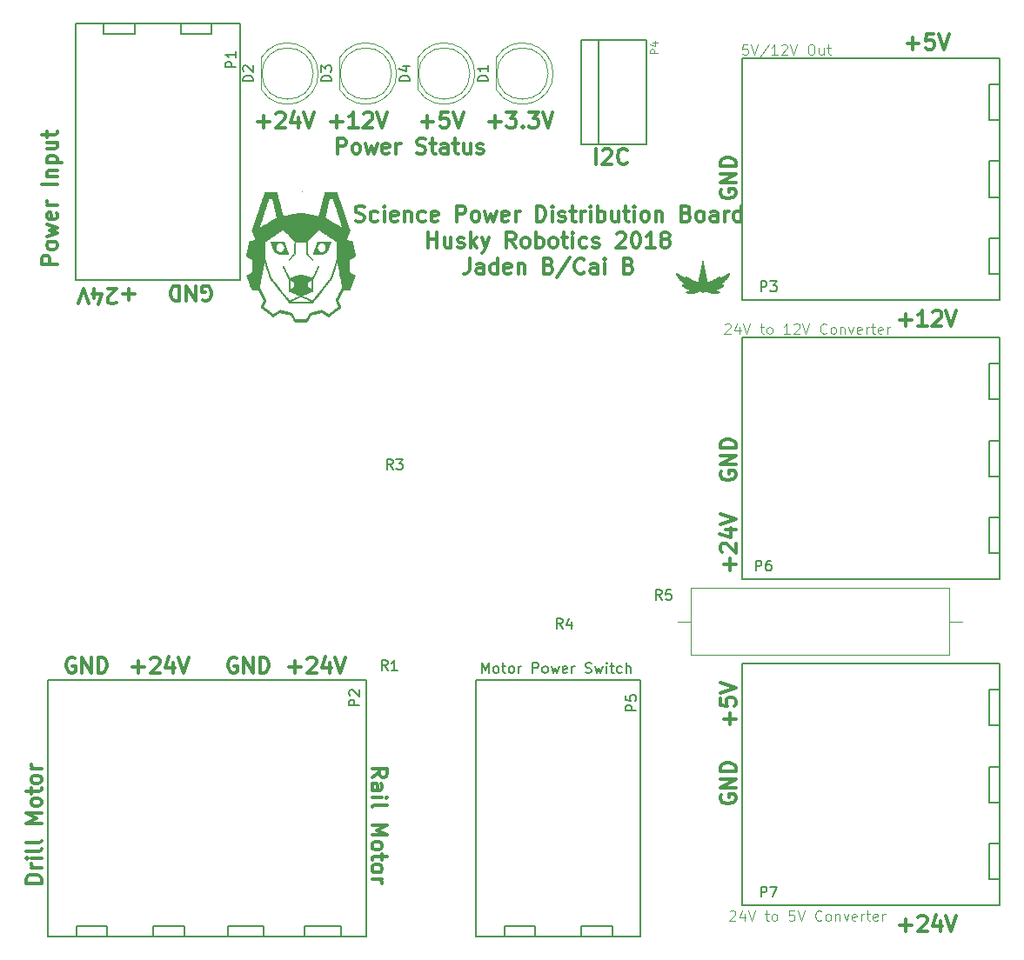
<source format=gbr>
G04 #@! TF.FileFunction,Legend,Top*
%FSLAX46Y46*%
G04 Gerber Fmt 4.6, Leading zero omitted, Abs format (unit mm)*
G04 Created by KiCad (PCBNEW 4.0.7) date 01/22/18 20:26:34*
%MOMM*%
%LPD*%
G01*
G04 APERTURE LIST*
%ADD10C,0.100000*%
%ADD11C,0.300000*%
%ADD12C,0.200000*%
%ADD13C,0.150000*%
%ADD14C,0.120000*%
%ADD15C,0.010000*%
G04 APERTURE END LIST*
D10*
X164180189Y-135437619D02*
X164227808Y-135390000D01*
X164323046Y-135342381D01*
X164561142Y-135342381D01*
X164656380Y-135390000D01*
X164703999Y-135437619D01*
X164751618Y-135532857D01*
X164751618Y-135628095D01*
X164703999Y-135770952D01*
X164132570Y-136342381D01*
X164751618Y-136342381D01*
X165608761Y-135675714D02*
X165608761Y-136342381D01*
X165370665Y-135294762D02*
X165132570Y-136009048D01*
X165751618Y-136009048D01*
X165989713Y-135342381D02*
X166323046Y-136342381D01*
X166656380Y-135342381D01*
X167608761Y-135675714D02*
X167989713Y-135675714D01*
X167751618Y-135342381D02*
X167751618Y-136199524D01*
X167799237Y-136294762D01*
X167894475Y-136342381D01*
X167989713Y-136342381D01*
X168465904Y-136342381D02*
X168370666Y-136294762D01*
X168323047Y-136247143D01*
X168275428Y-136151905D01*
X168275428Y-135866190D01*
X168323047Y-135770952D01*
X168370666Y-135723333D01*
X168465904Y-135675714D01*
X168608762Y-135675714D01*
X168704000Y-135723333D01*
X168751619Y-135770952D01*
X168799238Y-135866190D01*
X168799238Y-136151905D01*
X168751619Y-136247143D01*
X168704000Y-136294762D01*
X168608762Y-136342381D01*
X168465904Y-136342381D01*
X170465905Y-135342381D02*
X169989714Y-135342381D01*
X169942095Y-135818571D01*
X169989714Y-135770952D01*
X170084952Y-135723333D01*
X170323048Y-135723333D01*
X170418286Y-135770952D01*
X170465905Y-135818571D01*
X170513524Y-135913810D01*
X170513524Y-136151905D01*
X170465905Y-136247143D01*
X170418286Y-136294762D01*
X170323048Y-136342381D01*
X170084952Y-136342381D01*
X169989714Y-136294762D01*
X169942095Y-136247143D01*
X170799238Y-135342381D02*
X171132571Y-136342381D01*
X171465905Y-135342381D01*
X173132572Y-136247143D02*
X173084953Y-136294762D01*
X172942096Y-136342381D01*
X172846858Y-136342381D01*
X172704000Y-136294762D01*
X172608762Y-136199524D01*
X172561143Y-136104286D01*
X172513524Y-135913810D01*
X172513524Y-135770952D01*
X172561143Y-135580476D01*
X172608762Y-135485238D01*
X172704000Y-135390000D01*
X172846858Y-135342381D01*
X172942096Y-135342381D01*
X173084953Y-135390000D01*
X173132572Y-135437619D01*
X173704000Y-136342381D02*
X173608762Y-136294762D01*
X173561143Y-136247143D01*
X173513524Y-136151905D01*
X173513524Y-135866190D01*
X173561143Y-135770952D01*
X173608762Y-135723333D01*
X173704000Y-135675714D01*
X173846858Y-135675714D01*
X173942096Y-135723333D01*
X173989715Y-135770952D01*
X174037334Y-135866190D01*
X174037334Y-136151905D01*
X173989715Y-136247143D01*
X173942096Y-136294762D01*
X173846858Y-136342381D01*
X173704000Y-136342381D01*
X174465905Y-135675714D02*
X174465905Y-136342381D01*
X174465905Y-135770952D02*
X174513524Y-135723333D01*
X174608762Y-135675714D01*
X174751620Y-135675714D01*
X174846858Y-135723333D01*
X174894477Y-135818571D01*
X174894477Y-136342381D01*
X175275429Y-135675714D02*
X175513524Y-136342381D01*
X175751620Y-135675714D01*
X176513525Y-136294762D02*
X176418287Y-136342381D01*
X176227810Y-136342381D01*
X176132572Y-136294762D01*
X176084953Y-136199524D01*
X176084953Y-135818571D01*
X176132572Y-135723333D01*
X176227810Y-135675714D01*
X176418287Y-135675714D01*
X176513525Y-135723333D01*
X176561144Y-135818571D01*
X176561144Y-135913810D01*
X176084953Y-136009048D01*
X176989715Y-136342381D02*
X176989715Y-135675714D01*
X176989715Y-135866190D02*
X177037334Y-135770952D01*
X177084953Y-135723333D01*
X177180191Y-135675714D01*
X177275430Y-135675714D01*
X177465906Y-135675714D02*
X177846858Y-135675714D01*
X177608763Y-135342381D02*
X177608763Y-136199524D01*
X177656382Y-136294762D01*
X177751620Y-136342381D01*
X177846858Y-136342381D01*
X178561145Y-136294762D02*
X178465907Y-136342381D01*
X178275430Y-136342381D01*
X178180192Y-136294762D01*
X178132573Y-136199524D01*
X178132573Y-135818571D01*
X178180192Y-135723333D01*
X178275430Y-135675714D01*
X178465907Y-135675714D01*
X178561145Y-135723333D01*
X178608764Y-135818571D01*
X178608764Y-135913810D01*
X178132573Y-136009048D01*
X179037335Y-136342381D02*
X179037335Y-135675714D01*
X179037335Y-135866190D02*
X179084954Y-135770952D01*
X179132573Y-135723333D01*
X179227811Y-135675714D01*
X179323050Y-135675714D01*
X165933905Y-51014381D02*
X165457714Y-51014381D01*
X165410095Y-51490571D01*
X165457714Y-51442952D01*
X165552952Y-51395333D01*
X165791048Y-51395333D01*
X165886286Y-51442952D01*
X165933905Y-51490571D01*
X165981524Y-51585810D01*
X165981524Y-51823905D01*
X165933905Y-51919143D01*
X165886286Y-51966762D01*
X165791048Y-52014381D01*
X165552952Y-52014381D01*
X165457714Y-51966762D01*
X165410095Y-51919143D01*
X166267238Y-51014381D02*
X166600571Y-52014381D01*
X166933905Y-51014381D01*
X167981524Y-50966762D02*
X167124381Y-52252476D01*
X168838667Y-52014381D02*
X168267238Y-52014381D01*
X168552952Y-52014381D02*
X168552952Y-51014381D01*
X168457714Y-51157238D01*
X168362476Y-51252476D01*
X168267238Y-51300095D01*
X169219619Y-51109619D02*
X169267238Y-51062000D01*
X169362476Y-51014381D01*
X169600572Y-51014381D01*
X169695810Y-51062000D01*
X169743429Y-51109619D01*
X169791048Y-51204857D01*
X169791048Y-51300095D01*
X169743429Y-51442952D01*
X169172000Y-52014381D01*
X169791048Y-52014381D01*
X170076762Y-51014381D02*
X170410095Y-52014381D01*
X170743429Y-51014381D01*
X172029143Y-51014381D02*
X172219620Y-51014381D01*
X172314858Y-51062000D01*
X172410096Y-51157238D01*
X172457715Y-51347714D01*
X172457715Y-51681048D01*
X172410096Y-51871524D01*
X172314858Y-51966762D01*
X172219620Y-52014381D01*
X172029143Y-52014381D01*
X171933905Y-51966762D01*
X171838667Y-51871524D01*
X171791048Y-51681048D01*
X171791048Y-51347714D01*
X171838667Y-51157238D01*
X171933905Y-51062000D01*
X172029143Y-51014381D01*
X173314858Y-51347714D02*
X173314858Y-52014381D01*
X172886286Y-51347714D02*
X172886286Y-51871524D01*
X172933905Y-51966762D01*
X173029143Y-52014381D01*
X173172001Y-52014381D01*
X173267239Y-51966762D01*
X173314858Y-51919143D01*
X173648191Y-51347714D02*
X174029143Y-51347714D01*
X173791048Y-51014381D02*
X173791048Y-51871524D01*
X173838667Y-51966762D01*
X173933905Y-52014381D01*
X174029143Y-52014381D01*
X163703998Y-78287619D02*
X163751617Y-78240000D01*
X163846855Y-78192381D01*
X164084951Y-78192381D01*
X164180189Y-78240000D01*
X164227808Y-78287619D01*
X164275427Y-78382857D01*
X164275427Y-78478095D01*
X164227808Y-78620952D01*
X163656379Y-79192381D01*
X164275427Y-79192381D01*
X165132570Y-78525714D02*
X165132570Y-79192381D01*
X164894474Y-78144762D02*
X164656379Y-78859048D01*
X165275427Y-78859048D01*
X165513522Y-78192381D02*
X165846855Y-79192381D01*
X166180189Y-78192381D01*
X167132570Y-78525714D02*
X167513522Y-78525714D01*
X167275427Y-78192381D02*
X167275427Y-79049524D01*
X167323046Y-79144762D01*
X167418284Y-79192381D01*
X167513522Y-79192381D01*
X167989713Y-79192381D02*
X167894475Y-79144762D01*
X167846856Y-79097143D01*
X167799237Y-79001905D01*
X167799237Y-78716190D01*
X167846856Y-78620952D01*
X167894475Y-78573333D01*
X167989713Y-78525714D01*
X168132571Y-78525714D01*
X168227809Y-78573333D01*
X168275428Y-78620952D01*
X168323047Y-78716190D01*
X168323047Y-79001905D01*
X168275428Y-79097143D01*
X168227809Y-79144762D01*
X168132571Y-79192381D01*
X167989713Y-79192381D01*
X170037333Y-79192381D02*
X169465904Y-79192381D01*
X169751618Y-79192381D02*
X169751618Y-78192381D01*
X169656380Y-78335238D01*
X169561142Y-78430476D01*
X169465904Y-78478095D01*
X170418285Y-78287619D02*
X170465904Y-78240000D01*
X170561142Y-78192381D01*
X170799238Y-78192381D01*
X170894476Y-78240000D01*
X170942095Y-78287619D01*
X170989714Y-78382857D01*
X170989714Y-78478095D01*
X170942095Y-78620952D01*
X170370666Y-79192381D01*
X170989714Y-79192381D01*
X171275428Y-78192381D02*
X171608761Y-79192381D01*
X171942095Y-78192381D01*
X173608762Y-79097143D02*
X173561143Y-79144762D01*
X173418286Y-79192381D01*
X173323048Y-79192381D01*
X173180190Y-79144762D01*
X173084952Y-79049524D01*
X173037333Y-78954286D01*
X172989714Y-78763810D01*
X172989714Y-78620952D01*
X173037333Y-78430476D01*
X173084952Y-78335238D01*
X173180190Y-78240000D01*
X173323048Y-78192381D01*
X173418286Y-78192381D01*
X173561143Y-78240000D01*
X173608762Y-78287619D01*
X174180190Y-79192381D02*
X174084952Y-79144762D01*
X174037333Y-79097143D01*
X173989714Y-79001905D01*
X173989714Y-78716190D01*
X174037333Y-78620952D01*
X174084952Y-78573333D01*
X174180190Y-78525714D01*
X174323048Y-78525714D01*
X174418286Y-78573333D01*
X174465905Y-78620952D01*
X174513524Y-78716190D01*
X174513524Y-79001905D01*
X174465905Y-79097143D01*
X174418286Y-79144762D01*
X174323048Y-79192381D01*
X174180190Y-79192381D01*
X174942095Y-78525714D02*
X174942095Y-79192381D01*
X174942095Y-78620952D02*
X174989714Y-78573333D01*
X175084952Y-78525714D01*
X175227810Y-78525714D01*
X175323048Y-78573333D01*
X175370667Y-78668571D01*
X175370667Y-79192381D01*
X175751619Y-78525714D02*
X175989714Y-79192381D01*
X176227810Y-78525714D01*
X176989715Y-79144762D02*
X176894477Y-79192381D01*
X176704000Y-79192381D01*
X176608762Y-79144762D01*
X176561143Y-79049524D01*
X176561143Y-78668571D01*
X176608762Y-78573333D01*
X176704000Y-78525714D01*
X176894477Y-78525714D01*
X176989715Y-78573333D01*
X177037334Y-78668571D01*
X177037334Y-78763810D01*
X176561143Y-78859048D01*
X177465905Y-79192381D02*
X177465905Y-78525714D01*
X177465905Y-78716190D02*
X177513524Y-78620952D01*
X177561143Y-78573333D01*
X177656381Y-78525714D01*
X177751620Y-78525714D01*
X177942096Y-78525714D02*
X178323048Y-78525714D01*
X178084953Y-78192381D02*
X178084953Y-79049524D01*
X178132572Y-79144762D01*
X178227810Y-79192381D01*
X178323048Y-79192381D01*
X179037335Y-79144762D02*
X178942097Y-79192381D01*
X178751620Y-79192381D01*
X178656382Y-79144762D01*
X178608763Y-79049524D01*
X178608763Y-78668571D01*
X178656382Y-78573333D01*
X178751620Y-78525714D01*
X178942097Y-78525714D01*
X179037335Y-78573333D01*
X179084954Y-78668571D01*
X179084954Y-78763810D01*
X178608763Y-78859048D01*
X179513525Y-79192381D02*
X179513525Y-78525714D01*
X179513525Y-78716190D02*
X179561144Y-78620952D01*
X179608763Y-78573333D01*
X179704001Y-78525714D01*
X179799240Y-78525714D01*
D11*
X151189715Y-62654571D02*
X151189715Y-61154571D01*
X151832572Y-61297429D02*
X151904001Y-61226000D01*
X152046858Y-61154571D01*
X152404001Y-61154571D01*
X152546858Y-61226000D01*
X152618287Y-61297429D01*
X152689715Y-61440286D01*
X152689715Y-61583143D01*
X152618287Y-61797429D01*
X151761144Y-62654571D01*
X152689715Y-62654571D01*
X154189715Y-62511714D02*
X154118286Y-62583143D01*
X153904000Y-62654571D01*
X153761143Y-62654571D01*
X153546858Y-62583143D01*
X153404000Y-62440286D01*
X153332572Y-62297429D01*
X153261143Y-62011714D01*
X153261143Y-61797429D01*
X153332572Y-61511714D01*
X153404000Y-61368857D01*
X153546858Y-61226000D01*
X153761143Y-61154571D01*
X153904000Y-61154571D01*
X154118286Y-61226000D01*
X154189715Y-61297429D01*
X98722571Y-72397143D02*
X97222571Y-72397143D01*
X97222571Y-71825715D01*
X97294000Y-71682857D01*
X97365429Y-71611429D01*
X97508286Y-71540000D01*
X97722571Y-71540000D01*
X97865429Y-71611429D01*
X97936857Y-71682857D01*
X98008286Y-71825715D01*
X98008286Y-72397143D01*
X98722571Y-70682857D02*
X98651143Y-70825715D01*
X98579714Y-70897143D01*
X98436857Y-70968572D01*
X98008286Y-70968572D01*
X97865429Y-70897143D01*
X97794000Y-70825715D01*
X97722571Y-70682857D01*
X97722571Y-70468572D01*
X97794000Y-70325715D01*
X97865429Y-70254286D01*
X98008286Y-70182857D01*
X98436857Y-70182857D01*
X98579714Y-70254286D01*
X98651143Y-70325715D01*
X98722571Y-70468572D01*
X98722571Y-70682857D01*
X97722571Y-69682857D02*
X98722571Y-69397143D01*
X98008286Y-69111429D01*
X98722571Y-68825714D01*
X97722571Y-68540000D01*
X98651143Y-67397143D02*
X98722571Y-67540000D01*
X98722571Y-67825714D01*
X98651143Y-67968571D01*
X98508286Y-68040000D01*
X97936857Y-68040000D01*
X97794000Y-67968571D01*
X97722571Y-67825714D01*
X97722571Y-67540000D01*
X97794000Y-67397143D01*
X97936857Y-67325714D01*
X98079714Y-67325714D01*
X98222571Y-68040000D01*
X98722571Y-66682857D02*
X97722571Y-66682857D01*
X98008286Y-66682857D02*
X97865429Y-66611429D01*
X97794000Y-66540000D01*
X97722571Y-66397143D01*
X97722571Y-66254286D01*
X98722571Y-64611429D02*
X97222571Y-64611429D01*
X97722571Y-63897143D02*
X98722571Y-63897143D01*
X97865429Y-63897143D02*
X97794000Y-63825715D01*
X97722571Y-63682857D01*
X97722571Y-63468572D01*
X97794000Y-63325715D01*
X97936857Y-63254286D01*
X98722571Y-63254286D01*
X97722571Y-62540000D02*
X99222571Y-62540000D01*
X97794000Y-62540000D02*
X97722571Y-62397143D01*
X97722571Y-62111429D01*
X97794000Y-61968572D01*
X97865429Y-61897143D01*
X98008286Y-61825714D01*
X98436857Y-61825714D01*
X98579714Y-61897143D01*
X98651143Y-61968572D01*
X98722571Y-62111429D01*
X98722571Y-62397143D01*
X98651143Y-62540000D01*
X97722571Y-60540000D02*
X98722571Y-60540000D01*
X97722571Y-61182857D02*
X98508286Y-61182857D01*
X98651143Y-61111429D01*
X98722571Y-60968571D01*
X98722571Y-60754286D01*
X98651143Y-60611429D01*
X98579714Y-60540000D01*
X97722571Y-60040000D02*
X97722571Y-59468571D01*
X97222571Y-59825714D02*
X98508286Y-59825714D01*
X98651143Y-59754286D01*
X98722571Y-59611428D01*
X98722571Y-59468571D01*
X112902857Y-75934000D02*
X113045714Y-76005429D01*
X113260000Y-76005429D01*
X113474285Y-75934000D01*
X113617143Y-75791143D01*
X113688571Y-75648286D01*
X113760000Y-75362571D01*
X113760000Y-75148286D01*
X113688571Y-74862571D01*
X113617143Y-74719714D01*
X113474285Y-74576857D01*
X113260000Y-74505429D01*
X113117143Y-74505429D01*
X112902857Y-74576857D01*
X112831428Y-74648286D01*
X112831428Y-75148286D01*
X113117143Y-75148286D01*
X112188571Y-74505429D02*
X112188571Y-76005429D01*
X111331428Y-74505429D01*
X111331428Y-76005429D01*
X110617142Y-74505429D02*
X110617142Y-76005429D01*
X110259999Y-76005429D01*
X110045714Y-75934000D01*
X109902856Y-75791143D01*
X109831428Y-75648286D01*
X109759999Y-75362571D01*
X109759999Y-75148286D01*
X109831428Y-74862571D01*
X109902856Y-74719714D01*
X110045714Y-74576857D01*
X110259999Y-74505429D01*
X110617142Y-74505429D01*
X106274856Y-75330857D02*
X105131999Y-75330857D01*
X105703428Y-74759429D02*
X105703428Y-75902286D01*
X104489142Y-76116571D02*
X104417713Y-76188000D01*
X104274856Y-76259429D01*
X103917713Y-76259429D01*
X103774856Y-76188000D01*
X103703427Y-76116571D01*
X103631999Y-75973714D01*
X103631999Y-75830857D01*
X103703427Y-75616571D01*
X104560570Y-74759429D01*
X103631999Y-74759429D01*
X102346285Y-75759429D02*
X102346285Y-74759429D01*
X102703428Y-76330857D02*
X103060571Y-75259429D01*
X102131999Y-75259429D01*
X101774857Y-76259429D02*
X101274857Y-74759429D01*
X100774857Y-76259429D01*
X127772286Y-68161143D02*
X127986572Y-68232571D01*
X128343715Y-68232571D01*
X128486572Y-68161143D01*
X128558001Y-68089714D01*
X128629429Y-67946857D01*
X128629429Y-67804000D01*
X128558001Y-67661143D01*
X128486572Y-67589714D01*
X128343715Y-67518286D01*
X128058001Y-67446857D01*
X127915143Y-67375429D01*
X127843715Y-67304000D01*
X127772286Y-67161143D01*
X127772286Y-67018286D01*
X127843715Y-66875429D01*
X127915143Y-66804000D01*
X128058001Y-66732571D01*
X128415143Y-66732571D01*
X128629429Y-66804000D01*
X129915143Y-68161143D02*
X129772286Y-68232571D01*
X129486572Y-68232571D01*
X129343714Y-68161143D01*
X129272286Y-68089714D01*
X129200857Y-67946857D01*
X129200857Y-67518286D01*
X129272286Y-67375429D01*
X129343714Y-67304000D01*
X129486572Y-67232571D01*
X129772286Y-67232571D01*
X129915143Y-67304000D01*
X130558000Y-68232571D02*
X130558000Y-67232571D01*
X130558000Y-66732571D02*
X130486571Y-66804000D01*
X130558000Y-66875429D01*
X130629428Y-66804000D01*
X130558000Y-66732571D01*
X130558000Y-66875429D01*
X131843714Y-68161143D02*
X131700857Y-68232571D01*
X131415143Y-68232571D01*
X131272286Y-68161143D01*
X131200857Y-68018286D01*
X131200857Y-67446857D01*
X131272286Y-67304000D01*
X131415143Y-67232571D01*
X131700857Y-67232571D01*
X131843714Y-67304000D01*
X131915143Y-67446857D01*
X131915143Y-67589714D01*
X131200857Y-67732571D01*
X132558000Y-67232571D02*
X132558000Y-68232571D01*
X132558000Y-67375429D02*
X132629428Y-67304000D01*
X132772286Y-67232571D01*
X132986571Y-67232571D01*
X133129428Y-67304000D01*
X133200857Y-67446857D01*
X133200857Y-68232571D01*
X134558000Y-68161143D02*
X134415143Y-68232571D01*
X134129429Y-68232571D01*
X133986571Y-68161143D01*
X133915143Y-68089714D01*
X133843714Y-67946857D01*
X133843714Y-67518286D01*
X133915143Y-67375429D01*
X133986571Y-67304000D01*
X134129429Y-67232571D01*
X134415143Y-67232571D01*
X134558000Y-67304000D01*
X135772285Y-68161143D02*
X135629428Y-68232571D01*
X135343714Y-68232571D01*
X135200857Y-68161143D01*
X135129428Y-68018286D01*
X135129428Y-67446857D01*
X135200857Y-67304000D01*
X135343714Y-67232571D01*
X135629428Y-67232571D01*
X135772285Y-67304000D01*
X135843714Y-67446857D01*
X135843714Y-67589714D01*
X135129428Y-67732571D01*
X137629428Y-68232571D02*
X137629428Y-66732571D01*
X138200856Y-66732571D01*
X138343714Y-66804000D01*
X138415142Y-66875429D01*
X138486571Y-67018286D01*
X138486571Y-67232571D01*
X138415142Y-67375429D01*
X138343714Y-67446857D01*
X138200856Y-67518286D01*
X137629428Y-67518286D01*
X139343714Y-68232571D02*
X139200856Y-68161143D01*
X139129428Y-68089714D01*
X139057999Y-67946857D01*
X139057999Y-67518286D01*
X139129428Y-67375429D01*
X139200856Y-67304000D01*
X139343714Y-67232571D01*
X139557999Y-67232571D01*
X139700856Y-67304000D01*
X139772285Y-67375429D01*
X139843714Y-67518286D01*
X139843714Y-67946857D01*
X139772285Y-68089714D01*
X139700856Y-68161143D01*
X139557999Y-68232571D01*
X139343714Y-68232571D01*
X140343714Y-67232571D02*
X140629428Y-68232571D01*
X140915142Y-67518286D01*
X141200857Y-68232571D01*
X141486571Y-67232571D01*
X142629428Y-68161143D02*
X142486571Y-68232571D01*
X142200857Y-68232571D01*
X142058000Y-68161143D01*
X141986571Y-68018286D01*
X141986571Y-67446857D01*
X142058000Y-67304000D01*
X142200857Y-67232571D01*
X142486571Y-67232571D01*
X142629428Y-67304000D01*
X142700857Y-67446857D01*
X142700857Y-67589714D01*
X141986571Y-67732571D01*
X143343714Y-68232571D02*
X143343714Y-67232571D01*
X143343714Y-67518286D02*
X143415142Y-67375429D01*
X143486571Y-67304000D01*
X143629428Y-67232571D01*
X143772285Y-67232571D01*
X145415142Y-68232571D02*
X145415142Y-66732571D01*
X145772285Y-66732571D01*
X145986570Y-66804000D01*
X146129428Y-66946857D01*
X146200856Y-67089714D01*
X146272285Y-67375429D01*
X146272285Y-67589714D01*
X146200856Y-67875429D01*
X146129428Y-68018286D01*
X145986570Y-68161143D01*
X145772285Y-68232571D01*
X145415142Y-68232571D01*
X146915142Y-68232571D02*
X146915142Y-67232571D01*
X146915142Y-66732571D02*
X146843713Y-66804000D01*
X146915142Y-66875429D01*
X146986570Y-66804000D01*
X146915142Y-66732571D01*
X146915142Y-66875429D01*
X147557999Y-68161143D02*
X147700856Y-68232571D01*
X147986571Y-68232571D01*
X148129428Y-68161143D01*
X148200856Y-68018286D01*
X148200856Y-67946857D01*
X148129428Y-67804000D01*
X147986571Y-67732571D01*
X147772285Y-67732571D01*
X147629428Y-67661143D01*
X147557999Y-67518286D01*
X147557999Y-67446857D01*
X147629428Y-67304000D01*
X147772285Y-67232571D01*
X147986571Y-67232571D01*
X148129428Y-67304000D01*
X148629428Y-67232571D02*
X149200857Y-67232571D01*
X148843714Y-66732571D02*
X148843714Y-68018286D01*
X148915142Y-68161143D01*
X149058000Y-68232571D01*
X149200857Y-68232571D01*
X149700857Y-68232571D02*
X149700857Y-67232571D01*
X149700857Y-67518286D02*
X149772285Y-67375429D01*
X149843714Y-67304000D01*
X149986571Y-67232571D01*
X150129428Y-67232571D01*
X150629428Y-68232571D02*
X150629428Y-67232571D01*
X150629428Y-66732571D02*
X150557999Y-66804000D01*
X150629428Y-66875429D01*
X150700856Y-66804000D01*
X150629428Y-66732571D01*
X150629428Y-66875429D01*
X151343714Y-68232571D02*
X151343714Y-66732571D01*
X151343714Y-67304000D02*
X151486571Y-67232571D01*
X151772285Y-67232571D01*
X151915142Y-67304000D01*
X151986571Y-67375429D01*
X152058000Y-67518286D01*
X152058000Y-67946857D01*
X151986571Y-68089714D01*
X151915142Y-68161143D01*
X151772285Y-68232571D01*
X151486571Y-68232571D01*
X151343714Y-68161143D01*
X153343714Y-67232571D02*
X153343714Y-68232571D01*
X152700857Y-67232571D02*
X152700857Y-68018286D01*
X152772285Y-68161143D01*
X152915143Y-68232571D01*
X153129428Y-68232571D01*
X153272285Y-68161143D01*
X153343714Y-68089714D01*
X153843714Y-67232571D02*
X154415143Y-67232571D01*
X154058000Y-66732571D02*
X154058000Y-68018286D01*
X154129428Y-68161143D01*
X154272286Y-68232571D01*
X154415143Y-68232571D01*
X154915143Y-68232571D02*
X154915143Y-67232571D01*
X154915143Y-66732571D02*
X154843714Y-66804000D01*
X154915143Y-66875429D01*
X154986571Y-66804000D01*
X154915143Y-66732571D01*
X154915143Y-66875429D01*
X155843715Y-68232571D02*
X155700857Y-68161143D01*
X155629429Y-68089714D01*
X155558000Y-67946857D01*
X155558000Y-67518286D01*
X155629429Y-67375429D01*
X155700857Y-67304000D01*
X155843715Y-67232571D01*
X156058000Y-67232571D01*
X156200857Y-67304000D01*
X156272286Y-67375429D01*
X156343715Y-67518286D01*
X156343715Y-67946857D01*
X156272286Y-68089714D01*
X156200857Y-68161143D01*
X156058000Y-68232571D01*
X155843715Y-68232571D01*
X156986572Y-67232571D02*
X156986572Y-68232571D01*
X156986572Y-67375429D02*
X157058000Y-67304000D01*
X157200858Y-67232571D01*
X157415143Y-67232571D01*
X157558000Y-67304000D01*
X157629429Y-67446857D01*
X157629429Y-68232571D01*
X159986572Y-67446857D02*
X160200858Y-67518286D01*
X160272286Y-67589714D01*
X160343715Y-67732571D01*
X160343715Y-67946857D01*
X160272286Y-68089714D01*
X160200858Y-68161143D01*
X160058000Y-68232571D01*
X159486572Y-68232571D01*
X159486572Y-66732571D01*
X159986572Y-66732571D01*
X160129429Y-66804000D01*
X160200858Y-66875429D01*
X160272286Y-67018286D01*
X160272286Y-67161143D01*
X160200858Y-67304000D01*
X160129429Y-67375429D01*
X159986572Y-67446857D01*
X159486572Y-67446857D01*
X161200858Y-68232571D02*
X161058000Y-68161143D01*
X160986572Y-68089714D01*
X160915143Y-67946857D01*
X160915143Y-67518286D01*
X160986572Y-67375429D01*
X161058000Y-67304000D01*
X161200858Y-67232571D01*
X161415143Y-67232571D01*
X161558000Y-67304000D01*
X161629429Y-67375429D01*
X161700858Y-67518286D01*
X161700858Y-67946857D01*
X161629429Y-68089714D01*
X161558000Y-68161143D01*
X161415143Y-68232571D01*
X161200858Y-68232571D01*
X162986572Y-68232571D02*
X162986572Y-67446857D01*
X162915143Y-67304000D01*
X162772286Y-67232571D01*
X162486572Y-67232571D01*
X162343715Y-67304000D01*
X162986572Y-68161143D02*
X162843715Y-68232571D01*
X162486572Y-68232571D01*
X162343715Y-68161143D01*
X162272286Y-68018286D01*
X162272286Y-67875429D01*
X162343715Y-67732571D01*
X162486572Y-67661143D01*
X162843715Y-67661143D01*
X162986572Y-67589714D01*
X163700858Y-68232571D02*
X163700858Y-67232571D01*
X163700858Y-67518286D02*
X163772286Y-67375429D01*
X163843715Y-67304000D01*
X163986572Y-67232571D01*
X164129429Y-67232571D01*
X165272286Y-68232571D02*
X165272286Y-66732571D01*
X165272286Y-68161143D02*
X165129429Y-68232571D01*
X164843715Y-68232571D01*
X164700857Y-68161143D01*
X164629429Y-68089714D01*
X164558000Y-67946857D01*
X164558000Y-67518286D01*
X164629429Y-67375429D01*
X164700857Y-67304000D01*
X164843715Y-67232571D01*
X165129429Y-67232571D01*
X165272286Y-67304000D01*
X134843715Y-70782571D02*
X134843715Y-69282571D01*
X134843715Y-69996857D02*
X135700858Y-69996857D01*
X135700858Y-70782571D02*
X135700858Y-69282571D01*
X137058001Y-69782571D02*
X137058001Y-70782571D01*
X136415144Y-69782571D02*
X136415144Y-70568286D01*
X136486572Y-70711143D01*
X136629430Y-70782571D01*
X136843715Y-70782571D01*
X136986572Y-70711143D01*
X137058001Y-70639714D01*
X137700858Y-70711143D02*
X137843715Y-70782571D01*
X138129430Y-70782571D01*
X138272287Y-70711143D01*
X138343715Y-70568286D01*
X138343715Y-70496857D01*
X138272287Y-70354000D01*
X138129430Y-70282571D01*
X137915144Y-70282571D01*
X137772287Y-70211143D01*
X137700858Y-70068286D01*
X137700858Y-69996857D01*
X137772287Y-69854000D01*
X137915144Y-69782571D01*
X138129430Y-69782571D01*
X138272287Y-69854000D01*
X138986573Y-70782571D02*
X138986573Y-69282571D01*
X139129430Y-70211143D02*
X139558001Y-70782571D01*
X139558001Y-69782571D02*
X138986573Y-70354000D01*
X140058002Y-69782571D02*
X140415145Y-70782571D01*
X140772287Y-69782571D02*
X140415145Y-70782571D01*
X140272287Y-71139714D01*
X140200859Y-71211143D01*
X140058002Y-71282571D01*
X143343716Y-70782571D02*
X142843716Y-70068286D01*
X142486573Y-70782571D02*
X142486573Y-69282571D01*
X143058001Y-69282571D01*
X143200859Y-69354000D01*
X143272287Y-69425429D01*
X143343716Y-69568286D01*
X143343716Y-69782571D01*
X143272287Y-69925429D01*
X143200859Y-69996857D01*
X143058001Y-70068286D01*
X142486573Y-70068286D01*
X144200859Y-70782571D02*
X144058001Y-70711143D01*
X143986573Y-70639714D01*
X143915144Y-70496857D01*
X143915144Y-70068286D01*
X143986573Y-69925429D01*
X144058001Y-69854000D01*
X144200859Y-69782571D01*
X144415144Y-69782571D01*
X144558001Y-69854000D01*
X144629430Y-69925429D01*
X144700859Y-70068286D01*
X144700859Y-70496857D01*
X144629430Y-70639714D01*
X144558001Y-70711143D01*
X144415144Y-70782571D01*
X144200859Y-70782571D01*
X145343716Y-70782571D02*
X145343716Y-69282571D01*
X145343716Y-69854000D02*
X145486573Y-69782571D01*
X145772287Y-69782571D01*
X145915144Y-69854000D01*
X145986573Y-69925429D01*
X146058002Y-70068286D01*
X146058002Y-70496857D01*
X145986573Y-70639714D01*
X145915144Y-70711143D01*
X145772287Y-70782571D01*
X145486573Y-70782571D01*
X145343716Y-70711143D01*
X146915145Y-70782571D02*
X146772287Y-70711143D01*
X146700859Y-70639714D01*
X146629430Y-70496857D01*
X146629430Y-70068286D01*
X146700859Y-69925429D01*
X146772287Y-69854000D01*
X146915145Y-69782571D01*
X147129430Y-69782571D01*
X147272287Y-69854000D01*
X147343716Y-69925429D01*
X147415145Y-70068286D01*
X147415145Y-70496857D01*
X147343716Y-70639714D01*
X147272287Y-70711143D01*
X147129430Y-70782571D01*
X146915145Y-70782571D01*
X147843716Y-69782571D02*
X148415145Y-69782571D01*
X148058002Y-69282571D02*
X148058002Y-70568286D01*
X148129430Y-70711143D01*
X148272288Y-70782571D01*
X148415145Y-70782571D01*
X148915145Y-70782571D02*
X148915145Y-69782571D01*
X148915145Y-69282571D02*
X148843716Y-69354000D01*
X148915145Y-69425429D01*
X148986573Y-69354000D01*
X148915145Y-69282571D01*
X148915145Y-69425429D01*
X150272288Y-70711143D02*
X150129431Y-70782571D01*
X149843717Y-70782571D01*
X149700859Y-70711143D01*
X149629431Y-70639714D01*
X149558002Y-70496857D01*
X149558002Y-70068286D01*
X149629431Y-69925429D01*
X149700859Y-69854000D01*
X149843717Y-69782571D01*
X150129431Y-69782571D01*
X150272288Y-69854000D01*
X150843716Y-70711143D02*
X150986573Y-70782571D01*
X151272288Y-70782571D01*
X151415145Y-70711143D01*
X151486573Y-70568286D01*
X151486573Y-70496857D01*
X151415145Y-70354000D01*
X151272288Y-70282571D01*
X151058002Y-70282571D01*
X150915145Y-70211143D01*
X150843716Y-70068286D01*
X150843716Y-69996857D01*
X150915145Y-69854000D01*
X151058002Y-69782571D01*
X151272288Y-69782571D01*
X151415145Y-69854000D01*
X153200859Y-69425429D02*
X153272288Y-69354000D01*
X153415145Y-69282571D01*
X153772288Y-69282571D01*
X153915145Y-69354000D01*
X153986574Y-69425429D01*
X154058002Y-69568286D01*
X154058002Y-69711143D01*
X153986574Y-69925429D01*
X153129431Y-70782571D01*
X154058002Y-70782571D01*
X154986573Y-69282571D02*
X155129430Y-69282571D01*
X155272287Y-69354000D01*
X155343716Y-69425429D01*
X155415145Y-69568286D01*
X155486573Y-69854000D01*
X155486573Y-70211143D01*
X155415145Y-70496857D01*
X155343716Y-70639714D01*
X155272287Y-70711143D01*
X155129430Y-70782571D01*
X154986573Y-70782571D01*
X154843716Y-70711143D01*
X154772287Y-70639714D01*
X154700859Y-70496857D01*
X154629430Y-70211143D01*
X154629430Y-69854000D01*
X154700859Y-69568286D01*
X154772287Y-69425429D01*
X154843716Y-69354000D01*
X154986573Y-69282571D01*
X156915144Y-70782571D02*
X156058001Y-70782571D01*
X156486573Y-70782571D02*
X156486573Y-69282571D01*
X156343716Y-69496857D01*
X156200858Y-69639714D01*
X156058001Y-69711143D01*
X157772287Y-69925429D02*
X157629429Y-69854000D01*
X157558001Y-69782571D01*
X157486572Y-69639714D01*
X157486572Y-69568286D01*
X157558001Y-69425429D01*
X157629429Y-69354000D01*
X157772287Y-69282571D01*
X158058001Y-69282571D01*
X158200858Y-69354000D01*
X158272287Y-69425429D01*
X158343715Y-69568286D01*
X158343715Y-69639714D01*
X158272287Y-69782571D01*
X158200858Y-69854000D01*
X158058001Y-69925429D01*
X157772287Y-69925429D01*
X157629429Y-69996857D01*
X157558001Y-70068286D01*
X157486572Y-70211143D01*
X157486572Y-70496857D01*
X157558001Y-70639714D01*
X157629429Y-70711143D01*
X157772287Y-70782571D01*
X158058001Y-70782571D01*
X158200858Y-70711143D01*
X158272287Y-70639714D01*
X158343715Y-70496857D01*
X158343715Y-70211143D01*
X158272287Y-70068286D01*
X158200858Y-69996857D01*
X158058001Y-69925429D01*
X138879428Y-71832571D02*
X138879428Y-72904000D01*
X138808000Y-73118286D01*
X138665143Y-73261143D01*
X138450857Y-73332571D01*
X138308000Y-73332571D01*
X140236571Y-73332571D02*
X140236571Y-72546857D01*
X140165142Y-72404000D01*
X140022285Y-72332571D01*
X139736571Y-72332571D01*
X139593714Y-72404000D01*
X140236571Y-73261143D02*
X140093714Y-73332571D01*
X139736571Y-73332571D01*
X139593714Y-73261143D01*
X139522285Y-73118286D01*
X139522285Y-72975429D01*
X139593714Y-72832571D01*
X139736571Y-72761143D01*
X140093714Y-72761143D01*
X140236571Y-72689714D01*
X141593714Y-73332571D02*
X141593714Y-71832571D01*
X141593714Y-73261143D02*
X141450857Y-73332571D01*
X141165143Y-73332571D01*
X141022285Y-73261143D01*
X140950857Y-73189714D01*
X140879428Y-73046857D01*
X140879428Y-72618286D01*
X140950857Y-72475429D01*
X141022285Y-72404000D01*
X141165143Y-72332571D01*
X141450857Y-72332571D01*
X141593714Y-72404000D01*
X142879428Y-73261143D02*
X142736571Y-73332571D01*
X142450857Y-73332571D01*
X142308000Y-73261143D01*
X142236571Y-73118286D01*
X142236571Y-72546857D01*
X142308000Y-72404000D01*
X142450857Y-72332571D01*
X142736571Y-72332571D01*
X142879428Y-72404000D01*
X142950857Y-72546857D01*
X142950857Y-72689714D01*
X142236571Y-72832571D01*
X143593714Y-72332571D02*
X143593714Y-73332571D01*
X143593714Y-72475429D02*
X143665142Y-72404000D01*
X143808000Y-72332571D01*
X144022285Y-72332571D01*
X144165142Y-72404000D01*
X144236571Y-72546857D01*
X144236571Y-73332571D01*
X146593714Y-72546857D02*
X146808000Y-72618286D01*
X146879428Y-72689714D01*
X146950857Y-72832571D01*
X146950857Y-73046857D01*
X146879428Y-73189714D01*
X146808000Y-73261143D01*
X146665142Y-73332571D01*
X146093714Y-73332571D01*
X146093714Y-71832571D01*
X146593714Y-71832571D01*
X146736571Y-71904000D01*
X146808000Y-71975429D01*
X146879428Y-72118286D01*
X146879428Y-72261143D01*
X146808000Y-72404000D01*
X146736571Y-72475429D01*
X146593714Y-72546857D01*
X146093714Y-72546857D01*
X148665142Y-71761143D02*
X147379428Y-73689714D01*
X150022286Y-73189714D02*
X149950857Y-73261143D01*
X149736571Y-73332571D01*
X149593714Y-73332571D01*
X149379429Y-73261143D01*
X149236571Y-73118286D01*
X149165143Y-72975429D01*
X149093714Y-72689714D01*
X149093714Y-72475429D01*
X149165143Y-72189714D01*
X149236571Y-72046857D01*
X149379429Y-71904000D01*
X149593714Y-71832571D01*
X149736571Y-71832571D01*
X149950857Y-71904000D01*
X150022286Y-71975429D01*
X151308000Y-73332571D02*
X151308000Y-72546857D01*
X151236571Y-72404000D01*
X151093714Y-72332571D01*
X150808000Y-72332571D01*
X150665143Y-72404000D01*
X151308000Y-73261143D02*
X151165143Y-73332571D01*
X150808000Y-73332571D01*
X150665143Y-73261143D01*
X150593714Y-73118286D01*
X150593714Y-72975429D01*
X150665143Y-72832571D01*
X150808000Y-72761143D01*
X151165143Y-72761143D01*
X151308000Y-72689714D01*
X152022286Y-73332571D02*
X152022286Y-72332571D01*
X152022286Y-71832571D02*
X151950857Y-71904000D01*
X152022286Y-71975429D01*
X152093714Y-71904000D01*
X152022286Y-71832571D01*
X152022286Y-71975429D01*
X154379429Y-72546857D02*
X154593715Y-72618286D01*
X154665143Y-72689714D01*
X154736572Y-72832571D01*
X154736572Y-73046857D01*
X154665143Y-73189714D01*
X154593715Y-73261143D01*
X154450857Y-73332571D01*
X153879429Y-73332571D01*
X153879429Y-71832571D01*
X154379429Y-71832571D01*
X154522286Y-71904000D01*
X154593715Y-71975429D01*
X154665143Y-72118286D01*
X154665143Y-72261143D01*
X154593715Y-72404000D01*
X154522286Y-72475429D01*
X154379429Y-72546857D01*
X153879429Y-72546857D01*
D12*
X140105713Y-112212381D02*
X140105713Y-111212381D01*
X140439047Y-111926667D01*
X140772380Y-111212381D01*
X140772380Y-112212381D01*
X141391427Y-112212381D02*
X141296189Y-112164762D01*
X141248570Y-112117143D01*
X141200951Y-112021905D01*
X141200951Y-111736190D01*
X141248570Y-111640952D01*
X141296189Y-111593333D01*
X141391427Y-111545714D01*
X141534285Y-111545714D01*
X141629523Y-111593333D01*
X141677142Y-111640952D01*
X141724761Y-111736190D01*
X141724761Y-112021905D01*
X141677142Y-112117143D01*
X141629523Y-112164762D01*
X141534285Y-112212381D01*
X141391427Y-112212381D01*
X142010475Y-111545714D02*
X142391427Y-111545714D01*
X142153332Y-111212381D02*
X142153332Y-112069524D01*
X142200951Y-112164762D01*
X142296189Y-112212381D01*
X142391427Y-112212381D01*
X142867618Y-112212381D02*
X142772380Y-112164762D01*
X142724761Y-112117143D01*
X142677142Y-112021905D01*
X142677142Y-111736190D01*
X142724761Y-111640952D01*
X142772380Y-111593333D01*
X142867618Y-111545714D01*
X143010476Y-111545714D01*
X143105714Y-111593333D01*
X143153333Y-111640952D01*
X143200952Y-111736190D01*
X143200952Y-112021905D01*
X143153333Y-112117143D01*
X143105714Y-112164762D01*
X143010476Y-112212381D01*
X142867618Y-112212381D01*
X143629523Y-112212381D02*
X143629523Y-111545714D01*
X143629523Y-111736190D02*
X143677142Y-111640952D01*
X143724761Y-111593333D01*
X143819999Y-111545714D01*
X143915238Y-111545714D01*
X145010476Y-112212381D02*
X145010476Y-111212381D01*
X145391429Y-111212381D01*
X145486667Y-111260000D01*
X145534286Y-111307619D01*
X145581905Y-111402857D01*
X145581905Y-111545714D01*
X145534286Y-111640952D01*
X145486667Y-111688571D01*
X145391429Y-111736190D01*
X145010476Y-111736190D01*
X146153333Y-112212381D02*
X146058095Y-112164762D01*
X146010476Y-112117143D01*
X145962857Y-112021905D01*
X145962857Y-111736190D01*
X146010476Y-111640952D01*
X146058095Y-111593333D01*
X146153333Y-111545714D01*
X146296191Y-111545714D01*
X146391429Y-111593333D01*
X146439048Y-111640952D01*
X146486667Y-111736190D01*
X146486667Y-112021905D01*
X146439048Y-112117143D01*
X146391429Y-112164762D01*
X146296191Y-112212381D01*
X146153333Y-112212381D01*
X146820000Y-111545714D02*
X147010476Y-112212381D01*
X147200953Y-111736190D01*
X147391429Y-112212381D01*
X147581905Y-111545714D01*
X148343810Y-112164762D02*
X148248572Y-112212381D01*
X148058095Y-112212381D01*
X147962857Y-112164762D01*
X147915238Y-112069524D01*
X147915238Y-111688571D01*
X147962857Y-111593333D01*
X148058095Y-111545714D01*
X148248572Y-111545714D01*
X148343810Y-111593333D01*
X148391429Y-111688571D01*
X148391429Y-111783810D01*
X147915238Y-111879048D01*
X148820000Y-112212381D02*
X148820000Y-111545714D01*
X148820000Y-111736190D02*
X148867619Y-111640952D01*
X148915238Y-111593333D01*
X149010476Y-111545714D01*
X149105715Y-111545714D01*
X150153334Y-112164762D02*
X150296191Y-112212381D01*
X150534287Y-112212381D01*
X150629525Y-112164762D01*
X150677144Y-112117143D01*
X150724763Y-112021905D01*
X150724763Y-111926667D01*
X150677144Y-111831429D01*
X150629525Y-111783810D01*
X150534287Y-111736190D01*
X150343810Y-111688571D01*
X150248572Y-111640952D01*
X150200953Y-111593333D01*
X150153334Y-111498095D01*
X150153334Y-111402857D01*
X150200953Y-111307619D01*
X150248572Y-111260000D01*
X150343810Y-111212381D01*
X150581906Y-111212381D01*
X150724763Y-111260000D01*
X151058096Y-111545714D02*
X151248572Y-112212381D01*
X151439049Y-111736190D01*
X151629525Y-112212381D01*
X151820001Y-111545714D01*
X152200953Y-112212381D02*
X152200953Y-111545714D01*
X152200953Y-111212381D02*
X152153334Y-111260000D01*
X152200953Y-111307619D01*
X152248572Y-111260000D01*
X152200953Y-111212381D01*
X152200953Y-111307619D01*
X152534286Y-111545714D02*
X152915238Y-111545714D01*
X152677143Y-111212381D02*
X152677143Y-112069524D01*
X152724762Y-112164762D01*
X152820000Y-112212381D01*
X152915238Y-112212381D01*
X153677144Y-112164762D02*
X153581906Y-112212381D01*
X153391429Y-112212381D01*
X153296191Y-112164762D01*
X153248572Y-112117143D01*
X153200953Y-112021905D01*
X153200953Y-111736190D01*
X153248572Y-111640952D01*
X153296191Y-111593333D01*
X153391429Y-111545714D01*
X153581906Y-111545714D01*
X153677144Y-111593333D01*
X154105715Y-112212381D02*
X154105715Y-111212381D01*
X154534287Y-112212381D02*
X154534287Y-111688571D01*
X154486668Y-111593333D01*
X154391430Y-111545714D01*
X154248572Y-111545714D01*
X154153334Y-111593333D01*
X154105715Y-111640952D01*
D11*
X97198571Y-132678571D02*
X95698571Y-132678571D01*
X95698571Y-132321428D01*
X95770000Y-132107143D01*
X95912857Y-131964285D01*
X96055714Y-131892857D01*
X96341429Y-131821428D01*
X96555714Y-131821428D01*
X96841429Y-131892857D01*
X96984286Y-131964285D01*
X97127143Y-132107143D01*
X97198571Y-132321428D01*
X97198571Y-132678571D01*
X97198571Y-131178571D02*
X96198571Y-131178571D01*
X96484286Y-131178571D02*
X96341429Y-131107143D01*
X96270000Y-131035714D01*
X96198571Y-130892857D01*
X96198571Y-130750000D01*
X97198571Y-130250000D02*
X96198571Y-130250000D01*
X95698571Y-130250000D02*
X95770000Y-130321429D01*
X95841429Y-130250000D01*
X95770000Y-130178572D01*
X95698571Y-130250000D01*
X95841429Y-130250000D01*
X97198571Y-129321428D02*
X97127143Y-129464286D01*
X96984286Y-129535714D01*
X95698571Y-129535714D01*
X97198571Y-128535714D02*
X97127143Y-128678572D01*
X96984286Y-128750000D01*
X95698571Y-128750000D01*
X97198571Y-126821429D02*
X95698571Y-126821429D01*
X96770000Y-126321429D01*
X95698571Y-125821429D01*
X97198571Y-125821429D01*
X97198571Y-124892857D02*
X97127143Y-125035715D01*
X97055714Y-125107143D01*
X96912857Y-125178572D01*
X96484286Y-125178572D01*
X96341429Y-125107143D01*
X96270000Y-125035715D01*
X96198571Y-124892857D01*
X96198571Y-124678572D01*
X96270000Y-124535715D01*
X96341429Y-124464286D01*
X96484286Y-124392857D01*
X96912857Y-124392857D01*
X97055714Y-124464286D01*
X97127143Y-124535715D01*
X97198571Y-124678572D01*
X97198571Y-124892857D01*
X96198571Y-123964286D02*
X96198571Y-123392857D01*
X95698571Y-123750000D02*
X96984286Y-123750000D01*
X97127143Y-123678572D01*
X97198571Y-123535714D01*
X97198571Y-123392857D01*
X97198571Y-122678571D02*
X97127143Y-122821429D01*
X97055714Y-122892857D01*
X96912857Y-122964286D01*
X96484286Y-122964286D01*
X96341429Y-122892857D01*
X96270000Y-122821429D01*
X96198571Y-122678571D01*
X96198571Y-122464286D01*
X96270000Y-122321429D01*
X96341429Y-122250000D01*
X96484286Y-122178571D01*
X96912857Y-122178571D01*
X97055714Y-122250000D01*
X97127143Y-122321429D01*
X97198571Y-122464286D01*
X97198571Y-122678571D01*
X97198571Y-121535714D02*
X96198571Y-121535714D01*
X96484286Y-121535714D02*
X96341429Y-121464286D01*
X96270000Y-121392857D01*
X96198571Y-121250000D01*
X96198571Y-121107143D01*
X129369429Y-122357143D02*
X130083714Y-121857143D01*
X129369429Y-121500000D02*
X130869429Y-121500000D01*
X130869429Y-122071428D01*
X130798000Y-122214286D01*
X130726571Y-122285714D01*
X130583714Y-122357143D01*
X130369429Y-122357143D01*
X130226571Y-122285714D01*
X130155143Y-122214286D01*
X130083714Y-122071428D01*
X130083714Y-121500000D01*
X129369429Y-123642857D02*
X130155143Y-123642857D01*
X130298000Y-123571428D01*
X130369429Y-123428571D01*
X130369429Y-123142857D01*
X130298000Y-123000000D01*
X129440857Y-123642857D02*
X129369429Y-123500000D01*
X129369429Y-123142857D01*
X129440857Y-123000000D01*
X129583714Y-122928571D01*
X129726571Y-122928571D01*
X129869429Y-123000000D01*
X129940857Y-123142857D01*
X129940857Y-123500000D01*
X130012286Y-123642857D01*
X129369429Y-124357143D02*
X130369429Y-124357143D01*
X130869429Y-124357143D02*
X130798000Y-124285714D01*
X130726571Y-124357143D01*
X130798000Y-124428571D01*
X130869429Y-124357143D01*
X130726571Y-124357143D01*
X129369429Y-125285715D02*
X129440857Y-125142857D01*
X129583714Y-125071429D01*
X130869429Y-125071429D01*
X129369429Y-127000000D02*
X130869429Y-127000000D01*
X129798000Y-127500000D01*
X130869429Y-128000000D01*
X129369429Y-128000000D01*
X129369429Y-128928572D02*
X129440857Y-128785714D01*
X129512286Y-128714286D01*
X129655143Y-128642857D01*
X130083714Y-128642857D01*
X130226571Y-128714286D01*
X130298000Y-128785714D01*
X130369429Y-128928572D01*
X130369429Y-129142857D01*
X130298000Y-129285714D01*
X130226571Y-129357143D01*
X130083714Y-129428572D01*
X129655143Y-129428572D01*
X129512286Y-129357143D01*
X129440857Y-129285714D01*
X129369429Y-129142857D01*
X129369429Y-128928572D01*
X130369429Y-129857143D02*
X130369429Y-130428572D01*
X130869429Y-130071429D02*
X129583714Y-130071429D01*
X129440857Y-130142857D01*
X129369429Y-130285715D01*
X129369429Y-130428572D01*
X129369429Y-131142858D02*
X129440857Y-131000000D01*
X129512286Y-130928572D01*
X129655143Y-130857143D01*
X130083714Y-130857143D01*
X130226571Y-130928572D01*
X130298000Y-131000000D01*
X130369429Y-131142858D01*
X130369429Y-131357143D01*
X130298000Y-131500000D01*
X130226571Y-131571429D01*
X130083714Y-131642858D01*
X129655143Y-131642858D01*
X129512286Y-131571429D01*
X129440857Y-131500000D01*
X129369429Y-131357143D01*
X129369429Y-131142858D01*
X129369429Y-132285715D02*
X130369429Y-132285715D01*
X130083714Y-132285715D02*
X130226571Y-132357143D01*
X130298000Y-132428572D01*
X130369429Y-132571429D01*
X130369429Y-132714286D01*
X180745144Y-136759143D02*
X181888001Y-136759143D01*
X181316572Y-137330571D02*
X181316572Y-136187714D01*
X182530858Y-135973429D02*
X182602287Y-135902000D01*
X182745144Y-135830571D01*
X183102287Y-135830571D01*
X183245144Y-135902000D01*
X183316573Y-135973429D01*
X183388001Y-136116286D01*
X183388001Y-136259143D01*
X183316573Y-136473429D01*
X182459430Y-137330571D01*
X183388001Y-137330571D01*
X184673715Y-136330571D02*
X184673715Y-137330571D01*
X184316572Y-135759143D02*
X183959429Y-136830571D01*
X184888001Y-136830571D01*
X185245143Y-135830571D02*
X185745143Y-137330571D01*
X186245143Y-135830571D01*
X106069144Y-111613143D02*
X107212001Y-111613143D01*
X106640572Y-112184571D02*
X106640572Y-111041714D01*
X107854858Y-110827429D02*
X107926287Y-110756000D01*
X108069144Y-110684571D01*
X108426287Y-110684571D01*
X108569144Y-110756000D01*
X108640573Y-110827429D01*
X108712001Y-110970286D01*
X108712001Y-111113143D01*
X108640573Y-111327429D01*
X107783430Y-112184571D01*
X108712001Y-112184571D01*
X109997715Y-111184571D02*
X109997715Y-112184571D01*
X109640572Y-110613143D02*
X109283429Y-111684571D01*
X110212001Y-111684571D01*
X110569143Y-110684571D02*
X111069143Y-112184571D01*
X111569143Y-110684571D01*
X121309144Y-111613143D02*
X122452001Y-111613143D01*
X121880572Y-112184571D02*
X121880572Y-111041714D01*
X123094858Y-110827429D02*
X123166287Y-110756000D01*
X123309144Y-110684571D01*
X123666287Y-110684571D01*
X123809144Y-110756000D01*
X123880573Y-110827429D01*
X123952001Y-110970286D01*
X123952001Y-111113143D01*
X123880573Y-111327429D01*
X123023430Y-112184571D01*
X123952001Y-112184571D01*
X125237715Y-111184571D02*
X125237715Y-112184571D01*
X124880572Y-110613143D02*
X124523429Y-111684571D01*
X125452001Y-111684571D01*
X125809143Y-110684571D02*
X126309143Y-112184571D01*
X126809143Y-110684571D01*
X116205143Y-110756000D02*
X116062286Y-110684571D01*
X115848000Y-110684571D01*
X115633715Y-110756000D01*
X115490857Y-110898857D01*
X115419429Y-111041714D01*
X115348000Y-111327429D01*
X115348000Y-111541714D01*
X115419429Y-111827429D01*
X115490857Y-111970286D01*
X115633715Y-112113143D01*
X115848000Y-112184571D01*
X115990857Y-112184571D01*
X116205143Y-112113143D01*
X116276572Y-112041714D01*
X116276572Y-111541714D01*
X115990857Y-111541714D01*
X116919429Y-112184571D02*
X116919429Y-110684571D01*
X117776572Y-112184571D01*
X117776572Y-110684571D01*
X118490858Y-112184571D02*
X118490858Y-110684571D01*
X118848001Y-110684571D01*
X119062286Y-110756000D01*
X119205144Y-110898857D01*
X119276572Y-111041714D01*
X119348001Y-111327429D01*
X119348001Y-111541714D01*
X119276572Y-111827429D01*
X119205144Y-111970286D01*
X119062286Y-112113143D01*
X118848001Y-112184571D01*
X118490858Y-112184571D01*
X100457143Y-110756000D02*
X100314286Y-110684571D01*
X100100000Y-110684571D01*
X99885715Y-110756000D01*
X99742857Y-110898857D01*
X99671429Y-111041714D01*
X99600000Y-111327429D01*
X99600000Y-111541714D01*
X99671429Y-111827429D01*
X99742857Y-111970286D01*
X99885715Y-112113143D01*
X100100000Y-112184571D01*
X100242857Y-112184571D01*
X100457143Y-112113143D01*
X100528572Y-112041714D01*
X100528572Y-111541714D01*
X100242857Y-111541714D01*
X101171429Y-112184571D02*
X101171429Y-110684571D01*
X102028572Y-112184571D01*
X102028572Y-110684571D01*
X102742858Y-112184571D02*
X102742858Y-110684571D01*
X103100001Y-110684571D01*
X103314286Y-110756000D01*
X103457144Y-110898857D01*
X103528572Y-111041714D01*
X103600001Y-111327429D01*
X103600001Y-111541714D01*
X103528572Y-111827429D01*
X103457144Y-111970286D01*
X103314286Y-112113143D01*
X103100001Y-112184571D01*
X102742858Y-112184571D01*
X163334000Y-124078857D02*
X163262571Y-124221714D01*
X163262571Y-124436000D01*
X163334000Y-124650285D01*
X163476857Y-124793143D01*
X163619714Y-124864571D01*
X163905429Y-124936000D01*
X164119714Y-124936000D01*
X164405429Y-124864571D01*
X164548286Y-124793143D01*
X164691143Y-124650285D01*
X164762571Y-124436000D01*
X164762571Y-124293143D01*
X164691143Y-124078857D01*
X164619714Y-124007428D01*
X164119714Y-124007428D01*
X164119714Y-124293143D01*
X164762571Y-123364571D02*
X163262571Y-123364571D01*
X164762571Y-122507428D01*
X163262571Y-122507428D01*
X164762571Y-121793142D02*
X163262571Y-121793142D01*
X163262571Y-121435999D01*
X163334000Y-121221714D01*
X163476857Y-121078856D01*
X163619714Y-121007428D01*
X163905429Y-120935999D01*
X164119714Y-120935999D01*
X164405429Y-121007428D01*
X164548286Y-121078856D01*
X164691143Y-121221714D01*
X164762571Y-121435999D01*
X164762571Y-121793142D01*
X164191143Y-117244571D02*
X164191143Y-116101714D01*
X164762571Y-116673143D02*
X163619714Y-116673143D01*
X163262571Y-114673142D02*
X163262571Y-115387428D01*
X163976857Y-115458857D01*
X163905429Y-115387428D01*
X163834000Y-115244571D01*
X163834000Y-114887428D01*
X163905429Y-114744571D01*
X163976857Y-114673142D01*
X164119714Y-114601714D01*
X164476857Y-114601714D01*
X164619714Y-114673142D01*
X164691143Y-114744571D01*
X164762571Y-114887428D01*
X164762571Y-115244571D01*
X164691143Y-115387428D01*
X164619714Y-115458857D01*
X163262571Y-114173143D02*
X164762571Y-113673143D01*
X163262571Y-113173143D01*
X164191143Y-102210856D02*
X164191143Y-101067999D01*
X164762571Y-101639428D02*
X163619714Y-101639428D01*
X163405429Y-100425142D02*
X163334000Y-100353713D01*
X163262571Y-100210856D01*
X163262571Y-99853713D01*
X163334000Y-99710856D01*
X163405429Y-99639427D01*
X163548286Y-99567999D01*
X163691143Y-99567999D01*
X163905429Y-99639427D01*
X164762571Y-100496570D01*
X164762571Y-99567999D01*
X163762571Y-98282285D02*
X164762571Y-98282285D01*
X163191143Y-98639428D02*
X164262571Y-98996571D01*
X164262571Y-98067999D01*
X163262571Y-97710857D02*
X164762571Y-97210857D01*
X163262571Y-96710857D01*
X163334000Y-92582857D02*
X163262571Y-92725714D01*
X163262571Y-92940000D01*
X163334000Y-93154285D01*
X163476857Y-93297143D01*
X163619714Y-93368571D01*
X163905429Y-93440000D01*
X164119714Y-93440000D01*
X164405429Y-93368571D01*
X164548286Y-93297143D01*
X164691143Y-93154285D01*
X164762571Y-92940000D01*
X164762571Y-92797143D01*
X164691143Y-92582857D01*
X164619714Y-92511428D01*
X164119714Y-92511428D01*
X164119714Y-92797143D01*
X164762571Y-91868571D02*
X163262571Y-91868571D01*
X164762571Y-91011428D01*
X163262571Y-91011428D01*
X164762571Y-90297142D02*
X163262571Y-90297142D01*
X163262571Y-89939999D01*
X163334000Y-89725714D01*
X163476857Y-89582856D01*
X163619714Y-89511428D01*
X163905429Y-89439999D01*
X164119714Y-89439999D01*
X164405429Y-89511428D01*
X164548286Y-89582856D01*
X164691143Y-89725714D01*
X164762571Y-89939999D01*
X164762571Y-90297142D01*
X181459429Y-50907143D02*
X182602286Y-50907143D01*
X182030857Y-51478571D02*
X182030857Y-50335714D01*
X184030858Y-49978571D02*
X183316572Y-49978571D01*
X183245143Y-50692857D01*
X183316572Y-50621429D01*
X183459429Y-50550000D01*
X183816572Y-50550000D01*
X183959429Y-50621429D01*
X184030858Y-50692857D01*
X184102286Y-50835714D01*
X184102286Y-51192857D01*
X184030858Y-51335714D01*
X183959429Y-51407143D01*
X183816572Y-51478571D01*
X183459429Y-51478571D01*
X183316572Y-51407143D01*
X183245143Y-51335714D01*
X184530857Y-49978571D02*
X185030857Y-51478571D01*
X185530857Y-49978571D01*
X163334000Y-65150857D02*
X163262571Y-65293714D01*
X163262571Y-65508000D01*
X163334000Y-65722285D01*
X163476857Y-65865143D01*
X163619714Y-65936571D01*
X163905429Y-66008000D01*
X164119714Y-66008000D01*
X164405429Y-65936571D01*
X164548286Y-65865143D01*
X164691143Y-65722285D01*
X164762571Y-65508000D01*
X164762571Y-65365143D01*
X164691143Y-65150857D01*
X164619714Y-65079428D01*
X164119714Y-65079428D01*
X164119714Y-65365143D01*
X164762571Y-64436571D02*
X163262571Y-64436571D01*
X164762571Y-63579428D01*
X163262571Y-63579428D01*
X164762571Y-62865142D02*
X163262571Y-62865142D01*
X163262571Y-62507999D01*
X163334000Y-62293714D01*
X163476857Y-62150856D01*
X163619714Y-62079428D01*
X163905429Y-62007999D01*
X164119714Y-62007999D01*
X164405429Y-62079428D01*
X164548286Y-62150856D01*
X164691143Y-62293714D01*
X164762571Y-62507999D01*
X164762571Y-62865142D01*
X180745144Y-77831143D02*
X181888001Y-77831143D01*
X181316572Y-78402571D02*
X181316572Y-77259714D01*
X183388001Y-78402571D02*
X182530858Y-78402571D01*
X182959430Y-78402571D02*
X182959430Y-76902571D01*
X182816573Y-77116857D01*
X182673715Y-77259714D01*
X182530858Y-77331143D01*
X183959429Y-77045429D02*
X184030858Y-76974000D01*
X184173715Y-76902571D01*
X184530858Y-76902571D01*
X184673715Y-76974000D01*
X184745144Y-77045429D01*
X184816572Y-77188286D01*
X184816572Y-77331143D01*
X184745144Y-77545429D01*
X183888001Y-78402571D01*
X184816572Y-78402571D01*
X185245143Y-76902571D02*
X185745143Y-78402571D01*
X186245143Y-76902571D01*
X126024572Y-61638571D02*
X126024572Y-60138571D01*
X126596000Y-60138571D01*
X126738858Y-60210000D01*
X126810286Y-60281429D01*
X126881715Y-60424286D01*
X126881715Y-60638571D01*
X126810286Y-60781429D01*
X126738858Y-60852857D01*
X126596000Y-60924286D01*
X126024572Y-60924286D01*
X127738858Y-61638571D02*
X127596000Y-61567143D01*
X127524572Y-61495714D01*
X127453143Y-61352857D01*
X127453143Y-60924286D01*
X127524572Y-60781429D01*
X127596000Y-60710000D01*
X127738858Y-60638571D01*
X127953143Y-60638571D01*
X128096000Y-60710000D01*
X128167429Y-60781429D01*
X128238858Y-60924286D01*
X128238858Y-61352857D01*
X128167429Y-61495714D01*
X128096000Y-61567143D01*
X127953143Y-61638571D01*
X127738858Y-61638571D01*
X128738858Y-60638571D02*
X129024572Y-61638571D01*
X129310286Y-60924286D01*
X129596001Y-61638571D01*
X129881715Y-60638571D01*
X131024572Y-61567143D02*
X130881715Y-61638571D01*
X130596001Y-61638571D01*
X130453144Y-61567143D01*
X130381715Y-61424286D01*
X130381715Y-60852857D01*
X130453144Y-60710000D01*
X130596001Y-60638571D01*
X130881715Y-60638571D01*
X131024572Y-60710000D01*
X131096001Y-60852857D01*
X131096001Y-60995714D01*
X130381715Y-61138571D01*
X131738858Y-61638571D02*
X131738858Y-60638571D01*
X131738858Y-60924286D02*
X131810286Y-60781429D01*
X131881715Y-60710000D01*
X132024572Y-60638571D01*
X132167429Y-60638571D01*
X133738857Y-61567143D02*
X133953143Y-61638571D01*
X134310286Y-61638571D01*
X134453143Y-61567143D01*
X134524572Y-61495714D01*
X134596000Y-61352857D01*
X134596000Y-61210000D01*
X134524572Y-61067143D01*
X134453143Y-60995714D01*
X134310286Y-60924286D01*
X134024572Y-60852857D01*
X133881714Y-60781429D01*
X133810286Y-60710000D01*
X133738857Y-60567143D01*
X133738857Y-60424286D01*
X133810286Y-60281429D01*
X133881714Y-60210000D01*
X134024572Y-60138571D01*
X134381714Y-60138571D01*
X134596000Y-60210000D01*
X135024571Y-60638571D02*
X135596000Y-60638571D01*
X135238857Y-60138571D02*
X135238857Y-61424286D01*
X135310285Y-61567143D01*
X135453143Y-61638571D01*
X135596000Y-61638571D01*
X136738857Y-61638571D02*
X136738857Y-60852857D01*
X136667428Y-60710000D01*
X136524571Y-60638571D01*
X136238857Y-60638571D01*
X136096000Y-60710000D01*
X136738857Y-61567143D02*
X136596000Y-61638571D01*
X136238857Y-61638571D01*
X136096000Y-61567143D01*
X136024571Y-61424286D01*
X136024571Y-61281429D01*
X136096000Y-61138571D01*
X136238857Y-61067143D01*
X136596000Y-61067143D01*
X136738857Y-60995714D01*
X137238857Y-60638571D02*
X137810286Y-60638571D01*
X137453143Y-60138571D02*
X137453143Y-61424286D01*
X137524571Y-61567143D01*
X137667429Y-61638571D01*
X137810286Y-61638571D01*
X138953143Y-60638571D02*
X138953143Y-61638571D01*
X138310286Y-60638571D02*
X138310286Y-61424286D01*
X138381714Y-61567143D01*
X138524572Y-61638571D01*
X138738857Y-61638571D01*
X138881714Y-61567143D01*
X138953143Y-61495714D01*
X139596000Y-61567143D02*
X139738857Y-61638571D01*
X140024572Y-61638571D01*
X140167429Y-61567143D01*
X140238857Y-61424286D01*
X140238857Y-61352857D01*
X140167429Y-61210000D01*
X140024572Y-61138571D01*
X139810286Y-61138571D01*
X139667429Y-61067143D01*
X139596000Y-60924286D01*
X139596000Y-60852857D01*
X139667429Y-60710000D01*
X139810286Y-60638571D01*
X140024572Y-60638571D01*
X140167429Y-60710000D01*
X140764001Y-58527143D02*
X141906858Y-58527143D01*
X141335429Y-59098571D02*
X141335429Y-57955714D01*
X142478287Y-57598571D02*
X143406858Y-57598571D01*
X142906858Y-58170000D01*
X143121144Y-58170000D01*
X143264001Y-58241429D01*
X143335430Y-58312857D01*
X143406858Y-58455714D01*
X143406858Y-58812857D01*
X143335430Y-58955714D01*
X143264001Y-59027143D01*
X143121144Y-59098571D01*
X142692572Y-59098571D01*
X142549715Y-59027143D01*
X142478287Y-58955714D01*
X144049715Y-58955714D02*
X144121143Y-59027143D01*
X144049715Y-59098571D01*
X143978286Y-59027143D01*
X144049715Y-58955714D01*
X144049715Y-59098571D01*
X144621144Y-57598571D02*
X145549715Y-57598571D01*
X145049715Y-58170000D01*
X145264001Y-58170000D01*
X145406858Y-58241429D01*
X145478287Y-58312857D01*
X145549715Y-58455714D01*
X145549715Y-58812857D01*
X145478287Y-58955714D01*
X145406858Y-59027143D01*
X145264001Y-59098571D01*
X144835429Y-59098571D01*
X144692572Y-59027143D01*
X144621144Y-58955714D01*
X145978286Y-57598571D02*
X146478286Y-59098571D01*
X146978286Y-57598571D01*
X134215429Y-58527143D02*
X135358286Y-58527143D01*
X134786857Y-59098571D02*
X134786857Y-57955714D01*
X136786858Y-57598571D02*
X136072572Y-57598571D01*
X136001143Y-58312857D01*
X136072572Y-58241429D01*
X136215429Y-58170000D01*
X136572572Y-58170000D01*
X136715429Y-58241429D01*
X136786858Y-58312857D01*
X136858286Y-58455714D01*
X136858286Y-58812857D01*
X136786858Y-58955714D01*
X136715429Y-59027143D01*
X136572572Y-59098571D01*
X136215429Y-59098571D01*
X136072572Y-59027143D01*
X136001143Y-58955714D01*
X137286857Y-57598571D02*
X137786857Y-59098571D01*
X138286857Y-57598571D01*
X125373144Y-58527143D02*
X126516001Y-58527143D01*
X125944572Y-59098571D02*
X125944572Y-57955714D01*
X128016001Y-59098571D02*
X127158858Y-59098571D01*
X127587430Y-59098571D02*
X127587430Y-57598571D01*
X127444573Y-57812857D01*
X127301715Y-57955714D01*
X127158858Y-58027143D01*
X128587429Y-57741429D02*
X128658858Y-57670000D01*
X128801715Y-57598571D01*
X129158858Y-57598571D01*
X129301715Y-57670000D01*
X129373144Y-57741429D01*
X129444572Y-57884286D01*
X129444572Y-58027143D01*
X129373144Y-58241429D01*
X128516001Y-59098571D01*
X129444572Y-59098571D01*
X129873143Y-57598571D02*
X130373143Y-59098571D01*
X130873143Y-57598571D01*
X118261144Y-58527143D02*
X119404001Y-58527143D01*
X118832572Y-59098571D02*
X118832572Y-57955714D01*
X120046858Y-57741429D02*
X120118287Y-57670000D01*
X120261144Y-57598571D01*
X120618287Y-57598571D01*
X120761144Y-57670000D01*
X120832573Y-57741429D01*
X120904001Y-57884286D01*
X120904001Y-58027143D01*
X120832573Y-58241429D01*
X119975430Y-59098571D01*
X120904001Y-59098571D01*
X122189715Y-58098571D02*
X122189715Y-59098571D01*
X121832572Y-57527143D02*
X121475429Y-58598571D01*
X122404001Y-58598571D01*
X122761143Y-57598571D02*
X123261143Y-59098571D01*
X123761143Y-57598571D01*
D13*
X116518000Y-73964800D02*
X100518000Y-73964800D01*
X106268000Y-48964800D02*
X106268000Y-49964800D01*
X106268000Y-49964800D02*
X103268000Y-49964800D01*
X103268000Y-49964800D02*
X103268000Y-48964800D01*
X113768000Y-48964800D02*
X113768000Y-49964800D01*
X113768000Y-49964800D02*
X110768000Y-49964800D01*
X110768000Y-49964800D02*
X110768000Y-48964800D01*
X116518000Y-52964800D02*
X116518000Y-48964800D01*
X116518000Y-48964800D02*
X100518000Y-48964800D01*
X100518000Y-48964800D02*
X100518000Y-55714800D01*
X100518000Y-73964800D02*
X100518000Y-55714800D01*
X116518000Y-52964800D02*
X116518000Y-73964800D01*
D14*
X139388000Y-53848462D02*
G75*
G03X133838000Y-52303170I-2990000J462D01*
G01*
X139388000Y-53847538D02*
G75*
G02X133838000Y-55392830I-2990000J-462D01*
G01*
X138898000Y-53848000D02*
G75*
G03X138898000Y-53848000I-2500000J0D01*
G01*
X133838000Y-52303000D02*
X133838000Y-55393000D01*
D13*
X165432000Y-103070000D02*
X165432000Y-79570000D01*
X190432000Y-79570000D02*
X190432000Y-103070000D01*
X190432000Y-79570000D02*
X165432000Y-79570000D01*
X190432000Y-103070000D02*
X165432000Y-103070000D01*
X190432000Y-85570000D02*
X189432000Y-85570000D01*
X189432000Y-85570000D02*
X189432000Y-82070000D01*
X189432000Y-82070000D02*
X190432000Y-82070000D01*
X190432000Y-93070000D02*
X189432000Y-93070000D01*
X189432000Y-93070000D02*
X189432000Y-89570000D01*
X189432000Y-89570000D02*
X190432000Y-89570000D01*
X190432000Y-100570000D02*
X189432000Y-100570000D01*
X189432000Y-100570000D02*
X189432000Y-97070000D01*
X189432000Y-97070000D02*
X190432000Y-97070000D01*
D14*
X185534000Y-110448000D02*
X185534000Y-103928000D01*
X185534000Y-103928000D02*
X160414000Y-103928000D01*
X160414000Y-103928000D02*
X160414000Y-110448000D01*
X160414000Y-110448000D02*
X185534000Y-110448000D01*
X186834000Y-107188000D02*
X185534000Y-107188000D01*
X159114000Y-107188000D02*
X160414000Y-107188000D01*
X147008000Y-53848462D02*
G75*
G03X141458000Y-52303170I-2990000J462D01*
G01*
X147008000Y-53847538D02*
G75*
G02X141458000Y-55392830I-2990000J-462D01*
G01*
X146518000Y-53848000D02*
G75*
G03X146518000Y-53848000I-2500000J0D01*
G01*
X141458000Y-52303000D02*
X141458000Y-55393000D01*
X124148000Y-53848462D02*
G75*
G03X118598000Y-52303170I-2990000J462D01*
G01*
X124148000Y-53847538D02*
G75*
G02X118598000Y-55392830I-2990000J-462D01*
G01*
X123658000Y-53848000D02*
G75*
G03X123658000Y-53848000I-2500000J0D01*
G01*
X118598000Y-52303000D02*
X118598000Y-55393000D01*
X131768000Y-53848462D02*
G75*
G03X126218000Y-52303170I-2990000J462D01*
G01*
X131768000Y-53847538D02*
G75*
G02X126218000Y-55392830I-2990000J-462D01*
G01*
X131278000Y-53848000D02*
G75*
G03X131278000Y-53848000I-2500000J0D01*
G01*
X126218000Y-52303000D02*
X126218000Y-55393000D01*
D13*
X122844000Y-137854000D02*
X122844000Y-136854000D01*
X122844000Y-136854000D02*
X126344000Y-136854000D01*
X126344000Y-136854000D02*
X126344000Y-137854000D01*
X115344000Y-137854000D02*
X115344000Y-136854000D01*
X115344000Y-136854000D02*
X118844000Y-136854000D01*
X118844000Y-136854000D02*
X118844000Y-137854000D01*
X113844000Y-112854000D02*
X128844000Y-112854000D01*
X128844000Y-112854000D02*
X128844000Y-137854000D01*
X128844000Y-137854000D02*
X113844000Y-137854000D01*
X97844000Y-112854000D02*
X113844000Y-112854000D01*
X108094000Y-137854000D02*
X108094000Y-136854000D01*
X108094000Y-136854000D02*
X111094000Y-136854000D01*
X111094000Y-136854000D02*
X111094000Y-137854000D01*
X100594000Y-137854000D02*
X100594000Y-136854000D01*
X100594000Y-136854000D02*
X103594000Y-136854000D01*
X103594000Y-136854000D02*
X103594000Y-137854000D01*
X97844000Y-133854000D02*
X97844000Y-137854000D01*
X97844000Y-137854000D02*
X113844000Y-137854000D01*
X97844000Y-133854000D02*
X97844000Y-112854000D01*
X165432000Y-75878000D02*
X165432000Y-52378000D01*
X190432000Y-52378000D02*
X190432000Y-75878000D01*
X190432000Y-52378000D02*
X165432000Y-52378000D01*
X190432000Y-75878000D02*
X165432000Y-75878000D01*
X190432000Y-58378000D02*
X189432000Y-58378000D01*
X189432000Y-58378000D02*
X189432000Y-54878000D01*
X189432000Y-54878000D02*
X190432000Y-54878000D01*
X190432000Y-65878000D02*
X189432000Y-65878000D01*
X189432000Y-65878000D02*
X189432000Y-62378000D01*
X189432000Y-62378000D02*
X190432000Y-62378000D01*
X190432000Y-73378000D02*
X189432000Y-73378000D01*
X189432000Y-73378000D02*
X189432000Y-69878000D01*
X189432000Y-69878000D02*
X190432000Y-69878000D01*
X149733000Y-60706000D02*
X156083000Y-60706000D01*
X156083000Y-60706000D02*
X156083000Y-50546000D01*
X151384000Y-60706000D02*
X151384000Y-50546000D01*
X149733000Y-50546000D02*
X149733000Y-60706000D01*
X156083000Y-50546000D02*
X149733000Y-50546000D01*
X139514000Y-112854000D02*
X155514000Y-112854000D01*
X149764000Y-137854000D02*
X149764000Y-136854000D01*
X149764000Y-136854000D02*
X152764000Y-136854000D01*
X152764000Y-136854000D02*
X152764000Y-137854000D01*
X142264000Y-137854000D02*
X142264000Y-136854000D01*
X142264000Y-136854000D02*
X145264000Y-136854000D01*
X145264000Y-136854000D02*
X145264000Y-137854000D01*
X139514000Y-133854000D02*
X139514000Y-137854000D01*
X139514000Y-137854000D02*
X155514000Y-137854000D01*
X155514000Y-137854000D02*
X155514000Y-131104000D01*
X155514000Y-112854000D02*
X155514000Y-131104000D01*
X139514000Y-133854000D02*
X139514000Y-112854000D01*
X165432000Y-134820000D02*
X165432000Y-111320000D01*
X190432000Y-111320000D02*
X190432000Y-134820000D01*
X190432000Y-111320000D02*
X165432000Y-111320000D01*
X190432000Y-134820000D02*
X165432000Y-134820000D01*
X190432000Y-117320000D02*
X189432000Y-117320000D01*
X189432000Y-117320000D02*
X189432000Y-113820000D01*
X189432000Y-113820000D02*
X190432000Y-113820000D01*
X190432000Y-124820000D02*
X189432000Y-124820000D01*
X189432000Y-124820000D02*
X189432000Y-121320000D01*
X189432000Y-121320000D02*
X190432000Y-121320000D01*
X190432000Y-132320000D02*
X189432000Y-132320000D01*
X189432000Y-132320000D02*
X189432000Y-128820000D01*
X189432000Y-128820000D02*
X190432000Y-128820000D01*
D15*
G36*
X125929129Y-65416598D02*
X125935749Y-65435142D01*
X125944641Y-65461235D01*
X125954244Y-65490274D01*
X125957725Y-65501031D01*
X125966697Y-65528555D01*
X125979390Y-65566923D01*
X125995394Y-65614925D01*
X126014299Y-65671348D01*
X126035696Y-65734980D01*
X126059173Y-65804611D01*
X126084322Y-65879028D01*
X126110731Y-65957020D01*
X126137992Y-66037374D01*
X126165694Y-66118880D01*
X126193426Y-66200326D01*
X126220780Y-66280499D01*
X126247344Y-66358189D01*
X126272709Y-66432183D01*
X126280096Y-66453690D01*
X126303809Y-66522748D01*
X126328257Y-66594042D01*
X126352747Y-66665545D01*
X126376587Y-66735232D01*
X126399084Y-66801076D01*
X126419545Y-66861050D01*
X126437278Y-66913129D01*
X126451589Y-66955285D01*
X126452205Y-66957102D01*
X126467359Y-67001811D01*
X126485820Y-67056203D01*
X126506780Y-67117902D01*
X126529430Y-67184529D01*
X126552962Y-67253707D01*
X126576567Y-67323058D01*
X126599438Y-67390205D01*
X126608197Y-67415908D01*
X126631277Y-67483653D01*
X126656030Y-67556368D01*
X126681532Y-67631336D01*
X126706860Y-67705841D01*
X126731092Y-67777167D01*
X126753303Y-67842598D01*
X126772571Y-67899418D01*
X126777155Y-67912948D01*
X126796952Y-67971356D01*
X126819753Y-68038558D01*
X126844449Y-68111287D01*
X126869929Y-68186274D01*
X126895082Y-68260250D01*
X126918799Y-68329949D01*
X126933035Y-68371753D01*
X126952942Y-68430209D01*
X126973057Y-68489313D01*
X126992667Y-68546966D01*
X127011057Y-68601064D01*
X127027512Y-68649507D01*
X127041319Y-68690193D01*
X127051762Y-68721020D01*
X127052171Y-68722230D01*
X127066197Y-68763548D01*
X127082911Y-68812544D01*
X127100822Y-68864857D01*
X127118436Y-68916128D01*
X127131548Y-68954148D01*
X127144644Y-68992491D01*
X127156178Y-69027132D01*
X127165528Y-69056132D01*
X127172073Y-69077550D01*
X127175191Y-69089446D01*
X127175366Y-69090836D01*
X127173187Y-69100833D01*
X127167337Y-69119520D01*
X127158843Y-69143737D01*
X127153362Y-69158416D01*
X127139588Y-69194794D01*
X127123215Y-69238502D01*
X127104650Y-69288421D01*
X127084301Y-69343429D01*
X127062575Y-69402406D01*
X127039879Y-69464230D01*
X127016621Y-69527779D01*
X126993208Y-69591934D01*
X126970047Y-69655573D01*
X126947546Y-69717574D01*
X126926112Y-69776817D01*
X126906152Y-69832181D01*
X126888073Y-69882544D01*
X126872284Y-69926786D01*
X126859191Y-69963785D01*
X126849201Y-69992421D01*
X126842722Y-70011571D01*
X126840162Y-70020116D01*
X126840158Y-70020456D01*
X126846624Y-70022666D01*
X126863892Y-70027872D01*
X126890484Y-70035658D01*
X126924923Y-70045606D01*
X126965731Y-70057300D01*
X127011431Y-70070324D01*
X127060545Y-70084260D01*
X127111597Y-70098692D01*
X127163108Y-70113203D01*
X127213601Y-70127377D01*
X127261598Y-70140796D01*
X127305623Y-70153044D01*
X127344198Y-70163705D01*
X127375845Y-70172361D01*
X127399087Y-70178595D01*
X127412447Y-70181992D01*
X127414260Y-70182387D01*
X127416465Y-70183718D01*
X127418997Y-70187348D01*
X127422021Y-70193944D01*
X127425704Y-70204170D01*
X127430211Y-70218693D01*
X127435708Y-70238177D01*
X127442361Y-70263288D01*
X127450336Y-70294691D01*
X127459799Y-70333053D01*
X127470915Y-70379038D01*
X127483850Y-70433312D01*
X127498770Y-70496540D01*
X127515842Y-70569388D01*
X127535230Y-70652521D01*
X127557101Y-70746605D01*
X127581620Y-70852305D01*
X127587145Y-70876143D01*
X127608405Y-70967869D01*
X127628879Y-71056187D01*
X127648383Y-71140295D01*
X127666730Y-71219391D01*
X127683735Y-71292676D01*
X127699210Y-71359347D01*
X127712971Y-71418604D01*
X127724831Y-71469646D01*
X127734604Y-71511672D01*
X127742105Y-71543880D01*
X127747146Y-71565470D01*
X127749543Y-71575640D01*
X127749706Y-71576298D01*
X127744873Y-71582088D01*
X127729004Y-71593975D01*
X127702213Y-71611886D01*
X127664616Y-71635747D01*
X127616326Y-71665485D01*
X127557458Y-71701025D01*
X127529028Y-71718009D01*
X127476624Y-71749246D01*
X127424232Y-71780504D01*
X127373643Y-71810712D01*
X127326652Y-71838799D01*
X127285051Y-71863692D01*
X127250632Y-71884320D01*
X127225189Y-71899612D01*
X127223158Y-71900836D01*
X127140318Y-71950786D01*
X127138272Y-72087298D01*
X127137988Y-72117424D01*
X127137850Y-72158813D01*
X127137853Y-72209986D01*
X127137989Y-72269463D01*
X127138253Y-72335763D01*
X127138638Y-72407408D01*
X127139139Y-72482916D01*
X127139747Y-72560807D01*
X127140459Y-72639603D01*
X127140758Y-72669872D01*
X127145291Y-73115933D01*
X127418325Y-73323033D01*
X127469962Y-73362280D01*
X127518411Y-73399260D01*
X127562744Y-73433253D01*
X127602030Y-73463538D01*
X127635340Y-73489394D01*
X127661744Y-73510103D01*
X127680312Y-73524943D01*
X127690116Y-73533194D01*
X127691441Y-73534635D01*
X127689235Y-73541418D01*
X127682925Y-73558709D01*
X127673029Y-73585141D01*
X127660065Y-73619346D01*
X127644552Y-73659955D01*
X127627008Y-73705601D01*
X127609353Y-73751294D01*
X127591525Y-73797304D01*
X127570910Y-73850467D01*
X127547902Y-73909771D01*
X127522893Y-73974208D01*
X127496275Y-74042767D01*
X127468442Y-74114437D01*
X127439786Y-74188209D01*
X127410700Y-74263073D01*
X127381577Y-74338017D01*
X127352808Y-74412032D01*
X127324788Y-74484108D01*
X127297908Y-74553234D01*
X127272561Y-74618401D01*
X127249140Y-74678597D01*
X127228038Y-74732814D01*
X127209647Y-74780040D01*
X127194360Y-74819266D01*
X127182569Y-74849481D01*
X127174668Y-74869676D01*
X127171321Y-74878162D01*
X127160549Y-74905085D01*
X127022987Y-74900480D01*
X126982435Y-74899119D01*
X126946323Y-74897899D01*
X126916543Y-74896885D01*
X126894988Y-74896141D01*
X126883547Y-74895733D01*
X126882240Y-74895679D01*
X126875259Y-74895654D01*
X126857266Y-74895686D01*
X126829993Y-74895769D01*
X126795172Y-74895898D01*
X126754535Y-74896066D01*
X126716251Y-74896237D01*
X126553448Y-74896992D01*
X126372696Y-75242689D01*
X126337239Y-75310473D01*
X126300916Y-75379857D01*
X126264619Y-75449140D01*
X126229240Y-75516624D01*
X126195670Y-75580610D01*
X126164800Y-75639396D01*
X126137522Y-75691285D01*
X126114728Y-75734576D01*
X126103775Y-75755336D01*
X126081485Y-75797748D01*
X126061266Y-75836617D01*
X126043857Y-75870488D01*
X126029996Y-75897911D01*
X126020424Y-75917431D01*
X126015879Y-75927596D01*
X126015606Y-75928610D01*
X126018370Y-75935365D01*
X126026312Y-75952441D01*
X126038906Y-75978762D01*
X126055628Y-76013251D01*
X126075952Y-76054832D01*
X126099354Y-76102428D01*
X126125308Y-76154963D01*
X126153289Y-76211362D01*
X126166312Y-76237534D01*
X126317017Y-76540132D01*
X126308996Y-76568779D01*
X126301990Y-76587128D01*
X126290701Y-76602884D01*
X126272144Y-76619906D01*
X126265027Y-76625590D01*
X126247988Y-76638945D01*
X126223410Y-76658219D01*
X126193781Y-76681460D01*
X126161586Y-76706717D01*
X126136680Y-76726259D01*
X126100134Y-76754751D01*
X126057255Y-76787880D01*
X126011926Y-76822666D01*
X125968030Y-76856125D01*
X125938327Y-76878599D01*
X125898631Y-76908709D01*
X125852780Y-76943816D01*
X125804588Y-76980976D01*
X125757872Y-77017250D01*
X125718483Y-77048091D01*
X125655106Y-77097891D01*
X125591965Y-77147330D01*
X125529908Y-77195754D01*
X125469787Y-77242508D01*
X125412451Y-77286939D01*
X125358751Y-77328393D01*
X125309536Y-77366215D01*
X125265657Y-77399752D01*
X125227963Y-77428348D01*
X125197306Y-77451351D01*
X125174535Y-77468106D01*
X125160500Y-77477959D01*
X125157016Y-77480097D01*
X125137026Y-77490434D01*
X125028309Y-77421974D01*
X124997614Y-77402649D01*
X124958145Y-77377804D01*
X124911916Y-77348707D01*
X124860941Y-77316625D01*
X124807233Y-77282827D01*
X124752806Y-77248578D01*
X124699829Y-77215245D01*
X124480065Y-77076976D01*
X124312700Y-77115293D01*
X124270705Y-77124888D01*
X124218508Y-77136783D01*
X124158337Y-77150471D01*
X124092423Y-77165446D01*
X124022996Y-77181201D01*
X123952284Y-77197231D01*
X123882517Y-77213029D01*
X123839465Y-77222768D01*
X123775286Y-77237300D01*
X123711905Y-77251689D01*
X123651014Y-77265549D01*
X123594302Y-77278494D01*
X123543459Y-77290138D01*
X123500175Y-77300095D01*
X123466140Y-77307977D01*
X123445111Y-77312908D01*
X123356627Y-77333890D01*
X123310746Y-77426542D01*
X123291683Y-77464827D01*
X123269813Y-77508391D01*
X123245818Y-77555905D01*
X123220382Y-77606040D01*
X123194186Y-77657466D01*
X123167915Y-77708852D01*
X123142251Y-77758870D01*
X123117877Y-77806190D01*
X123095476Y-77849483D01*
X123075730Y-77887417D01*
X123059324Y-77918665D01*
X123046939Y-77941896D01*
X123039258Y-77955780D01*
X123037337Y-77958883D01*
X123035562Y-77961026D01*
X123033054Y-77962915D01*
X123029044Y-77964564D01*
X123022762Y-77965991D01*
X123013436Y-77967212D01*
X123000297Y-77968242D01*
X122982574Y-77969098D01*
X122959497Y-77969797D01*
X122930297Y-77970353D01*
X122894202Y-77970783D01*
X122850442Y-77971104D01*
X122798247Y-77971331D01*
X122736848Y-77971481D01*
X122665473Y-77971570D01*
X122583352Y-77971613D01*
X122489715Y-77971627D01*
X122428203Y-77971628D01*
X122327349Y-77971624D01*
X122238472Y-77971600D01*
X122160801Y-77971541D01*
X122093567Y-77971430D01*
X122036003Y-77971252D01*
X121987340Y-77970990D01*
X121946807Y-77970627D01*
X121913637Y-77970149D01*
X121887060Y-77969539D01*
X121866308Y-77968780D01*
X121850612Y-77967857D01*
X121839203Y-77966754D01*
X121831312Y-77965454D01*
X121826169Y-77963941D01*
X121823007Y-77962199D01*
X121821056Y-77960212D01*
X121820139Y-77958883D01*
X121813982Y-77948129D01*
X121802450Y-77926665D01*
X121785891Y-77895172D01*
X121764658Y-77854326D01*
X121739098Y-77804805D01*
X121709562Y-77747288D01*
X121676400Y-77682451D01*
X121639961Y-77610974D01*
X121600595Y-77533535D01*
X121596551Y-77525567D01*
X121573747Y-77480753D01*
X121552678Y-77439572D01*
X121534060Y-77403407D01*
X121518608Y-77373638D01*
X121507039Y-77351648D01*
X121500068Y-77338818D01*
X121498385Y-77336086D01*
X121490579Y-77332919D01*
X121471378Y-77327342D01*
X121441850Y-77319614D01*
X121403060Y-77309992D01*
X121356077Y-77298735D01*
X121301968Y-77286102D01*
X121241801Y-77272349D01*
X121176641Y-77257736D01*
X121150353Y-77251913D01*
X121118195Y-77244770D01*
X121075454Y-77235208D01*
X121023974Y-77223641D01*
X120965598Y-77210486D01*
X120902169Y-77196159D01*
X120835530Y-77181076D01*
X120767524Y-77165652D01*
X120699994Y-77150303D01*
X120699332Y-77150153D01*
X120375757Y-77076521D01*
X120173617Y-77203126D01*
X120121158Y-77235994D01*
X120066256Y-77270411D01*
X120011272Y-77304898D01*
X119958566Y-77337972D01*
X119910499Y-77368152D01*
X119869432Y-77393958D01*
X119848794Y-77406939D01*
X119813290Y-77429106D01*
X119781228Y-77448786D01*
X119754227Y-77465013D01*
X119733903Y-77476824D01*
X119721874Y-77483252D01*
X119719439Y-77484147D01*
X119709653Y-77481420D01*
X119694645Y-77474763D01*
X119692857Y-77473852D01*
X119684254Y-77468107D01*
X119666716Y-77455338D01*
X119641331Y-77436387D01*
X119609192Y-77412099D01*
X119571387Y-77383316D01*
X119529006Y-77350882D01*
X119483141Y-77315641D01*
X119434879Y-77278436D01*
X119385313Y-77240111D01*
X119335530Y-77201509D01*
X119286623Y-77163474D01*
X119239680Y-77126850D01*
X119195792Y-77092480D01*
X119156048Y-77061207D01*
X119121539Y-77033875D01*
X119093355Y-77011328D01*
X119072586Y-76994409D01*
X119063950Y-76987149D01*
X119041383Y-76968585D01*
X119012327Y-76945882D01*
X118980794Y-76922126D01*
X118955095Y-76903448D01*
X118933083Y-76887421D01*
X118902939Y-76864949D01*
X118866546Y-76837465D01*
X118825789Y-76806401D01*
X118782555Y-76773191D01*
X118738726Y-76739266D01*
X118722506Y-76726640D01*
X118677052Y-76691128D01*
X118640633Y-76662430D01*
X118612184Y-76639587D01*
X118590639Y-76621637D01*
X118574935Y-76607622D01*
X118564006Y-76596582D01*
X118556787Y-76587557D01*
X118552215Y-76579587D01*
X118549223Y-76571713D01*
X118548692Y-76569968D01*
X118540558Y-76542475D01*
X118690475Y-76240247D01*
X118719089Y-76182405D01*
X118745913Y-76127875D01*
X118770422Y-76077745D01*
X118792091Y-76033105D01*
X118810395Y-75995043D01*
X118824809Y-75964648D01*
X118834808Y-75943007D01*
X118839867Y-75931209D01*
X118840393Y-75929429D01*
X118837528Y-75921772D01*
X118829431Y-75904359D01*
X118816851Y-75878692D01*
X118800535Y-75846268D01*
X118781232Y-75808589D01*
X118759689Y-75767154D01*
X118754784Y-75757799D01*
X118722962Y-75697163D01*
X118686417Y-75627472D01*
X118646322Y-75550968D01*
X118603851Y-75469894D01*
X118560179Y-75386493D01*
X118516479Y-75303006D01*
X118473926Y-75221676D01*
X118433694Y-75144746D01*
X118396956Y-75074459D01*
X118367179Y-75017446D01*
X118301986Y-74892567D01*
X118082115Y-74894563D01*
X118025870Y-74895157D01*
X117969737Y-74895904D01*
X117916000Y-74896760D01*
X117866943Y-74897686D01*
X117824848Y-74898640D01*
X117792000Y-74899580D01*
X117779080Y-74900060D01*
X117695915Y-74903560D01*
X117585886Y-74620458D01*
X118385291Y-74620458D01*
X118387122Y-74631669D01*
X118387398Y-74632045D01*
X118392223Y-74640107D01*
X118402233Y-74658542D01*
X118416976Y-74686458D01*
X118436000Y-74722962D01*
X118458855Y-74767160D01*
X118485087Y-74818161D01*
X118514247Y-74875071D01*
X118545881Y-74936997D01*
X118579540Y-75003047D01*
X118614771Y-75072328D01*
X118651123Y-75143947D01*
X118688144Y-75217011D01*
X118725382Y-75290627D01*
X118762387Y-75363902D01*
X118798707Y-75435945D01*
X118833890Y-75505860D01*
X118867484Y-75572757D01*
X118899039Y-75635742D01*
X118928103Y-75693922D01*
X118954223Y-75746405D01*
X118976949Y-75792297D01*
X118995829Y-75830706D01*
X119010412Y-75860739D01*
X119020246Y-75881502D01*
X119024879Y-75892104D01*
X119025190Y-75893219D01*
X119022436Y-75901845D01*
X119014527Y-75920746D01*
X119001992Y-75948792D01*
X118985360Y-75984852D01*
X118965160Y-76027795D01*
X118941921Y-76076490D01*
X118916172Y-76129805D01*
X118888442Y-76186611D01*
X118878181Y-76207486D01*
X118844518Y-76276185D01*
X118814911Y-76337317D01*
X118789620Y-76390316D01*
X118768909Y-76434618D01*
X118753039Y-76469656D01*
X118742272Y-76494866D01*
X118736870Y-76509681D01*
X118736397Y-76513533D01*
X118742464Y-76518972D01*
X118757743Y-76531448D01*
X118781396Y-76550314D01*
X118812586Y-76574928D01*
X118850477Y-76604641D01*
X118894231Y-76638811D01*
X118943013Y-76676791D01*
X118995986Y-76717936D01*
X119052312Y-76761601D01*
X119111155Y-76807141D01*
X119171679Y-76853911D01*
X119233045Y-76901265D01*
X119294419Y-76948558D01*
X119354962Y-76995145D01*
X119413839Y-77040380D01*
X119470212Y-77083619D01*
X119523245Y-77124216D01*
X119572100Y-77161527D01*
X119615942Y-77194905D01*
X119653933Y-77223705D01*
X119685237Y-77247283D01*
X119709017Y-77264993D01*
X119724436Y-77276191D01*
X119730657Y-77280229D01*
X119730694Y-77280233D01*
X119739576Y-77276983D01*
X119755912Y-77268362D01*
X119776551Y-77256065D01*
X119781836Y-77252729D01*
X119803442Y-77239139D01*
X119832548Y-77221118D01*
X119865715Y-77200780D01*
X119899507Y-77180240D01*
X119907754Y-77175259D01*
X119936772Y-77157618D01*
X119961782Y-77142152D01*
X119980804Y-77130105D01*
X119991858Y-77122724D01*
X119993780Y-77121169D01*
X120000225Y-77116344D01*
X120015994Y-77105828D01*
X120039625Y-77090532D01*
X120069655Y-77071367D01*
X120104619Y-77049247D01*
X120143055Y-77025081D01*
X120183498Y-76999783D01*
X120224486Y-76974263D01*
X120264555Y-76949434D01*
X120302241Y-76926208D01*
X120336082Y-76905495D01*
X120364613Y-76888208D01*
X120386371Y-76875258D01*
X120399893Y-76867558D01*
X120403718Y-76865776D01*
X120410848Y-76867241D01*
X120429478Y-76871571D01*
X120458743Y-76878554D01*
X120497775Y-76887978D01*
X120545707Y-76899632D01*
X120601672Y-76913303D01*
X120664805Y-76928780D01*
X120734237Y-76945850D01*
X120809102Y-76964303D01*
X120888534Y-76983925D01*
X120971665Y-77004505D01*
X120994704Y-77010217D01*
X121578242Y-77154916D01*
X121743450Y-77475595D01*
X121908657Y-77796275D01*
X122947343Y-77796275D01*
X123112550Y-77475595D01*
X123277758Y-77154916D01*
X123861296Y-77010217D01*
X123945280Y-76989413D01*
X124025799Y-76969510D01*
X124101987Y-76950720D01*
X124172976Y-76933255D01*
X124237900Y-76917325D01*
X124295892Y-76903144D01*
X124346086Y-76890923D01*
X124387614Y-76880874D01*
X124419609Y-76873209D01*
X124441205Y-76868140D01*
X124451535Y-76865877D01*
X124452281Y-76865776D01*
X124458896Y-76869087D01*
X124474811Y-76878310D01*
X124498562Y-76892534D01*
X124528687Y-76910846D01*
X124563723Y-76932335D01*
X124602204Y-76956090D01*
X124642669Y-76981197D01*
X124683654Y-77006747D01*
X124723694Y-77031827D01*
X124761328Y-77055524D01*
X124795091Y-77076929D01*
X124823519Y-77095128D01*
X124845151Y-77109210D01*
X124858521Y-77118264D01*
X124862220Y-77121169D01*
X124868528Y-77125740D01*
X124883799Y-77135601D01*
X124906051Y-77149506D01*
X124933305Y-77166211D01*
X124948246Y-77175259D01*
X124981651Y-77195514D01*
X125015301Y-77216103D01*
X125045760Y-77234911D01*
X125069591Y-77249823D01*
X125074164Y-77252729D01*
X125095370Y-77265660D01*
X125113036Y-77275326D01*
X125124010Y-77280030D01*
X125125306Y-77280233D01*
X125131225Y-77276429D01*
X125146369Y-77265446D01*
X125169900Y-77247930D01*
X125200981Y-77224526D01*
X125238775Y-77195879D01*
X125282447Y-77162634D01*
X125331158Y-77125437D01*
X125384073Y-77084933D01*
X125440354Y-77041767D01*
X125499165Y-76996584D01*
X125559669Y-76950030D01*
X125621029Y-76902749D01*
X125682409Y-76855388D01*
X125742971Y-76808590D01*
X125801879Y-76763002D01*
X125858297Y-76719268D01*
X125911387Y-76678034D01*
X125960313Y-76639945D01*
X126004238Y-76605647D01*
X126042325Y-76575784D01*
X126073738Y-76551001D01*
X126097639Y-76531945D01*
X126113192Y-76519259D01*
X126119561Y-76513590D01*
X126119603Y-76513533D01*
X126118009Y-76506130D01*
X126110872Y-76487946D01*
X126098453Y-76459549D01*
X126081014Y-76421502D01*
X126058818Y-76374372D01*
X126032126Y-76318724D01*
X126001200Y-76255123D01*
X125977819Y-76207486D01*
X125949511Y-76149710D01*
X125922996Y-76095021D01*
X125898802Y-76044550D01*
X125877458Y-75999427D01*
X125859493Y-75960785D01*
X125845437Y-75929753D01*
X125835819Y-75907462D01*
X125831167Y-75895045D01*
X125830810Y-75893220D01*
X125833659Y-75885538D01*
X125841957Y-75867267D01*
X125855332Y-75839154D01*
X125873412Y-75801948D01*
X125895823Y-75756397D01*
X125922194Y-75703248D01*
X125952152Y-75643249D01*
X125985324Y-75577148D01*
X126021337Y-75505694D01*
X126059821Y-75429634D01*
X126100401Y-75349715D01*
X126142705Y-75266687D01*
X126149425Y-75253523D01*
X126191956Y-75170105D01*
X126232821Y-75089701D01*
X126271647Y-75013058D01*
X126308063Y-74940921D01*
X126341696Y-74874037D01*
X126372174Y-74813151D01*
X126399124Y-74759010D01*
X126422174Y-74712359D01*
X126440953Y-74673945D01*
X126455087Y-74644513D01*
X126464204Y-74624810D01*
X126467933Y-74615580D01*
X126468004Y-74615129D01*
X126466276Y-74599610D01*
X126462049Y-74579555D01*
X126460890Y-74575191D01*
X126455558Y-74552308D01*
X126451832Y-74529871D01*
X126451557Y-74527398D01*
X126449039Y-74507926D01*
X126445140Y-74483221D01*
X126442811Y-74470048D01*
X126438143Y-74443572D01*
X126433048Y-74412797D01*
X126430037Y-74393580D01*
X126426124Y-74369325D01*
X126422290Y-74348049D01*
X126419795Y-74336229D01*
X126416639Y-74322737D01*
X126411720Y-74300835D01*
X126405944Y-74274575D01*
X126404111Y-74266134D01*
X126397260Y-74235175D01*
X126389964Y-74203303D01*
X126383657Y-74176760D01*
X126382913Y-74173735D01*
X126377169Y-74148893D01*
X126372407Y-74125395D01*
X126370373Y-74113199D01*
X126367976Y-74098516D01*
X126363647Y-74074538D01*
X126357978Y-74044463D01*
X126351563Y-74011486D01*
X126350884Y-74008056D01*
X126346567Y-73985963D01*
X126340182Y-73952836D01*
X126332011Y-73910168D01*
X126322340Y-73859451D01*
X126311451Y-73802177D01*
X126299630Y-73739838D01*
X126287158Y-73673925D01*
X126274322Y-73605932D01*
X126267842Y-73571553D01*
X126236216Y-73403673D01*
X126206870Y-73247930D01*
X126179731Y-73103936D01*
X126154725Y-72971303D01*
X126131779Y-72849642D01*
X126110819Y-72738565D01*
X126091771Y-72637684D01*
X126074563Y-72546610D01*
X126059119Y-72464956D01*
X126045368Y-72392333D01*
X126033235Y-72328353D01*
X126022646Y-72272628D01*
X126013529Y-72224768D01*
X126005810Y-72184387D01*
X125999415Y-72151096D01*
X125994270Y-72124506D01*
X125990302Y-72104230D01*
X125987438Y-72089879D01*
X125985603Y-72081064D01*
X125984896Y-72077993D01*
X125983144Y-72074005D01*
X125980607Y-72074189D01*
X125976900Y-72079547D01*
X125971638Y-72091078D01*
X125964435Y-72109780D01*
X125954905Y-72136654D01*
X125942663Y-72172698D01*
X125927324Y-72218913D01*
X125908974Y-72274853D01*
X125890557Y-72331293D01*
X125871641Y-72389450D01*
X125853035Y-72446823D01*
X125835549Y-72500910D01*
X125819992Y-72549211D01*
X125807172Y-72589223D01*
X125801786Y-72606149D01*
X125789216Y-72645392D01*
X125776855Y-72683288D01*
X125765635Y-72717032D01*
X125756488Y-72743817D01*
X125751012Y-72759084D01*
X125745256Y-72774559D01*
X125739976Y-72789343D01*
X125734548Y-72805398D01*
X125728350Y-72824684D01*
X125720759Y-72849164D01*
X125711154Y-72880798D01*
X125698910Y-72921547D01*
X125690319Y-72950253D01*
X125680860Y-72981392D01*
X125668359Y-73021819D01*
X125653703Y-73068702D01*
X125637783Y-73119207D01*
X125621487Y-73170499D01*
X125609375Y-73208332D01*
X125592340Y-73261485D01*
X125572700Y-73323006D01*
X125551661Y-73389097D01*
X125530429Y-73455964D01*
X125510212Y-73519813D01*
X125494887Y-73568367D01*
X125479800Y-73615766D01*
X125465586Y-73659491D01*
X125452774Y-73697990D01*
X125441891Y-73729708D01*
X125433465Y-73753095D01*
X125428025Y-73766595D01*
X125426641Y-73769094D01*
X125420952Y-73776168D01*
X125408319Y-73792060D01*
X125389684Y-73815580D01*
X125365991Y-73845535D01*
X125338183Y-73880733D01*
X125307201Y-73919982D01*
X125275430Y-73960263D01*
X125211770Y-74040991D01*
X125148861Y-74120741D01*
X125087439Y-74198582D01*
X125028242Y-74273580D01*
X124972004Y-74344802D01*
X124919465Y-74411316D01*
X124871359Y-74472188D01*
X124828426Y-74526487D01*
X124791400Y-74573278D01*
X124761019Y-74611629D01*
X124744427Y-74632541D01*
X124722328Y-74660407D01*
X124694022Y-74696157D01*
X124661188Y-74737664D01*
X124625508Y-74782802D01*
X124588664Y-74829445D01*
X124552336Y-74875467D01*
X124540382Y-74890620D01*
X124470857Y-74978674D01*
X124394392Y-75075363D01*
X124312023Y-75179381D01*
X124224783Y-75289422D01*
X124133710Y-75404180D01*
X124039836Y-75522349D01*
X123976749Y-75601701D01*
X123936414Y-75652451D01*
X123891481Y-75709043D01*
X123844413Y-75768369D01*
X123797677Y-75827322D01*
X123753736Y-75882792D01*
X123715055Y-75931672D01*
X123712019Y-75935512D01*
X123680573Y-75975279D01*
X123651275Y-76012319D01*
X123625165Y-76045321D01*
X123603281Y-76072969D01*
X123586664Y-76093952D01*
X123576354Y-76106953D01*
X123573785Y-76110180D01*
X123562997Y-76123660D01*
X122430419Y-76123275D01*
X121297841Y-76122891D01*
X121270027Y-76091414D01*
X121259063Y-76078440D01*
X121241508Y-76056970D01*
X121226206Y-76037987D01*
X121383309Y-76037987D01*
X121384030Y-76044922D01*
X121384131Y-76045001D01*
X121392451Y-76046008D01*
X121412672Y-76046947D01*
X121443953Y-76047819D01*
X121485452Y-76048622D01*
X121536326Y-76049356D01*
X121595733Y-76050021D01*
X121662832Y-76050617D01*
X121736778Y-76051142D01*
X121816732Y-76051596D01*
X121901849Y-76051979D01*
X121991288Y-76052291D01*
X122084207Y-76052530D01*
X122179763Y-76052697D01*
X122277114Y-76052790D01*
X122375418Y-76052810D01*
X122473833Y-76052756D01*
X122571515Y-76052627D01*
X122667624Y-76052423D01*
X122761317Y-76052143D01*
X122851751Y-76051788D01*
X122938085Y-76051355D01*
X123019475Y-76050846D01*
X123095080Y-76050260D01*
X123164058Y-76049595D01*
X123225566Y-76048852D01*
X123278762Y-76048029D01*
X123322803Y-76047128D01*
X123356848Y-76046146D01*
X123357091Y-76046137D01*
X123473714Y-76041979D01*
X123471793Y-76023633D01*
X123470713Y-76018183D01*
X123467869Y-76012944D01*
X123462038Y-76007226D01*
X123451995Y-76000339D01*
X123436519Y-75991592D01*
X123414384Y-75980295D01*
X123384368Y-75965756D01*
X123345248Y-75947286D01*
X123295798Y-75924194D01*
X123294633Y-75923652D01*
X123230546Y-75893792D01*
X123162946Y-75862287D01*
X123093010Y-75829687D01*
X123021915Y-75796540D01*
X122950840Y-75763396D01*
X122880961Y-75730803D01*
X122813455Y-75699312D01*
X122749500Y-75669471D01*
X122690273Y-75641830D01*
X122636952Y-75616938D01*
X122590713Y-75595344D01*
X122552734Y-75577598D01*
X122524193Y-75564248D01*
X122509003Y-75557130D01*
X122481291Y-75544951D01*
X122455851Y-75535251D01*
X122436041Y-75529231D01*
X122427222Y-75527850D01*
X122417009Y-75530579D01*
X122395965Y-75538580D01*
X122364729Y-75551571D01*
X122323941Y-75569271D01*
X122274241Y-75591400D01*
X122216269Y-75617676D01*
X122150666Y-75647818D01*
X122091327Y-75675361D01*
X122023721Y-75706867D01*
X121952975Y-75739827D01*
X121881189Y-75773263D01*
X121810464Y-75806198D01*
X121742901Y-75837653D01*
X121680601Y-75866649D01*
X121625665Y-75892210D01*
X121580484Y-75913220D01*
X121527999Y-75937646D01*
X121485915Y-75957368D01*
X121453069Y-75973041D01*
X121428296Y-75985322D01*
X121410433Y-75994864D01*
X121398318Y-76002322D01*
X121390788Y-76008353D01*
X121386678Y-76013610D01*
X121384826Y-76018749D01*
X121384131Y-76023787D01*
X121383309Y-76037987D01*
X121226206Y-76037987D01*
X121218605Y-76028558D01*
X121191601Y-75994759D01*
X121161741Y-75957126D01*
X121130268Y-75917214D01*
X121119816Y-75903903D01*
X121083171Y-75857291D01*
X121040949Y-75803756D01*
X120995542Y-75746321D01*
X120949344Y-75688009D01*
X120904746Y-75631844D01*
X120864142Y-75580847D01*
X120860060Y-75575730D01*
X120830406Y-75538510D01*
X120794090Y-75492832D01*
X120752341Y-75440248D01*
X120706386Y-75382306D01*
X120657455Y-75320558D01*
X120606776Y-75256554D01*
X120555578Y-75191844D01*
X120505089Y-75127978D01*
X120468604Y-75081789D01*
X120422551Y-75023472D01*
X120377317Y-74966206D01*
X120333778Y-74911097D01*
X120292809Y-74859255D01*
X120255287Y-74811786D01*
X120222088Y-74769800D01*
X120194086Y-74734404D01*
X120172158Y-74706706D01*
X120157181Y-74687814D01*
X120156301Y-74686706D01*
X120141064Y-74667508D01*
X120122313Y-74643855D01*
X120099668Y-74615265D01*
X120072746Y-74581256D01*
X120041166Y-74541345D01*
X120004547Y-74495052D01*
X119962508Y-74441894D01*
X119914667Y-74381387D01*
X119860644Y-74313052D01*
X119800057Y-74236405D01*
X119732524Y-74150964D01*
X119657665Y-74056247D01*
X119617060Y-74004869D01*
X119580757Y-73958893D01*
X119546491Y-73915418D01*
X119515163Y-73875593D01*
X119487674Y-73840568D01*
X119464926Y-73811491D01*
X119447820Y-73789511D01*
X119437256Y-73775778D01*
X119434650Y-73772280D01*
X119428667Y-73760568D01*
X119419791Y-73738778D01*
X119408797Y-73709038D01*
X119396465Y-73673475D01*
X119383572Y-73634216D01*
X119379867Y-73622531D01*
X119367906Y-73584602D01*
X119352863Y-73537076D01*
X119335548Y-73482494D01*
X119316766Y-73423396D01*
X119297326Y-73362324D01*
X119278034Y-73301818D01*
X119265477Y-73262496D01*
X119247571Y-73206313D01*
X119229721Y-73150018D01*
X119212584Y-73095710D01*
X119196821Y-73045492D01*
X119183092Y-73001463D01*
X119172056Y-72965724D01*
X119165420Y-72943881D01*
X119151338Y-72897011D01*
X119140160Y-72860129D01*
X119131175Y-72831001D01*
X119123669Y-72807395D01*
X119116930Y-72787078D01*
X119110245Y-72767816D01*
X119102902Y-72747376D01*
X119101366Y-72743153D01*
X119094293Y-72722976D01*
X119084208Y-72693152D01*
X119071939Y-72656189D01*
X119058315Y-72614591D01*
X119044166Y-72570866D01*
X119038112Y-72551984D01*
X119024948Y-72510915D01*
X119010138Y-72464878D01*
X118994178Y-72415404D01*
X118977568Y-72364026D01*
X118960804Y-72312279D01*
X118944385Y-72261693D01*
X118928809Y-72213803D01*
X118914575Y-72170142D01*
X118902180Y-72132241D01*
X118892123Y-72101634D01*
X118884901Y-72079854D01*
X118881013Y-72068434D01*
X118880740Y-72067689D01*
X118877076Y-72063633D01*
X118872615Y-72071249D01*
X118871593Y-72074062D01*
X118869612Y-72082577D01*
X118865466Y-72102696D01*
X118859331Y-72133497D01*
X118851386Y-72174056D01*
X118841809Y-72223451D01*
X118830776Y-72280758D01*
X118818465Y-72345054D01*
X118805056Y-72415417D01*
X118790724Y-72490923D01*
X118775648Y-72570650D01*
X118761154Y-72647569D01*
X118740142Y-72759217D01*
X118718944Y-72871748D01*
X118697710Y-72984372D01*
X118676591Y-73096301D01*
X118655735Y-73206745D01*
X118635292Y-73314914D01*
X118615412Y-73420021D01*
X118596244Y-73521276D01*
X118577938Y-73617890D01*
X118560644Y-73709073D01*
X118544511Y-73794037D01*
X118529688Y-73871993D01*
X118516325Y-73942151D01*
X118504573Y-74003723D01*
X118494579Y-74055920D01*
X118486495Y-74097951D01*
X118480469Y-74129029D01*
X118476675Y-74148246D01*
X118469829Y-74182231D01*
X118462366Y-74219342D01*
X118455744Y-74252328D01*
X118454893Y-74256575D01*
X118449622Y-74281642D01*
X118444779Y-74302538D01*
X118441237Y-74315547D01*
X118440665Y-74317112D01*
X118438200Y-74323499D01*
X118436114Y-74331029D01*
X118433827Y-74342621D01*
X118430758Y-74361190D01*
X118426703Y-74387208D01*
X118421934Y-74417014D01*
X118416572Y-74449003D01*
X118413448Y-74466861D01*
X118408333Y-74496396D01*
X118403026Y-74528561D01*
X118400694Y-74543329D01*
X118396302Y-74568360D01*
X118391318Y-74591814D01*
X118388322Y-74603370D01*
X118385291Y-74620458D01*
X117585886Y-74620458D01*
X117511987Y-74430319D01*
X117480693Y-74349802D01*
X117448846Y-74267865D01*
X117417031Y-74186009D01*
X117385831Y-74105740D01*
X117355832Y-74028559D01*
X117327617Y-73955972D01*
X117301771Y-73889480D01*
X117278878Y-73830588D01*
X117259523Y-73780800D01*
X117246342Y-73746894D01*
X117224760Y-73691283D01*
X117207455Y-73646324D01*
X117194040Y-73610810D01*
X117184128Y-73583531D01*
X117177333Y-73563280D01*
X117173269Y-73548847D01*
X117171549Y-73539026D01*
X117171787Y-73532606D01*
X117173597Y-73528379D01*
X117175703Y-73525971D01*
X117182818Y-73520113D01*
X117199086Y-73507326D01*
X117223507Y-73488381D01*
X117255078Y-73464048D01*
X117292796Y-73435096D01*
X117335660Y-73402297D01*
X117382667Y-73366420D01*
X117432815Y-73328235D01*
X117448045Y-73316656D01*
X117709309Y-73118082D01*
X117713226Y-73018237D01*
X117713875Y-72995425D01*
X117714511Y-72961136D01*
X117715122Y-72916634D01*
X117715699Y-72863187D01*
X117716232Y-72802061D01*
X117716711Y-72734522D01*
X117717125Y-72661837D01*
X117717465Y-72585272D01*
X117717720Y-72506094D01*
X117717869Y-72434097D01*
X117718596Y-71949802D01*
X117638814Y-71902009D01*
X117608516Y-71883862D01*
X117580451Y-71867056D01*
X117557247Y-71853164D01*
X117541531Y-71843761D01*
X117538586Y-71842000D01*
X117528518Y-71836009D01*
X117508855Y-71824334D01*
X117480968Y-71807785D01*
X117446226Y-71787176D01*
X117405998Y-71763318D01*
X117361654Y-71737025D01*
X117314563Y-71709108D01*
X117314227Y-71708909D01*
X117268069Y-71681537D01*
X117225472Y-71656256D01*
X117187652Y-71633788D01*
X117155829Y-71614860D01*
X117131220Y-71600196D01*
X117115045Y-71590520D01*
X117108521Y-71586558D01*
X117108453Y-71586510D01*
X117109581Y-71580686D01*
X118915473Y-71580686D01*
X118915474Y-71650313D01*
X118915494Y-71711933D01*
X118915533Y-71764781D01*
X118915592Y-71808089D01*
X118915669Y-71841090D01*
X118915766Y-71863018D01*
X118915881Y-71873107D01*
X118915904Y-71873606D01*
X118917947Y-71881115D01*
X118923683Y-71900053D01*
X118932889Y-71929724D01*
X118945343Y-71969428D01*
X118960822Y-72018468D01*
X118979105Y-72076144D01*
X118999969Y-72141760D01*
X119023192Y-72214615D01*
X119048552Y-72294013D01*
X119075826Y-72379255D01*
X119104792Y-72469642D01*
X119135228Y-72564477D01*
X119166912Y-72663061D01*
X119191746Y-72740239D01*
X119224557Y-72842158D01*
X119256518Y-72941446D01*
X119287389Y-73037354D01*
X119316927Y-73129132D01*
X119344893Y-73216032D01*
X119371045Y-73297304D01*
X119395141Y-73372197D01*
X119416942Y-73439963D01*
X119436204Y-73499853D01*
X119452689Y-73551116D01*
X119466153Y-73593004D01*
X119476357Y-73624766D01*
X119483059Y-73645654D01*
X119485485Y-73653239D01*
X119488654Y-73663240D01*
X119491710Y-73672434D01*
X119495111Y-73681427D01*
X119499314Y-73690824D01*
X119504778Y-73701229D01*
X119511961Y-73713248D01*
X119521321Y-73727486D01*
X119533316Y-73744548D01*
X119548405Y-73765039D01*
X119567046Y-73789564D01*
X119589697Y-73818729D01*
X119616817Y-73853137D01*
X119648862Y-73893395D01*
X119686292Y-73940107D01*
X119729565Y-73993878D01*
X119779138Y-74055314D01*
X119835471Y-74125019D01*
X119899021Y-74203599D01*
X119949603Y-74266134D01*
X119978935Y-74302407D01*
X120007521Y-74337774D01*
X120035912Y-74372922D01*
X120064666Y-74408540D01*
X120094335Y-74445318D01*
X120125474Y-74483945D01*
X120158638Y-74525108D01*
X120194381Y-74569498D01*
X120233258Y-74617803D01*
X120275823Y-74670713D01*
X120322631Y-74728915D01*
X120374236Y-74793099D01*
X120431193Y-74863954D01*
X120494056Y-74942169D01*
X120563380Y-75028432D01*
X120639718Y-75123434D01*
X120701106Y-75199832D01*
X120781992Y-75300500D01*
X120855277Y-75391700D01*
X120921341Y-75473895D01*
X120980566Y-75547553D01*
X121033336Y-75613136D01*
X121080031Y-75671111D01*
X121121035Y-75721942D01*
X121156728Y-75766094D01*
X121187493Y-75804033D01*
X121213713Y-75836223D01*
X121235768Y-75863129D01*
X121254042Y-75885216D01*
X121268916Y-75902949D01*
X121280771Y-75916793D01*
X121289992Y-75927214D01*
X121296958Y-75934675D01*
X121302053Y-75939643D01*
X121305658Y-75942581D01*
X121308156Y-75943955D01*
X121309928Y-75944230D01*
X121311356Y-75943871D01*
X121312183Y-75943554D01*
X121320450Y-75940068D01*
X121338785Y-75932065D01*
X121365623Y-75920235D01*
X121399401Y-75905271D01*
X121438555Y-75887863D01*
X121481521Y-75868704D01*
X121491271Y-75864349D01*
X121530460Y-75846852D01*
X121579434Y-75825005D01*
X121636334Y-75799637D01*
X121699299Y-75771578D01*
X121766469Y-75741655D01*
X121835985Y-75710698D01*
X121905987Y-75679534D01*
X121974614Y-75648994D01*
X121992917Y-75640850D01*
X122063611Y-75609377D01*
X122123536Y-75582620D01*
X122173580Y-75560138D01*
X122214631Y-75541494D01*
X122247576Y-75526247D01*
X122273303Y-75513958D01*
X122292699Y-75504188D01*
X122306652Y-75496498D01*
X122316048Y-75490448D01*
X122321777Y-75485600D01*
X122324724Y-75481513D01*
X122325777Y-75477749D01*
X122325870Y-75476042D01*
X122325532Y-75472965D01*
X122323976Y-75469706D01*
X122320487Y-75465924D01*
X122314349Y-75461276D01*
X122304845Y-75455422D01*
X122291261Y-75448019D01*
X122272880Y-75438726D01*
X122248987Y-75427200D01*
X122218865Y-75413099D01*
X122181799Y-75396083D01*
X122137073Y-75375808D01*
X122083971Y-75351934D01*
X122021778Y-75324118D01*
X121949777Y-75292018D01*
X121867253Y-75255292D01*
X121814666Y-75231907D01*
X121738433Y-75197977D01*
X121665511Y-75165453D01*
X121596744Y-75134716D01*
X121532976Y-75106147D01*
X121475054Y-75080127D01*
X121423821Y-75057036D01*
X121380123Y-75037254D01*
X121344804Y-75021163D01*
X121318710Y-75009144D01*
X121302685Y-75001576D01*
X121297589Y-74998908D01*
X121296658Y-74991790D01*
X121295682Y-74972806D01*
X121294678Y-74942833D01*
X121293661Y-74902749D01*
X121292646Y-74853431D01*
X121291650Y-74795759D01*
X121291363Y-74776262D01*
X121371030Y-74776262D01*
X121371223Y-74811507D01*
X121372063Y-74835455D01*
X121373559Y-74848583D01*
X121375377Y-74851583D01*
X121382264Y-74848031D01*
X121399019Y-74838926D01*
X121424400Y-74824956D01*
X121457163Y-74806809D01*
X121496067Y-74785175D01*
X121539868Y-74760741D01*
X121587323Y-74734196D01*
X121598158Y-74728126D01*
X121814207Y-74607052D01*
X121818398Y-74508281D01*
X121819697Y-74470550D01*
X121820835Y-74423940D01*
X121821744Y-74372319D01*
X121822357Y-74319553D01*
X121822607Y-74269508D01*
X121822610Y-74265164D01*
X121822630Y-74122757D01*
X123031895Y-74122757D01*
X123036441Y-74361718D01*
X123037573Y-74415700D01*
X123038822Y-74465645D01*
X123040138Y-74510126D01*
X123041469Y-74547716D01*
X123042765Y-74576988D01*
X123043974Y-74596515D01*
X123045045Y-74604871D01*
X123045143Y-74605038D01*
X123051616Y-74609210D01*
X123067676Y-74618683D01*
X123091841Y-74632625D01*
X123122627Y-74650206D01*
X123158554Y-74670594D01*
X123198138Y-74692957D01*
X123239897Y-74716462D01*
X123282350Y-74740279D01*
X123324014Y-74763576D01*
X123363406Y-74785521D01*
X123399044Y-74805283D01*
X123429447Y-74822030D01*
X123453131Y-74834929D01*
X123468614Y-74843150D01*
X123474371Y-74845870D01*
X123476791Y-74840100D01*
X123479015Y-74824742D01*
X123480606Y-74802952D01*
X123480744Y-74799814D01*
X123480990Y-74785593D01*
X123481054Y-74760744D01*
X123480951Y-74726551D01*
X123480697Y-74684296D01*
X123480309Y-74635263D01*
X123479805Y-74580734D01*
X123479199Y-74521992D01*
X123478508Y-74460320D01*
X123477749Y-74397001D01*
X123476939Y-74333317D01*
X123476093Y-74270552D01*
X123475229Y-74209989D01*
X123474362Y-74152910D01*
X123473509Y-74100598D01*
X123472686Y-74054336D01*
X123471910Y-74015406D01*
X123471197Y-73985093D01*
X123470565Y-73964678D01*
X123470028Y-73955444D01*
X123469925Y-73955042D01*
X123463731Y-73956777D01*
X123447100Y-73962649D01*
X123421454Y-73972123D01*
X123388213Y-73984665D01*
X123348799Y-73999741D01*
X123304633Y-74016816D01*
X123277729Y-74027297D01*
X123229970Y-74045943D01*
X123184834Y-74063549D01*
X123144011Y-74079456D01*
X123109192Y-74093006D01*
X123082067Y-74103542D01*
X123064327Y-74110404D01*
X123059714Y-74112173D01*
X123031895Y-74122757D01*
X121822630Y-74122757D01*
X121822631Y-74120818D01*
X121805107Y-74114409D01*
X121795064Y-74110577D01*
X121774713Y-74102683D01*
X121745602Y-74091333D01*
X121709282Y-74077132D01*
X121667303Y-74060687D01*
X121621214Y-74042603D01*
X121591542Y-74030945D01*
X121544384Y-74012473D01*
X121500971Y-73995590D01*
X121462735Y-73980843D01*
X121431108Y-73968779D01*
X121407521Y-73959947D01*
X121393405Y-73954892D01*
X121389971Y-73953891D01*
X121388697Y-73960043D01*
X121387339Y-73977618D01*
X121385943Y-74005298D01*
X121384556Y-74041760D01*
X121383227Y-74085685D01*
X121382001Y-74135753D01*
X121380927Y-74190644D01*
X121380455Y-74219935D01*
X121379426Y-74286546D01*
X121378276Y-74357357D01*
X121377055Y-74429499D01*
X121375813Y-74500103D01*
X121374602Y-74566302D01*
X121373471Y-74625227D01*
X121372557Y-74669972D01*
X121371477Y-74729243D01*
X121371030Y-74776262D01*
X121291363Y-74776262D01*
X121290688Y-74730609D01*
X121289776Y-74658860D01*
X121288928Y-74581389D01*
X121288162Y-74499074D01*
X121287738Y-74446506D01*
X121283587Y-73899726D01*
X121186098Y-73695813D01*
X121157788Y-73636476D01*
X121125802Y-73569223D01*
X121091858Y-73497685D01*
X121057678Y-73425491D01*
X121024982Y-73356271D01*
X120995488Y-73293654D01*
X120989830Y-73281613D01*
X120941144Y-73177960D01*
X120897611Y-73085264D01*
X120858962Y-73002948D01*
X120824924Y-72930435D01*
X120795229Y-72867149D01*
X120769607Y-72812513D01*
X120747786Y-72765951D01*
X120729496Y-72726886D01*
X120714467Y-72694741D01*
X120702430Y-72668940D01*
X120693113Y-72648906D01*
X120686247Y-72634064D01*
X120684331Y-72629897D01*
X120663059Y-72583550D01*
X120685332Y-72572929D01*
X120702526Y-72566880D01*
X120712629Y-72567912D01*
X120713027Y-72568297D01*
X120716863Y-72574946D01*
X120725938Y-72591906D01*
X120739711Y-72618131D01*
X120757639Y-72652576D01*
X120779181Y-72694194D01*
X120803795Y-72741940D01*
X120830938Y-72794766D01*
X120860069Y-72851627D01*
X120879539Y-72889716D01*
X120913588Y-72956344D01*
X120949148Y-73025850D01*
X120985186Y-73096219D01*
X121020670Y-73165438D01*
X121054565Y-73231492D01*
X121085840Y-73292369D01*
X121113461Y-73346053D01*
X121136396Y-73390532D01*
X121137737Y-73393128D01*
X121163464Y-73443017D01*
X121189442Y-73493549D01*
X121214528Y-73542491D01*
X121237580Y-73587609D01*
X121257455Y-73626669D01*
X121273010Y-73657437D01*
X121277257Y-73665902D01*
X121294524Y-73699776D01*
X121307482Y-73723451D01*
X121317062Y-73738345D01*
X121324193Y-73745877D01*
X121329805Y-73747465D01*
X121330596Y-73747271D01*
X121463758Y-73705584D01*
X121590049Y-73666079D01*
X121709078Y-73628877D01*
X121820453Y-73594100D01*
X121923784Y-73561869D01*
X122018679Y-73532306D01*
X122104750Y-73505532D01*
X122181603Y-73481667D01*
X122248850Y-73460835D01*
X122306098Y-73443156D01*
X122352957Y-73428751D01*
X122389037Y-73417742D01*
X122413946Y-73410251D01*
X122427294Y-73406398D01*
X122429543Y-73405873D01*
X122436544Y-73407723D01*
X122454624Y-73413050D01*
X122482699Y-73421517D01*
X122519687Y-73432787D01*
X122564506Y-73446526D01*
X122616073Y-73462396D01*
X122673304Y-73480061D01*
X122735119Y-73499186D01*
X122800433Y-73519433D01*
X122868164Y-73540467D01*
X122937230Y-73561952D01*
X123006548Y-73583551D01*
X123075035Y-73604929D01*
X123141609Y-73625748D01*
X123205187Y-73645673D01*
X123264687Y-73664368D01*
X123319025Y-73681495D01*
X123367119Y-73696720D01*
X123405776Y-73709031D01*
X123443637Y-73721055D01*
X123477106Y-73731530D01*
X123504391Y-73739908D01*
X123523698Y-73745639D01*
X123533233Y-73748175D01*
X123533925Y-73748226D01*
X123537107Y-73742256D01*
X123545508Y-73726116D01*
X123558531Y-73700971D01*
X123575572Y-73667989D01*
X123596033Y-73628334D01*
X123619313Y-73583175D01*
X123644811Y-73533677D01*
X123671928Y-73481007D01*
X123700061Y-73426331D01*
X123728612Y-73370817D01*
X123756979Y-73315630D01*
X123784562Y-73261937D01*
X123810761Y-73210904D01*
X123834976Y-73163698D01*
X123856605Y-73121486D01*
X123869260Y-73096757D01*
X123915306Y-73006729D01*
X123955908Y-72927378D01*
X123991425Y-72858035D01*
X124022213Y-72798031D01*
X124048632Y-72746695D01*
X124071037Y-72703356D01*
X124089787Y-72667346D01*
X124105239Y-72637995D01*
X124117751Y-72614631D01*
X124127680Y-72596586D01*
X124135384Y-72583189D01*
X124141221Y-72573770D01*
X124145547Y-72567660D01*
X124148721Y-72564189D01*
X124151101Y-72562685D01*
X124153043Y-72562481D01*
X124154273Y-72562735D01*
X124166860Y-72568485D01*
X124178990Y-72576400D01*
X124193528Y-72587388D01*
X124085998Y-72816613D01*
X124057682Y-72877001D01*
X124027022Y-72942436D01*
X123995392Y-73009980D01*
X123964166Y-73076699D01*
X123934718Y-73139658D01*
X123908422Y-73195920D01*
X123893699Y-73227448D01*
X123867651Y-73283099D01*
X123838645Y-73344806D01*
X123808403Y-73408922D01*
X123778650Y-73471797D01*
X123751107Y-73529785D01*
X123731177Y-73571553D01*
X123708492Y-73619054D01*
X123685354Y-73667667D01*
X123663002Y-73714777D01*
X123642676Y-73757769D01*
X123625613Y-73794029D01*
X123614936Y-73816886D01*
X123576447Y-73899726D01*
X123572586Y-73992125D01*
X123571920Y-74014238D01*
X123571261Y-74047786D01*
X123570621Y-74091459D01*
X123570013Y-74143948D01*
X123569448Y-74203943D01*
X123568937Y-74270135D01*
X123568492Y-74341213D01*
X123568126Y-74415868D01*
X123567848Y-74492790D01*
X123567738Y-74535826D01*
X123567524Y-74623288D01*
X123567279Y-74698885D01*
X123566980Y-74763495D01*
X123566608Y-74817999D01*
X123566140Y-74863274D01*
X123565555Y-74900201D01*
X123564832Y-74929659D01*
X123563950Y-74952526D01*
X123562887Y-74969682D01*
X123561623Y-74982006D01*
X123560135Y-74990377D01*
X123558404Y-74995675D01*
X123556545Y-74998626D01*
X123549298Y-75002877D01*
X123531243Y-75011863D01*
X123503238Y-75025193D01*
X123466142Y-75042474D01*
X123420815Y-75063316D01*
X123368116Y-75087326D01*
X123308904Y-75114112D01*
X123244038Y-75143284D01*
X123174377Y-75174449D01*
X123100780Y-75207216D01*
X123037838Y-75235119D01*
X122949172Y-75274363D01*
X122871450Y-75308804D01*
X122803956Y-75338783D01*
X122745975Y-75364641D01*
X122696789Y-75386718D01*
X122655683Y-75405354D01*
X122621941Y-75420891D01*
X122594846Y-75433669D01*
X122573682Y-75444029D01*
X122557733Y-75452311D01*
X122546282Y-75458856D01*
X122538615Y-75464005D01*
X122534014Y-75468097D01*
X122531763Y-75471475D01*
X122531146Y-75474478D01*
X122531240Y-75476066D01*
X122532414Y-75479790D01*
X122535649Y-75483950D01*
X122541821Y-75488977D01*
X122551806Y-75495301D01*
X122566480Y-75503350D01*
X122586718Y-75513555D01*
X122613397Y-75526345D01*
X122647392Y-75542150D01*
X122689579Y-75561400D01*
X122740833Y-75584525D01*
X122802032Y-75611954D01*
X122870875Y-75642700D01*
X122939105Y-75673145D01*
X123009094Y-75704381D01*
X123079017Y-75735595D01*
X123147052Y-75765971D01*
X123211377Y-75794697D01*
X123270167Y-75820957D01*
X123321601Y-75843939D01*
X123363854Y-75862827D01*
X123376111Y-75868309D01*
X123419354Y-75887412D01*
X123459049Y-75904492D01*
X123493651Y-75918919D01*
X123521618Y-75930066D01*
X123541406Y-75937305D01*
X123551470Y-75940007D01*
X123552205Y-75939939D01*
X123557981Y-75934380D01*
X123570773Y-75919940D01*
X123589668Y-75897718D01*
X123613752Y-75868812D01*
X123642114Y-75834318D01*
X123673838Y-75795336D01*
X123708014Y-75752962D01*
X123715686Y-75743398D01*
X123752078Y-75698038D01*
X123787698Y-75653717D01*
X123821355Y-75611915D01*
X123851853Y-75574112D01*
X123878001Y-75541785D01*
X123898604Y-75516415D01*
X123912470Y-75499480D01*
X123912722Y-75499174D01*
X123922999Y-75486596D01*
X123940592Y-75464886D01*
X123964845Y-75434860D01*
X123995104Y-75397331D01*
X124030713Y-75353114D01*
X124071019Y-75303022D01*
X124115365Y-75247869D01*
X124163097Y-75188469D01*
X124213559Y-75125637D01*
X124266098Y-75060186D01*
X124312674Y-75002135D01*
X124371268Y-74929111D01*
X124431813Y-74853699D01*
X124493243Y-74777223D01*
X124554494Y-74701007D01*
X124614499Y-74626377D01*
X124672193Y-74554657D01*
X124726510Y-74487173D01*
X124776384Y-74425249D01*
X124820751Y-74370210D01*
X124858544Y-74323382D01*
X124868758Y-74310740D01*
X124944438Y-74217053D01*
X125014039Y-74130797D01*
X125077336Y-74052254D01*
X125134100Y-73981708D01*
X125184104Y-73919441D01*
X125227121Y-73865738D01*
X125262923Y-73820882D01*
X125291283Y-73785156D01*
X125311973Y-73758843D01*
X125321302Y-73746791D01*
X125333847Y-73729104D01*
X125344788Y-73710205D01*
X125355308Y-73687478D01*
X125366590Y-73658302D01*
X125379819Y-73620061D01*
X125383236Y-73609787D01*
X125389566Y-73590460D01*
X125399478Y-73559953D01*
X125412664Y-73519219D01*
X125428818Y-73469215D01*
X125447631Y-73410896D01*
X125468798Y-73345218D01*
X125492012Y-73273136D01*
X125516965Y-73195605D01*
X125543350Y-73113582D01*
X125570862Y-73028022D01*
X125599192Y-72939881D01*
X125628034Y-72850113D01*
X125657082Y-72759676D01*
X125686027Y-72669523D01*
X125714564Y-72580611D01*
X125742384Y-72493895D01*
X125769183Y-72410331D01*
X125794651Y-72330874D01*
X125818483Y-72256480D01*
X125840372Y-72188104D01*
X125860010Y-72126703D01*
X125877092Y-72073231D01*
X125891309Y-72028644D01*
X125902355Y-71993898D01*
X125909245Y-71972105D01*
X125942325Y-71866962D01*
X125935953Y-70214002D01*
X125862671Y-70163792D01*
X125845753Y-70152185D01*
X125819169Y-70133925D01*
X125783750Y-70109585D01*
X125740329Y-70079738D01*
X125689738Y-70044955D01*
X125632809Y-70005809D01*
X125570374Y-69962873D01*
X125503265Y-69916718D01*
X125432315Y-69867917D01*
X125358356Y-69817044D01*
X125282220Y-69764669D01*
X125204739Y-69711365D01*
X125126745Y-69657705D01*
X125049070Y-69604261D01*
X124972547Y-69551606D01*
X124898008Y-69500312D01*
X124826285Y-69450951D01*
X124785752Y-69423054D01*
X124736136Y-69388875D01*
X124683770Y-69352752D01*
X124631147Y-69316407D01*
X124580756Y-69281561D01*
X124535090Y-69249938D01*
X124496639Y-69223257D01*
X124486254Y-69216037D01*
X124444080Y-69186781D01*
X124397894Y-69154883D01*
X124351317Y-69122836D01*
X124307970Y-69093131D01*
X124271710Y-69068419D01*
X124175054Y-69002816D01*
X123030182Y-70157040D01*
X123025335Y-70212277D01*
X123024701Y-70227065D01*
X123024302Y-70253542D01*
X123024132Y-70290655D01*
X123024182Y-70337351D01*
X123024445Y-70392577D01*
X123024914Y-70455280D01*
X123025582Y-70524406D01*
X123026440Y-70598902D01*
X123027483Y-70677716D01*
X123028702Y-70759793D01*
X123029525Y-70810777D01*
X123038562Y-71354039D01*
X123101281Y-71422886D01*
X123118170Y-71441404D01*
X123142533Y-71468090D01*
X123173241Y-71501708D01*
X123209166Y-71541024D01*
X123249179Y-71584801D01*
X123292151Y-71631805D01*
X123336952Y-71680800D01*
X123382455Y-71730551D01*
X123387031Y-71735554D01*
X123430029Y-71782748D01*
X123470299Y-71827312D01*
X123507038Y-71868331D01*
X123539438Y-71904887D01*
X123566695Y-71936063D01*
X123588003Y-71960942D01*
X123602557Y-71978608D01*
X123609550Y-71988144D01*
X123610062Y-71989384D01*
X123605166Y-72000928D01*
X123599574Y-72006007D01*
X123595703Y-72006390D01*
X123589313Y-72003438D01*
X123579628Y-71996431D01*
X123565876Y-71984645D01*
X123547282Y-71967359D01*
X123523074Y-71943850D01*
X123492477Y-71913397D01*
X123454718Y-71875278D01*
X123409022Y-71828770D01*
X123402296Y-71821904D01*
X123356043Y-71774691D01*
X123307216Y-71724873D01*
X123257745Y-71674417D01*
X123209560Y-71625291D01*
X123164589Y-71579462D01*
X123124764Y-71538898D01*
X123093351Y-71506927D01*
X122971195Y-71382667D01*
X122966704Y-71076796D01*
X122965718Y-71010771D01*
X122964645Y-70940986D01*
X122963504Y-70868538D01*
X122962314Y-70794524D01*
X122961095Y-70720039D01*
X122959864Y-70646180D01*
X122958642Y-70574042D01*
X122957448Y-70504722D01*
X122956300Y-70439315D01*
X122955217Y-70378918D01*
X122954220Y-70324628D01*
X122953325Y-70277539D01*
X122952554Y-70238748D01*
X122951925Y-70209351D01*
X122951456Y-70190445D01*
X122951168Y-70183125D01*
X122951157Y-70183081D01*
X122944844Y-70182835D01*
X122926729Y-70182602D01*
X122897758Y-70182383D01*
X122858874Y-70182181D01*
X122811021Y-70181999D01*
X122755143Y-70181840D01*
X122692184Y-70181707D01*
X122623087Y-70181603D01*
X122548797Y-70181531D01*
X122470257Y-70181493D01*
X122428289Y-70181488D01*
X121906049Y-70181488D01*
X121902911Y-70202198D01*
X121902168Y-70212828D01*
X121901325Y-70234778D01*
X121900413Y-70266620D01*
X121899463Y-70306931D01*
X121898509Y-70354283D01*
X121897582Y-70407253D01*
X121896713Y-70464414D01*
X121896234Y-70500103D01*
X121895332Y-70570028D01*
X121894292Y-70649347D01*
X121893161Y-70734712D01*
X121891982Y-70822773D01*
X121890800Y-70910183D01*
X121889661Y-70993592D01*
X121888608Y-71069651D01*
X121888476Y-71079105D01*
X121884258Y-71380912D01*
X121575666Y-71695625D01*
X121524048Y-71748244D01*
X121475090Y-71798107D01*
X121429514Y-71844480D01*
X121388043Y-71886630D01*
X121351399Y-71923825D01*
X121320306Y-71955332D01*
X121295485Y-71980416D01*
X121277659Y-71998346D01*
X121267552Y-72008388D01*
X121265459Y-72010339D01*
X121260518Y-72006217D01*
X121252874Y-71998217D01*
X121250975Y-71995528D01*
X121250323Y-71992146D01*
X121251504Y-71987383D01*
X121255101Y-71980550D01*
X121261697Y-71970956D01*
X121271876Y-71957914D01*
X121286223Y-71940733D01*
X121305320Y-71918725D01*
X121329753Y-71891199D01*
X121360104Y-71857468D01*
X121396957Y-71816841D01*
X121440897Y-71768629D01*
X121492506Y-71712144D01*
X121528638Y-71672637D01*
X121815371Y-71359179D01*
X121818785Y-71319944D01*
X121819385Y-71307723D01*
X121820124Y-71283760D01*
X121820985Y-71249057D01*
X121821949Y-71204617D01*
X121822997Y-71151442D01*
X121824111Y-71090532D01*
X121825272Y-71022892D01*
X121826463Y-70949522D01*
X121827663Y-70871424D01*
X121828856Y-70789601D01*
X121829746Y-70725558D01*
X121837292Y-70170405D01*
X121820416Y-70148864D01*
X121813847Y-70141708D01*
X121798821Y-70126115D01*
X121775900Y-70102651D01*
X121745649Y-70071885D01*
X121708627Y-70034382D01*
X121665400Y-69990711D01*
X121616527Y-69941439D01*
X121562573Y-69887132D01*
X121504100Y-69828358D01*
X121441670Y-69765683D01*
X121375846Y-69699676D01*
X121307190Y-69630903D01*
X121241171Y-69564838D01*
X120678803Y-69002353D01*
X120602335Y-69053353D01*
X120572801Y-69073111D01*
X120545153Y-69091719D01*
X120522065Y-69107367D01*
X120506212Y-69118251D01*
X120503564Y-69120105D01*
X120492389Y-69127928D01*
X120471996Y-69142133D01*
X120443646Y-69161845D01*
X120408600Y-69186191D01*
X120368118Y-69214296D01*
X120323460Y-69245286D01*
X120275887Y-69278287D01*
X120226659Y-69312426D01*
X120177037Y-69346829D01*
X120128282Y-69380621D01*
X120081653Y-69412928D01*
X120038411Y-69442877D01*
X119999817Y-69469593D01*
X119967131Y-69492203D01*
X119941614Y-69509832D01*
X119924526Y-69521607D01*
X119923685Y-69522185D01*
X119909404Y-69532000D01*
X119885616Y-69548358D01*
X119853314Y-69570577D01*
X119813490Y-69597975D01*
X119767135Y-69629870D01*
X119715241Y-69665578D01*
X119658799Y-69704417D01*
X119598803Y-69745706D01*
X119536243Y-69788761D01*
X119490368Y-69820335D01*
X119425130Y-69865234D01*
X119360647Y-69909612D01*
X119298053Y-69952686D01*
X119238483Y-69993677D01*
X119183070Y-70031804D01*
X119132950Y-70066288D01*
X119089255Y-70096346D01*
X119053122Y-70121199D01*
X119025683Y-70140067D01*
X119014038Y-70148071D01*
X118916861Y-70214849D01*
X118915870Y-71037719D01*
X118915755Y-71139286D01*
X118915660Y-71237445D01*
X118915585Y-71331432D01*
X118915528Y-71420478D01*
X118915491Y-71503818D01*
X118915473Y-71580686D01*
X117109581Y-71580686D01*
X117109656Y-71580300D01*
X117113514Y-71562636D01*
X117119804Y-71534480D01*
X117128307Y-71496794D01*
X117138800Y-71450540D01*
X117151062Y-71396680D01*
X117164871Y-71336176D01*
X117180007Y-71269989D01*
X117196248Y-71199082D01*
X117213372Y-71124417D01*
X117231159Y-71046956D01*
X117249386Y-70967660D01*
X117267833Y-70887492D01*
X117286278Y-70807413D01*
X117304499Y-70728385D01*
X117322276Y-70651371D01*
X117339386Y-70577333D01*
X117355610Y-70507231D01*
X117370724Y-70442029D01*
X117384508Y-70382689D01*
X117396741Y-70330171D01*
X117407200Y-70285438D01*
X117415665Y-70249453D01*
X117421915Y-70223176D01*
X117425727Y-70207571D01*
X117426291Y-70205384D01*
X117433931Y-70187253D01*
X117443511Y-70181535D01*
X117452106Y-70179873D01*
X117471311Y-70175143D01*
X117499627Y-70167764D01*
X117535552Y-70158159D01*
X117577585Y-70146745D01*
X117624224Y-70133945D01*
X117673969Y-70120178D01*
X117725317Y-70105864D01*
X117776768Y-70091424D01*
X117826821Y-70077278D01*
X117873974Y-70063846D01*
X117916726Y-70051549D01*
X117953575Y-70040807D01*
X117983021Y-70032040D01*
X118003562Y-70025668D01*
X118013697Y-70022112D01*
X118014442Y-70021701D01*
X118013295Y-70014869D01*
X118007843Y-69996648D01*
X117998280Y-69967575D01*
X117984797Y-69928187D01*
X117967588Y-69879018D01*
X117946845Y-69820607D01*
X117922760Y-69753489D01*
X117895526Y-69678201D01*
X117865336Y-69595279D01*
X117832381Y-69505259D01*
X117796856Y-69408678D01*
X117758952Y-69306072D01*
X117718862Y-69197978D01*
X117714357Y-69185857D01*
X117679432Y-69091906D01*
X117708281Y-69007432D01*
X117715966Y-68984897D01*
X117727238Y-68951798D01*
X117741584Y-68909640D01*
X117745427Y-68898341D01*
X118347309Y-68898341D01*
X118351407Y-68898892D01*
X118352597Y-68898471D01*
X118359370Y-68894735D01*
X118376226Y-68884975D01*
X118402303Y-68869700D01*
X118436742Y-68849419D01*
X118478683Y-68824641D01*
X118527264Y-68795876D01*
X118581626Y-68763631D01*
X118640908Y-68728417D01*
X118704249Y-68690742D01*
X118770790Y-68651115D01*
X118780957Y-68645056D01*
X118860588Y-68597596D01*
X118948905Y-68544961D01*
X119043647Y-68488496D01*
X119142553Y-68429552D01*
X119243361Y-68369474D01*
X119343810Y-68309610D01*
X119441638Y-68251310D01*
X119534583Y-68195919D01*
X119620385Y-68144787D01*
X119643303Y-68131129D01*
X119711956Y-68090205D01*
X119777415Y-68051160D01*
X119838858Y-68014487D01*
X119895466Y-67980676D01*
X119946416Y-67950219D01*
X119990886Y-67923608D01*
X120028056Y-67901333D01*
X120057103Y-67883887D01*
X120077206Y-67871760D01*
X120087545Y-67865445D01*
X120088790Y-67864632D01*
X120088720Y-67862046D01*
X124767554Y-67862046D01*
X124767656Y-67864498D01*
X124773438Y-67867994D01*
X124789349Y-67877521D01*
X124814570Y-67892592D01*
X124848280Y-67912716D01*
X124889658Y-67937406D01*
X124937884Y-67966172D01*
X124992138Y-67998525D01*
X125051600Y-68033977D01*
X125115448Y-68072039D01*
X125182863Y-68112221D01*
X125253023Y-68154035D01*
X125325110Y-68196993D01*
X125398302Y-68240604D01*
X125471779Y-68284381D01*
X125544720Y-68327834D01*
X125616305Y-68370474D01*
X125685714Y-68411814D01*
X125752126Y-68451363D01*
X125814721Y-68488633D01*
X125872678Y-68523135D01*
X125925177Y-68554380D01*
X125971398Y-68581879D01*
X126010521Y-68605144D01*
X126031537Y-68617635D01*
X126085942Y-68649968D01*
X126142676Y-68683701D01*
X126199451Y-68717474D01*
X126253982Y-68749927D01*
X126303983Y-68779698D01*
X126347167Y-68805428D01*
X126375642Y-68822409D01*
X126411735Y-68843703D01*
X126444029Y-68862289D01*
X126470984Y-68877320D01*
X126491063Y-68887949D01*
X126502726Y-68893327D01*
X126505051Y-68893668D01*
X126503612Y-68886689D01*
X126498637Y-68869023D01*
X126490564Y-68842091D01*
X126479829Y-68807314D01*
X126466872Y-68766114D01*
X126452130Y-68719913D01*
X126439148Y-68679700D01*
X126424012Y-68633116D01*
X126405556Y-68576429D01*
X126384435Y-68511645D01*
X126361304Y-68440772D01*
X126336820Y-68365814D01*
X126311636Y-68288778D01*
X126286408Y-68211670D01*
X126261791Y-68136496D01*
X126251180Y-68104117D01*
X126226548Y-68028919D01*
X126198801Y-67944116D01*
X126168760Y-67852226D01*
X126137246Y-67755766D01*
X126105083Y-67657253D01*
X126073091Y-67559202D01*
X126042092Y-67464132D01*
X126012908Y-67374560D01*
X125994214Y-67317137D01*
X125966554Y-67232170D01*
X125935810Y-67137781D01*
X125902861Y-67036663D01*
X125868582Y-66931508D01*
X125833853Y-66825006D01*
X125799551Y-66719852D01*
X125766555Y-66618735D01*
X125735740Y-66524349D01*
X125714743Y-66460063D01*
X125572136Y-66023560D01*
X125502338Y-66018770D01*
X125472893Y-66017307D01*
X125434300Y-66016207D01*
X125390153Y-66015527D01*
X125344043Y-66015326D01*
X125305352Y-66015583D01*
X125178162Y-66017188D01*
X125173894Y-66036304D01*
X125170558Y-66051120D01*
X125165317Y-66074264D01*
X125159098Y-66101641D01*
X125156564Y-66112772D01*
X125148316Y-66149147D01*
X125137387Y-66197606D01*
X125123856Y-66257791D01*
X125107805Y-66329345D01*
X125089313Y-66411911D01*
X125068460Y-66505130D01*
X125045325Y-66608644D01*
X125019990Y-66722097D01*
X124992534Y-66845130D01*
X124963037Y-66977385D01*
X124931578Y-67118506D01*
X124919975Y-67170574D01*
X124901058Y-67255463D01*
X124882697Y-67337852D01*
X124865111Y-67416747D01*
X124848523Y-67491160D01*
X124833153Y-67560098D01*
X124819222Y-67622571D01*
X124806952Y-67677587D01*
X124796563Y-67724155D01*
X124788276Y-67761285D01*
X124782312Y-67787985D01*
X124778893Y-67803264D01*
X124778836Y-67803516D01*
X124773319Y-67829178D01*
X124769388Y-67849614D01*
X124767554Y-67862046D01*
X120088720Y-67862046D01*
X120088602Y-67857727D01*
X120086001Y-67841181D01*
X120081467Y-67817767D01*
X120077642Y-67799883D01*
X120072406Y-67776281D01*
X120064754Y-67741875D01*
X120054898Y-67697612D01*
X120043048Y-67644436D01*
X120029415Y-67583292D01*
X120014212Y-67515125D01*
X119997647Y-67440881D01*
X119979934Y-67361504D01*
X119961283Y-67277940D01*
X119941904Y-67191133D01*
X119922009Y-67102029D01*
X119901810Y-67011573D01*
X119881517Y-66920709D01*
X119861341Y-66830384D01*
X119841493Y-66741541D01*
X119822184Y-66655126D01*
X119803627Y-66572085D01*
X119786030Y-66493361D01*
X119769607Y-66419901D01*
X119754567Y-66352648D01*
X119741122Y-66292550D01*
X119729482Y-66240549D01*
X119719860Y-66197592D01*
X119712466Y-66164624D01*
X119707511Y-66142589D01*
X119705811Y-66135075D01*
X119698272Y-66101893D01*
X119691416Y-66071659D01*
X119685911Y-66047320D01*
X119682425Y-66031826D01*
X119682003Y-66029932D01*
X119678993Y-66019316D01*
X119673758Y-66013654D01*
X119662936Y-66011462D01*
X119643164Y-66011254D01*
X119639821Y-66011295D01*
X119621886Y-66011508D01*
X119593791Y-66011824D01*
X119558121Y-66012216D01*
X119517458Y-66012655D01*
X119474388Y-66013113D01*
X119464879Y-66013213D01*
X119412335Y-66013696D01*
X119371024Y-66014231D01*
X119339440Y-66015298D01*
X119316079Y-66017372D01*
X119299436Y-66020932D01*
X119288006Y-66026455D01*
X119280284Y-66034419D01*
X119274764Y-66045302D01*
X119269943Y-66059582D01*
X119264626Y-66076769D01*
X119260459Y-66089661D01*
X119252595Y-66113883D01*
X119241288Y-66148651D01*
X119226795Y-66193179D01*
X119209372Y-66246682D01*
X119189274Y-66308375D01*
X119166757Y-66377473D01*
X119142078Y-66453191D01*
X119115492Y-66534742D01*
X119087255Y-66621343D01*
X119057623Y-66712208D01*
X119026851Y-66806552D01*
X118995196Y-66903589D01*
X118993330Y-66909310D01*
X118961040Y-67008292D01*
X118929236Y-67105801D01*
X118898210Y-67200941D01*
X118868252Y-67292819D01*
X118839655Y-67380541D01*
X118812709Y-67463212D01*
X118787706Y-67539939D01*
X118764937Y-67609827D01*
X118744694Y-67671982D01*
X118727268Y-67725510D01*
X118712950Y-67769518D01*
X118702032Y-67803110D01*
X118695341Y-67823735D01*
X118685802Y-67853140D01*
X118672756Y-67893278D01*
X118656651Y-67942766D01*
X118637938Y-68000223D01*
X118617068Y-68064267D01*
X118594491Y-68133517D01*
X118570658Y-68206590D01*
X118546018Y-68282106D01*
X118521022Y-68358681D01*
X118506349Y-68403615D01*
X118482537Y-68476532D01*
X118459702Y-68546459D01*
X118438182Y-68612365D01*
X118418311Y-68673222D01*
X118400425Y-68728000D01*
X118384862Y-68775672D01*
X118371957Y-68815206D01*
X118362045Y-68845575D01*
X118355463Y-68865749D01*
X118352713Y-68874186D01*
X118347740Y-68890950D01*
X118347309Y-68898341D01*
X117745427Y-68898341D01*
X117758493Y-68859929D01*
X117777454Y-68804168D01*
X117797955Y-68743862D01*
X117819484Y-68680516D01*
X117841529Y-68615634D01*
X117848612Y-68594784D01*
X117873967Y-68520158D01*
X117901629Y-68438756D01*
X117930643Y-68353390D01*
X117960054Y-68266872D01*
X117988905Y-68182014D01*
X118016241Y-68101625D01*
X118041105Y-68028519D01*
X118056577Y-67983043D01*
X118076691Y-67923901D01*
X118096025Y-67867009D01*
X118114091Y-67813805D01*
X118130401Y-67765725D01*
X118144468Y-67724209D01*
X118155805Y-67690693D01*
X118163923Y-67666616D01*
X118167855Y-67654869D01*
X118173894Y-67636849D01*
X118183806Y-67607515D01*
X118197337Y-67567611D01*
X118214234Y-67517880D01*
X118234242Y-67459066D01*
X118257108Y-67391915D01*
X118282579Y-67317169D01*
X118310401Y-67235572D01*
X118340320Y-67147869D01*
X118372083Y-67054803D01*
X118405436Y-66957119D01*
X118440126Y-66855560D01*
X118475898Y-66750870D01*
X118512501Y-66643794D01*
X118515404Y-66635301D01*
X118554802Y-66520002D01*
X118593246Y-66407353D01*
X118630513Y-66298016D01*
X118666380Y-66192655D01*
X118700621Y-66091930D01*
X118733014Y-65996504D01*
X118763334Y-65907040D01*
X118791357Y-65824199D01*
X118816860Y-65748643D01*
X118839618Y-65681035D01*
X118859407Y-65622037D01*
X118876004Y-65572312D01*
X118889185Y-65532520D01*
X118898725Y-65503325D01*
X118904400Y-65485389D01*
X118905062Y-65483178D01*
X118915108Y-65449500D01*
X118923137Y-65426048D01*
X118930739Y-65410821D01*
X118939501Y-65401823D01*
X118951014Y-65397053D01*
X118966865Y-65394512D01*
X118976336Y-65393513D01*
X118988991Y-65392868D01*
X119013352Y-65392261D01*
X119048380Y-65391698D01*
X119093035Y-65391188D01*
X119146280Y-65390736D01*
X119207075Y-65390351D01*
X119274382Y-65390039D01*
X119347162Y-65389807D01*
X119424375Y-65389663D01*
X119504983Y-65389614D01*
X119543374Y-65389625D01*
X120069465Y-65389933D01*
X120078948Y-65423179D01*
X120084611Y-65443843D01*
X120092134Y-65472389D01*
X120100340Y-65504321D01*
X120105128Y-65523334D01*
X120109377Y-65540004D01*
X120116756Y-65568514D01*
X120127137Y-65608381D01*
X120140393Y-65659122D01*
X120156399Y-65720256D01*
X120175026Y-65791301D01*
X120196149Y-65871774D01*
X120219640Y-65961192D01*
X120245373Y-66059075D01*
X120273221Y-66164938D01*
X120303057Y-66278301D01*
X120334755Y-66398680D01*
X120368187Y-66525594D01*
X120403227Y-66658560D01*
X120439749Y-66797096D01*
X120477624Y-66940720D01*
X120502957Y-67036756D01*
X120531724Y-67145767D01*
X120557420Y-67243068D01*
X120580209Y-67329275D01*
X120600257Y-67405006D01*
X120617729Y-67470877D01*
X120632791Y-67527505D01*
X120645607Y-67575507D01*
X120656343Y-67615499D01*
X120665163Y-67648098D01*
X120672234Y-67673920D01*
X120677720Y-67693584D01*
X120681786Y-67707704D01*
X120684598Y-67716899D01*
X120686320Y-67721785D01*
X120686584Y-67722372D01*
X120687591Y-67723761D01*
X120689496Y-67724832D01*
X120692838Y-67725486D01*
X120698161Y-67725618D01*
X120706005Y-67725128D01*
X120716911Y-67723913D01*
X120731422Y-67721871D01*
X120750078Y-67718900D01*
X120773422Y-67714898D01*
X120801994Y-67709762D01*
X120836336Y-67703391D01*
X120876989Y-67695683D01*
X120924495Y-67686536D01*
X120979396Y-67675846D01*
X121042232Y-67663513D01*
X121113546Y-67649434D01*
X121193878Y-67633508D01*
X121283770Y-67615631D01*
X121383764Y-67595702D01*
X121494401Y-67573619D01*
X121616223Y-67549280D01*
X121749770Y-67522582D01*
X121809886Y-67510561D01*
X121892397Y-67494082D01*
X121972092Y-67478206D01*
X122047978Y-67463128D01*
X122119064Y-67449043D01*
X122184357Y-67436147D01*
X122242864Y-67424635D01*
X122293594Y-67414702D01*
X122335555Y-67406544D01*
X122367753Y-67400356D01*
X122389198Y-67396333D01*
X122397658Y-67394849D01*
X122415844Y-67392386D01*
X122432243Y-67391505D01*
X122449788Y-67392495D01*
X122471411Y-67395645D01*
X122500043Y-67401242D01*
X122531477Y-67408007D01*
X122552170Y-67412399D01*
X122584204Y-67419005D01*
X122626413Y-67427591D01*
X122677632Y-67437925D01*
X122736693Y-67449772D01*
X122802431Y-67462900D01*
X122873680Y-67477076D01*
X122949273Y-67492066D01*
X123028045Y-67507636D01*
X123108828Y-67523555D01*
X123128953Y-67527512D01*
X123215856Y-67544602D01*
X123305339Y-67562211D01*
X123395693Y-67580003D01*
X123485211Y-67597641D01*
X123572183Y-67614787D01*
X123654900Y-67631106D01*
X123731655Y-67646259D01*
X123800737Y-67659910D01*
X123860439Y-67671722D01*
X123901600Y-67679879D01*
X124167649Y-67732660D01*
X124173731Y-67709696D01*
X124176781Y-67698242D01*
X124182700Y-67676070D01*
X124191063Y-67644771D01*
X124201443Y-67605937D01*
X124213415Y-67561162D01*
X124226554Y-67512036D01*
X124237781Y-67470073D01*
X124254738Y-67406559D01*
X124273658Y-67335466D01*
X124293511Y-67260679D01*
X124313266Y-67186084D01*
X124331894Y-67115565D01*
X124348365Y-67053009D01*
X124350123Y-67046314D01*
X124359494Y-67010642D01*
X124371799Y-66963827D01*
X124386726Y-66907054D01*
X124403966Y-66841503D01*
X124423206Y-66768359D01*
X124444136Y-66688803D01*
X124466444Y-66604018D01*
X124489820Y-66515187D01*
X124513952Y-66423492D01*
X124538529Y-66330117D01*
X124563239Y-66236243D01*
X124575613Y-66189240D01*
X124599072Y-66100097D01*
X124621721Y-66013968D01*
X124643335Y-65931711D01*
X124663691Y-65854181D01*
X124682563Y-65782236D01*
X124699727Y-65716731D01*
X124714959Y-65658524D01*
X124728035Y-65608470D01*
X124738731Y-65567427D01*
X124746821Y-65536251D01*
X124752082Y-65515799D01*
X124754182Y-65507403D01*
X124760051Y-65483810D01*
X124767693Y-65455026D01*
X124773964Y-65432529D01*
X124786292Y-65389516D01*
X125918968Y-65389516D01*
X125929129Y-65416598D01*
X125929129Y-65416598D01*
G37*
X125929129Y-65416598D02*
X125935749Y-65435142D01*
X125944641Y-65461235D01*
X125954244Y-65490274D01*
X125957725Y-65501031D01*
X125966697Y-65528555D01*
X125979390Y-65566923D01*
X125995394Y-65614925D01*
X126014299Y-65671348D01*
X126035696Y-65734980D01*
X126059173Y-65804611D01*
X126084322Y-65879028D01*
X126110731Y-65957020D01*
X126137992Y-66037374D01*
X126165694Y-66118880D01*
X126193426Y-66200326D01*
X126220780Y-66280499D01*
X126247344Y-66358189D01*
X126272709Y-66432183D01*
X126280096Y-66453690D01*
X126303809Y-66522748D01*
X126328257Y-66594042D01*
X126352747Y-66665545D01*
X126376587Y-66735232D01*
X126399084Y-66801076D01*
X126419545Y-66861050D01*
X126437278Y-66913129D01*
X126451589Y-66955285D01*
X126452205Y-66957102D01*
X126467359Y-67001811D01*
X126485820Y-67056203D01*
X126506780Y-67117902D01*
X126529430Y-67184529D01*
X126552962Y-67253707D01*
X126576567Y-67323058D01*
X126599438Y-67390205D01*
X126608197Y-67415908D01*
X126631277Y-67483653D01*
X126656030Y-67556368D01*
X126681532Y-67631336D01*
X126706860Y-67705841D01*
X126731092Y-67777167D01*
X126753303Y-67842598D01*
X126772571Y-67899418D01*
X126777155Y-67912948D01*
X126796952Y-67971356D01*
X126819753Y-68038558D01*
X126844449Y-68111287D01*
X126869929Y-68186274D01*
X126895082Y-68260250D01*
X126918799Y-68329949D01*
X126933035Y-68371753D01*
X126952942Y-68430209D01*
X126973057Y-68489313D01*
X126992667Y-68546966D01*
X127011057Y-68601064D01*
X127027512Y-68649507D01*
X127041319Y-68690193D01*
X127051762Y-68721020D01*
X127052171Y-68722230D01*
X127066197Y-68763548D01*
X127082911Y-68812544D01*
X127100822Y-68864857D01*
X127118436Y-68916128D01*
X127131548Y-68954148D01*
X127144644Y-68992491D01*
X127156178Y-69027132D01*
X127165528Y-69056132D01*
X127172073Y-69077550D01*
X127175191Y-69089446D01*
X127175366Y-69090836D01*
X127173187Y-69100833D01*
X127167337Y-69119520D01*
X127158843Y-69143737D01*
X127153362Y-69158416D01*
X127139588Y-69194794D01*
X127123215Y-69238502D01*
X127104650Y-69288421D01*
X127084301Y-69343429D01*
X127062575Y-69402406D01*
X127039879Y-69464230D01*
X127016621Y-69527779D01*
X126993208Y-69591934D01*
X126970047Y-69655573D01*
X126947546Y-69717574D01*
X126926112Y-69776817D01*
X126906152Y-69832181D01*
X126888073Y-69882544D01*
X126872284Y-69926786D01*
X126859191Y-69963785D01*
X126849201Y-69992421D01*
X126842722Y-70011571D01*
X126840162Y-70020116D01*
X126840158Y-70020456D01*
X126846624Y-70022666D01*
X126863892Y-70027872D01*
X126890484Y-70035658D01*
X126924923Y-70045606D01*
X126965731Y-70057300D01*
X127011431Y-70070324D01*
X127060545Y-70084260D01*
X127111597Y-70098692D01*
X127163108Y-70113203D01*
X127213601Y-70127377D01*
X127261598Y-70140796D01*
X127305623Y-70153044D01*
X127344198Y-70163705D01*
X127375845Y-70172361D01*
X127399087Y-70178595D01*
X127412447Y-70181992D01*
X127414260Y-70182387D01*
X127416465Y-70183718D01*
X127418997Y-70187348D01*
X127422021Y-70193944D01*
X127425704Y-70204170D01*
X127430211Y-70218693D01*
X127435708Y-70238177D01*
X127442361Y-70263288D01*
X127450336Y-70294691D01*
X127459799Y-70333053D01*
X127470915Y-70379038D01*
X127483850Y-70433312D01*
X127498770Y-70496540D01*
X127515842Y-70569388D01*
X127535230Y-70652521D01*
X127557101Y-70746605D01*
X127581620Y-70852305D01*
X127587145Y-70876143D01*
X127608405Y-70967869D01*
X127628879Y-71056187D01*
X127648383Y-71140295D01*
X127666730Y-71219391D01*
X127683735Y-71292676D01*
X127699210Y-71359347D01*
X127712971Y-71418604D01*
X127724831Y-71469646D01*
X127734604Y-71511672D01*
X127742105Y-71543880D01*
X127747146Y-71565470D01*
X127749543Y-71575640D01*
X127749706Y-71576298D01*
X127744873Y-71582088D01*
X127729004Y-71593975D01*
X127702213Y-71611886D01*
X127664616Y-71635747D01*
X127616326Y-71665485D01*
X127557458Y-71701025D01*
X127529028Y-71718009D01*
X127476624Y-71749246D01*
X127424232Y-71780504D01*
X127373643Y-71810712D01*
X127326652Y-71838799D01*
X127285051Y-71863692D01*
X127250632Y-71884320D01*
X127225189Y-71899612D01*
X127223158Y-71900836D01*
X127140318Y-71950786D01*
X127138272Y-72087298D01*
X127137988Y-72117424D01*
X127137850Y-72158813D01*
X127137853Y-72209986D01*
X127137989Y-72269463D01*
X127138253Y-72335763D01*
X127138638Y-72407408D01*
X127139139Y-72482916D01*
X127139747Y-72560807D01*
X127140459Y-72639603D01*
X127140758Y-72669872D01*
X127145291Y-73115933D01*
X127418325Y-73323033D01*
X127469962Y-73362280D01*
X127518411Y-73399260D01*
X127562744Y-73433253D01*
X127602030Y-73463538D01*
X127635340Y-73489394D01*
X127661744Y-73510103D01*
X127680312Y-73524943D01*
X127690116Y-73533194D01*
X127691441Y-73534635D01*
X127689235Y-73541418D01*
X127682925Y-73558709D01*
X127673029Y-73585141D01*
X127660065Y-73619346D01*
X127644552Y-73659955D01*
X127627008Y-73705601D01*
X127609353Y-73751294D01*
X127591525Y-73797304D01*
X127570910Y-73850467D01*
X127547902Y-73909771D01*
X127522893Y-73974208D01*
X127496275Y-74042767D01*
X127468442Y-74114437D01*
X127439786Y-74188209D01*
X127410700Y-74263073D01*
X127381577Y-74338017D01*
X127352808Y-74412032D01*
X127324788Y-74484108D01*
X127297908Y-74553234D01*
X127272561Y-74618401D01*
X127249140Y-74678597D01*
X127228038Y-74732814D01*
X127209647Y-74780040D01*
X127194360Y-74819266D01*
X127182569Y-74849481D01*
X127174668Y-74869676D01*
X127171321Y-74878162D01*
X127160549Y-74905085D01*
X127022987Y-74900480D01*
X126982435Y-74899119D01*
X126946323Y-74897899D01*
X126916543Y-74896885D01*
X126894988Y-74896141D01*
X126883547Y-74895733D01*
X126882240Y-74895679D01*
X126875259Y-74895654D01*
X126857266Y-74895686D01*
X126829993Y-74895769D01*
X126795172Y-74895898D01*
X126754535Y-74896066D01*
X126716251Y-74896237D01*
X126553448Y-74896992D01*
X126372696Y-75242689D01*
X126337239Y-75310473D01*
X126300916Y-75379857D01*
X126264619Y-75449140D01*
X126229240Y-75516624D01*
X126195670Y-75580610D01*
X126164800Y-75639396D01*
X126137522Y-75691285D01*
X126114728Y-75734576D01*
X126103775Y-75755336D01*
X126081485Y-75797748D01*
X126061266Y-75836617D01*
X126043857Y-75870488D01*
X126029996Y-75897911D01*
X126020424Y-75917431D01*
X126015879Y-75927596D01*
X126015606Y-75928610D01*
X126018370Y-75935365D01*
X126026312Y-75952441D01*
X126038906Y-75978762D01*
X126055628Y-76013251D01*
X126075952Y-76054832D01*
X126099354Y-76102428D01*
X126125308Y-76154963D01*
X126153289Y-76211362D01*
X126166312Y-76237534D01*
X126317017Y-76540132D01*
X126308996Y-76568779D01*
X126301990Y-76587128D01*
X126290701Y-76602884D01*
X126272144Y-76619906D01*
X126265027Y-76625590D01*
X126247988Y-76638945D01*
X126223410Y-76658219D01*
X126193781Y-76681460D01*
X126161586Y-76706717D01*
X126136680Y-76726259D01*
X126100134Y-76754751D01*
X126057255Y-76787880D01*
X126011926Y-76822666D01*
X125968030Y-76856125D01*
X125938327Y-76878599D01*
X125898631Y-76908709D01*
X125852780Y-76943816D01*
X125804588Y-76980976D01*
X125757872Y-77017250D01*
X125718483Y-77048091D01*
X125655106Y-77097891D01*
X125591965Y-77147330D01*
X125529908Y-77195754D01*
X125469787Y-77242508D01*
X125412451Y-77286939D01*
X125358751Y-77328393D01*
X125309536Y-77366215D01*
X125265657Y-77399752D01*
X125227963Y-77428348D01*
X125197306Y-77451351D01*
X125174535Y-77468106D01*
X125160500Y-77477959D01*
X125157016Y-77480097D01*
X125137026Y-77490434D01*
X125028309Y-77421974D01*
X124997614Y-77402649D01*
X124958145Y-77377804D01*
X124911916Y-77348707D01*
X124860941Y-77316625D01*
X124807233Y-77282827D01*
X124752806Y-77248578D01*
X124699829Y-77215245D01*
X124480065Y-77076976D01*
X124312700Y-77115293D01*
X124270705Y-77124888D01*
X124218508Y-77136783D01*
X124158337Y-77150471D01*
X124092423Y-77165446D01*
X124022996Y-77181201D01*
X123952284Y-77197231D01*
X123882517Y-77213029D01*
X123839465Y-77222768D01*
X123775286Y-77237300D01*
X123711905Y-77251689D01*
X123651014Y-77265549D01*
X123594302Y-77278494D01*
X123543459Y-77290138D01*
X123500175Y-77300095D01*
X123466140Y-77307977D01*
X123445111Y-77312908D01*
X123356627Y-77333890D01*
X123310746Y-77426542D01*
X123291683Y-77464827D01*
X123269813Y-77508391D01*
X123245818Y-77555905D01*
X123220382Y-77606040D01*
X123194186Y-77657466D01*
X123167915Y-77708852D01*
X123142251Y-77758870D01*
X123117877Y-77806190D01*
X123095476Y-77849483D01*
X123075730Y-77887417D01*
X123059324Y-77918665D01*
X123046939Y-77941896D01*
X123039258Y-77955780D01*
X123037337Y-77958883D01*
X123035562Y-77961026D01*
X123033054Y-77962915D01*
X123029044Y-77964564D01*
X123022762Y-77965991D01*
X123013436Y-77967212D01*
X123000297Y-77968242D01*
X122982574Y-77969098D01*
X122959497Y-77969797D01*
X122930297Y-77970353D01*
X122894202Y-77970783D01*
X122850442Y-77971104D01*
X122798247Y-77971331D01*
X122736848Y-77971481D01*
X122665473Y-77971570D01*
X122583352Y-77971613D01*
X122489715Y-77971627D01*
X122428203Y-77971628D01*
X122327349Y-77971624D01*
X122238472Y-77971600D01*
X122160801Y-77971541D01*
X122093567Y-77971430D01*
X122036003Y-77971252D01*
X121987340Y-77970990D01*
X121946807Y-77970627D01*
X121913637Y-77970149D01*
X121887060Y-77969539D01*
X121866308Y-77968780D01*
X121850612Y-77967857D01*
X121839203Y-77966754D01*
X121831312Y-77965454D01*
X121826169Y-77963941D01*
X121823007Y-77962199D01*
X121821056Y-77960212D01*
X121820139Y-77958883D01*
X121813982Y-77948129D01*
X121802450Y-77926665D01*
X121785891Y-77895172D01*
X121764658Y-77854326D01*
X121739098Y-77804805D01*
X121709562Y-77747288D01*
X121676400Y-77682451D01*
X121639961Y-77610974D01*
X121600595Y-77533535D01*
X121596551Y-77525567D01*
X121573747Y-77480753D01*
X121552678Y-77439572D01*
X121534060Y-77403407D01*
X121518608Y-77373638D01*
X121507039Y-77351648D01*
X121500068Y-77338818D01*
X121498385Y-77336086D01*
X121490579Y-77332919D01*
X121471378Y-77327342D01*
X121441850Y-77319614D01*
X121403060Y-77309992D01*
X121356077Y-77298735D01*
X121301968Y-77286102D01*
X121241801Y-77272349D01*
X121176641Y-77257736D01*
X121150353Y-77251913D01*
X121118195Y-77244770D01*
X121075454Y-77235208D01*
X121023974Y-77223641D01*
X120965598Y-77210486D01*
X120902169Y-77196159D01*
X120835530Y-77181076D01*
X120767524Y-77165652D01*
X120699994Y-77150303D01*
X120699332Y-77150153D01*
X120375757Y-77076521D01*
X120173617Y-77203126D01*
X120121158Y-77235994D01*
X120066256Y-77270411D01*
X120011272Y-77304898D01*
X119958566Y-77337972D01*
X119910499Y-77368152D01*
X119869432Y-77393958D01*
X119848794Y-77406939D01*
X119813290Y-77429106D01*
X119781228Y-77448786D01*
X119754227Y-77465013D01*
X119733903Y-77476824D01*
X119721874Y-77483252D01*
X119719439Y-77484147D01*
X119709653Y-77481420D01*
X119694645Y-77474763D01*
X119692857Y-77473852D01*
X119684254Y-77468107D01*
X119666716Y-77455338D01*
X119641331Y-77436387D01*
X119609192Y-77412099D01*
X119571387Y-77383316D01*
X119529006Y-77350882D01*
X119483141Y-77315641D01*
X119434879Y-77278436D01*
X119385313Y-77240111D01*
X119335530Y-77201509D01*
X119286623Y-77163474D01*
X119239680Y-77126850D01*
X119195792Y-77092480D01*
X119156048Y-77061207D01*
X119121539Y-77033875D01*
X119093355Y-77011328D01*
X119072586Y-76994409D01*
X119063950Y-76987149D01*
X119041383Y-76968585D01*
X119012327Y-76945882D01*
X118980794Y-76922126D01*
X118955095Y-76903448D01*
X118933083Y-76887421D01*
X118902939Y-76864949D01*
X118866546Y-76837465D01*
X118825789Y-76806401D01*
X118782555Y-76773191D01*
X118738726Y-76739266D01*
X118722506Y-76726640D01*
X118677052Y-76691128D01*
X118640633Y-76662430D01*
X118612184Y-76639587D01*
X118590639Y-76621637D01*
X118574935Y-76607622D01*
X118564006Y-76596582D01*
X118556787Y-76587557D01*
X118552215Y-76579587D01*
X118549223Y-76571713D01*
X118548692Y-76569968D01*
X118540558Y-76542475D01*
X118690475Y-76240247D01*
X118719089Y-76182405D01*
X118745913Y-76127875D01*
X118770422Y-76077745D01*
X118792091Y-76033105D01*
X118810395Y-75995043D01*
X118824809Y-75964648D01*
X118834808Y-75943007D01*
X118839867Y-75931209D01*
X118840393Y-75929429D01*
X118837528Y-75921772D01*
X118829431Y-75904359D01*
X118816851Y-75878692D01*
X118800535Y-75846268D01*
X118781232Y-75808589D01*
X118759689Y-75767154D01*
X118754784Y-75757799D01*
X118722962Y-75697163D01*
X118686417Y-75627472D01*
X118646322Y-75550968D01*
X118603851Y-75469894D01*
X118560179Y-75386493D01*
X118516479Y-75303006D01*
X118473926Y-75221676D01*
X118433694Y-75144746D01*
X118396956Y-75074459D01*
X118367179Y-75017446D01*
X118301986Y-74892567D01*
X118082115Y-74894563D01*
X118025870Y-74895157D01*
X117969737Y-74895904D01*
X117916000Y-74896760D01*
X117866943Y-74897686D01*
X117824848Y-74898640D01*
X117792000Y-74899580D01*
X117779080Y-74900060D01*
X117695915Y-74903560D01*
X117585886Y-74620458D01*
X118385291Y-74620458D01*
X118387122Y-74631669D01*
X118387398Y-74632045D01*
X118392223Y-74640107D01*
X118402233Y-74658542D01*
X118416976Y-74686458D01*
X118436000Y-74722962D01*
X118458855Y-74767160D01*
X118485087Y-74818161D01*
X118514247Y-74875071D01*
X118545881Y-74936997D01*
X118579540Y-75003047D01*
X118614771Y-75072328D01*
X118651123Y-75143947D01*
X118688144Y-75217011D01*
X118725382Y-75290627D01*
X118762387Y-75363902D01*
X118798707Y-75435945D01*
X118833890Y-75505860D01*
X118867484Y-75572757D01*
X118899039Y-75635742D01*
X118928103Y-75693922D01*
X118954223Y-75746405D01*
X118976949Y-75792297D01*
X118995829Y-75830706D01*
X119010412Y-75860739D01*
X119020246Y-75881502D01*
X119024879Y-75892104D01*
X119025190Y-75893219D01*
X119022436Y-75901845D01*
X119014527Y-75920746D01*
X119001992Y-75948792D01*
X118985360Y-75984852D01*
X118965160Y-76027795D01*
X118941921Y-76076490D01*
X118916172Y-76129805D01*
X118888442Y-76186611D01*
X118878181Y-76207486D01*
X118844518Y-76276185D01*
X118814911Y-76337317D01*
X118789620Y-76390316D01*
X118768909Y-76434618D01*
X118753039Y-76469656D01*
X118742272Y-76494866D01*
X118736870Y-76509681D01*
X118736397Y-76513533D01*
X118742464Y-76518972D01*
X118757743Y-76531448D01*
X118781396Y-76550314D01*
X118812586Y-76574928D01*
X118850477Y-76604641D01*
X118894231Y-76638811D01*
X118943013Y-76676791D01*
X118995986Y-76717936D01*
X119052312Y-76761601D01*
X119111155Y-76807141D01*
X119171679Y-76853911D01*
X119233045Y-76901265D01*
X119294419Y-76948558D01*
X119354962Y-76995145D01*
X119413839Y-77040380D01*
X119470212Y-77083619D01*
X119523245Y-77124216D01*
X119572100Y-77161527D01*
X119615942Y-77194905D01*
X119653933Y-77223705D01*
X119685237Y-77247283D01*
X119709017Y-77264993D01*
X119724436Y-77276191D01*
X119730657Y-77280229D01*
X119730694Y-77280233D01*
X119739576Y-77276983D01*
X119755912Y-77268362D01*
X119776551Y-77256065D01*
X119781836Y-77252729D01*
X119803442Y-77239139D01*
X119832548Y-77221118D01*
X119865715Y-77200780D01*
X119899507Y-77180240D01*
X119907754Y-77175259D01*
X119936772Y-77157618D01*
X119961782Y-77142152D01*
X119980804Y-77130105D01*
X119991858Y-77122724D01*
X119993780Y-77121169D01*
X120000225Y-77116344D01*
X120015994Y-77105828D01*
X120039625Y-77090532D01*
X120069655Y-77071367D01*
X120104619Y-77049247D01*
X120143055Y-77025081D01*
X120183498Y-76999783D01*
X120224486Y-76974263D01*
X120264555Y-76949434D01*
X120302241Y-76926208D01*
X120336082Y-76905495D01*
X120364613Y-76888208D01*
X120386371Y-76875258D01*
X120399893Y-76867558D01*
X120403718Y-76865776D01*
X120410848Y-76867241D01*
X120429478Y-76871571D01*
X120458743Y-76878554D01*
X120497775Y-76887978D01*
X120545707Y-76899632D01*
X120601672Y-76913303D01*
X120664805Y-76928780D01*
X120734237Y-76945850D01*
X120809102Y-76964303D01*
X120888534Y-76983925D01*
X120971665Y-77004505D01*
X120994704Y-77010217D01*
X121578242Y-77154916D01*
X121743450Y-77475595D01*
X121908657Y-77796275D01*
X122947343Y-77796275D01*
X123112550Y-77475595D01*
X123277758Y-77154916D01*
X123861296Y-77010217D01*
X123945280Y-76989413D01*
X124025799Y-76969510D01*
X124101987Y-76950720D01*
X124172976Y-76933255D01*
X124237900Y-76917325D01*
X124295892Y-76903144D01*
X124346086Y-76890923D01*
X124387614Y-76880874D01*
X124419609Y-76873209D01*
X124441205Y-76868140D01*
X124451535Y-76865877D01*
X124452281Y-76865776D01*
X124458896Y-76869087D01*
X124474811Y-76878310D01*
X124498562Y-76892534D01*
X124528687Y-76910846D01*
X124563723Y-76932335D01*
X124602204Y-76956090D01*
X124642669Y-76981197D01*
X124683654Y-77006747D01*
X124723694Y-77031827D01*
X124761328Y-77055524D01*
X124795091Y-77076929D01*
X124823519Y-77095128D01*
X124845151Y-77109210D01*
X124858521Y-77118264D01*
X124862220Y-77121169D01*
X124868528Y-77125740D01*
X124883799Y-77135601D01*
X124906051Y-77149506D01*
X124933305Y-77166211D01*
X124948246Y-77175259D01*
X124981651Y-77195514D01*
X125015301Y-77216103D01*
X125045760Y-77234911D01*
X125069591Y-77249823D01*
X125074164Y-77252729D01*
X125095370Y-77265660D01*
X125113036Y-77275326D01*
X125124010Y-77280030D01*
X125125306Y-77280233D01*
X125131225Y-77276429D01*
X125146369Y-77265446D01*
X125169900Y-77247930D01*
X125200981Y-77224526D01*
X125238775Y-77195879D01*
X125282447Y-77162634D01*
X125331158Y-77125437D01*
X125384073Y-77084933D01*
X125440354Y-77041767D01*
X125499165Y-76996584D01*
X125559669Y-76950030D01*
X125621029Y-76902749D01*
X125682409Y-76855388D01*
X125742971Y-76808590D01*
X125801879Y-76763002D01*
X125858297Y-76719268D01*
X125911387Y-76678034D01*
X125960313Y-76639945D01*
X126004238Y-76605647D01*
X126042325Y-76575784D01*
X126073738Y-76551001D01*
X126097639Y-76531945D01*
X126113192Y-76519259D01*
X126119561Y-76513590D01*
X126119603Y-76513533D01*
X126118009Y-76506130D01*
X126110872Y-76487946D01*
X126098453Y-76459549D01*
X126081014Y-76421502D01*
X126058818Y-76374372D01*
X126032126Y-76318724D01*
X126001200Y-76255123D01*
X125977819Y-76207486D01*
X125949511Y-76149710D01*
X125922996Y-76095021D01*
X125898802Y-76044550D01*
X125877458Y-75999427D01*
X125859493Y-75960785D01*
X125845437Y-75929753D01*
X125835819Y-75907462D01*
X125831167Y-75895045D01*
X125830810Y-75893220D01*
X125833659Y-75885538D01*
X125841957Y-75867267D01*
X125855332Y-75839154D01*
X125873412Y-75801948D01*
X125895823Y-75756397D01*
X125922194Y-75703248D01*
X125952152Y-75643249D01*
X125985324Y-75577148D01*
X126021337Y-75505694D01*
X126059821Y-75429634D01*
X126100401Y-75349715D01*
X126142705Y-75266687D01*
X126149425Y-75253523D01*
X126191956Y-75170105D01*
X126232821Y-75089701D01*
X126271647Y-75013058D01*
X126308063Y-74940921D01*
X126341696Y-74874037D01*
X126372174Y-74813151D01*
X126399124Y-74759010D01*
X126422174Y-74712359D01*
X126440953Y-74673945D01*
X126455087Y-74644513D01*
X126464204Y-74624810D01*
X126467933Y-74615580D01*
X126468004Y-74615129D01*
X126466276Y-74599610D01*
X126462049Y-74579555D01*
X126460890Y-74575191D01*
X126455558Y-74552308D01*
X126451832Y-74529871D01*
X126451557Y-74527398D01*
X126449039Y-74507926D01*
X126445140Y-74483221D01*
X126442811Y-74470048D01*
X126438143Y-74443572D01*
X126433048Y-74412797D01*
X126430037Y-74393580D01*
X126426124Y-74369325D01*
X126422290Y-74348049D01*
X126419795Y-74336229D01*
X126416639Y-74322737D01*
X126411720Y-74300835D01*
X126405944Y-74274575D01*
X126404111Y-74266134D01*
X126397260Y-74235175D01*
X126389964Y-74203303D01*
X126383657Y-74176760D01*
X126382913Y-74173735D01*
X126377169Y-74148893D01*
X126372407Y-74125395D01*
X126370373Y-74113199D01*
X126367976Y-74098516D01*
X126363647Y-74074538D01*
X126357978Y-74044463D01*
X126351563Y-74011486D01*
X126350884Y-74008056D01*
X126346567Y-73985963D01*
X126340182Y-73952836D01*
X126332011Y-73910168D01*
X126322340Y-73859451D01*
X126311451Y-73802177D01*
X126299630Y-73739838D01*
X126287158Y-73673925D01*
X126274322Y-73605932D01*
X126267842Y-73571553D01*
X126236216Y-73403673D01*
X126206870Y-73247930D01*
X126179731Y-73103936D01*
X126154725Y-72971303D01*
X126131779Y-72849642D01*
X126110819Y-72738565D01*
X126091771Y-72637684D01*
X126074563Y-72546610D01*
X126059119Y-72464956D01*
X126045368Y-72392333D01*
X126033235Y-72328353D01*
X126022646Y-72272628D01*
X126013529Y-72224768D01*
X126005810Y-72184387D01*
X125999415Y-72151096D01*
X125994270Y-72124506D01*
X125990302Y-72104230D01*
X125987438Y-72089879D01*
X125985603Y-72081064D01*
X125984896Y-72077993D01*
X125983144Y-72074005D01*
X125980607Y-72074189D01*
X125976900Y-72079547D01*
X125971638Y-72091078D01*
X125964435Y-72109780D01*
X125954905Y-72136654D01*
X125942663Y-72172698D01*
X125927324Y-72218913D01*
X125908974Y-72274853D01*
X125890557Y-72331293D01*
X125871641Y-72389450D01*
X125853035Y-72446823D01*
X125835549Y-72500910D01*
X125819992Y-72549211D01*
X125807172Y-72589223D01*
X125801786Y-72606149D01*
X125789216Y-72645392D01*
X125776855Y-72683288D01*
X125765635Y-72717032D01*
X125756488Y-72743817D01*
X125751012Y-72759084D01*
X125745256Y-72774559D01*
X125739976Y-72789343D01*
X125734548Y-72805398D01*
X125728350Y-72824684D01*
X125720759Y-72849164D01*
X125711154Y-72880798D01*
X125698910Y-72921547D01*
X125690319Y-72950253D01*
X125680860Y-72981392D01*
X125668359Y-73021819D01*
X125653703Y-73068702D01*
X125637783Y-73119207D01*
X125621487Y-73170499D01*
X125609375Y-73208332D01*
X125592340Y-73261485D01*
X125572700Y-73323006D01*
X125551661Y-73389097D01*
X125530429Y-73455964D01*
X125510212Y-73519813D01*
X125494887Y-73568367D01*
X125479800Y-73615766D01*
X125465586Y-73659491D01*
X125452774Y-73697990D01*
X125441891Y-73729708D01*
X125433465Y-73753095D01*
X125428025Y-73766595D01*
X125426641Y-73769094D01*
X125420952Y-73776168D01*
X125408319Y-73792060D01*
X125389684Y-73815580D01*
X125365991Y-73845535D01*
X125338183Y-73880733D01*
X125307201Y-73919982D01*
X125275430Y-73960263D01*
X125211770Y-74040991D01*
X125148861Y-74120741D01*
X125087439Y-74198582D01*
X125028242Y-74273580D01*
X124972004Y-74344802D01*
X124919465Y-74411316D01*
X124871359Y-74472188D01*
X124828426Y-74526487D01*
X124791400Y-74573278D01*
X124761019Y-74611629D01*
X124744427Y-74632541D01*
X124722328Y-74660407D01*
X124694022Y-74696157D01*
X124661188Y-74737664D01*
X124625508Y-74782802D01*
X124588664Y-74829445D01*
X124552336Y-74875467D01*
X124540382Y-74890620D01*
X124470857Y-74978674D01*
X124394392Y-75075363D01*
X124312023Y-75179381D01*
X124224783Y-75289422D01*
X124133710Y-75404180D01*
X124039836Y-75522349D01*
X123976749Y-75601701D01*
X123936414Y-75652451D01*
X123891481Y-75709043D01*
X123844413Y-75768369D01*
X123797677Y-75827322D01*
X123753736Y-75882792D01*
X123715055Y-75931672D01*
X123712019Y-75935512D01*
X123680573Y-75975279D01*
X123651275Y-76012319D01*
X123625165Y-76045321D01*
X123603281Y-76072969D01*
X123586664Y-76093952D01*
X123576354Y-76106953D01*
X123573785Y-76110180D01*
X123562997Y-76123660D01*
X122430419Y-76123275D01*
X121297841Y-76122891D01*
X121270027Y-76091414D01*
X121259063Y-76078440D01*
X121241508Y-76056970D01*
X121226206Y-76037987D01*
X121383309Y-76037987D01*
X121384030Y-76044922D01*
X121384131Y-76045001D01*
X121392451Y-76046008D01*
X121412672Y-76046947D01*
X121443953Y-76047819D01*
X121485452Y-76048622D01*
X121536326Y-76049356D01*
X121595733Y-76050021D01*
X121662832Y-76050617D01*
X121736778Y-76051142D01*
X121816732Y-76051596D01*
X121901849Y-76051979D01*
X121991288Y-76052291D01*
X122084207Y-76052530D01*
X122179763Y-76052697D01*
X122277114Y-76052790D01*
X122375418Y-76052810D01*
X122473833Y-76052756D01*
X122571515Y-76052627D01*
X122667624Y-76052423D01*
X122761317Y-76052143D01*
X122851751Y-76051788D01*
X122938085Y-76051355D01*
X123019475Y-76050846D01*
X123095080Y-76050260D01*
X123164058Y-76049595D01*
X123225566Y-76048852D01*
X123278762Y-76048029D01*
X123322803Y-76047128D01*
X123356848Y-76046146D01*
X123357091Y-76046137D01*
X123473714Y-76041979D01*
X123471793Y-76023633D01*
X123470713Y-76018183D01*
X123467869Y-76012944D01*
X123462038Y-76007226D01*
X123451995Y-76000339D01*
X123436519Y-75991592D01*
X123414384Y-75980295D01*
X123384368Y-75965756D01*
X123345248Y-75947286D01*
X123295798Y-75924194D01*
X123294633Y-75923652D01*
X123230546Y-75893792D01*
X123162946Y-75862287D01*
X123093010Y-75829687D01*
X123021915Y-75796540D01*
X122950840Y-75763396D01*
X122880961Y-75730803D01*
X122813455Y-75699312D01*
X122749500Y-75669471D01*
X122690273Y-75641830D01*
X122636952Y-75616938D01*
X122590713Y-75595344D01*
X122552734Y-75577598D01*
X122524193Y-75564248D01*
X122509003Y-75557130D01*
X122481291Y-75544951D01*
X122455851Y-75535251D01*
X122436041Y-75529231D01*
X122427222Y-75527850D01*
X122417009Y-75530579D01*
X122395965Y-75538580D01*
X122364729Y-75551571D01*
X122323941Y-75569271D01*
X122274241Y-75591400D01*
X122216269Y-75617676D01*
X122150666Y-75647818D01*
X122091327Y-75675361D01*
X122023721Y-75706867D01*
X121952975Y-75739827D01*
X121881189Y-75773263D01*
X121810464Y-75806198D01*
X121742901Y-75837653D01*
X121680601Y-75866649D01*
X121625665Y-75892210D01*
X121580484Y-75913220D01*
X121527999Y-75937646D01*
X121485915Y-75957368D01*
X121453069Y-75973041D01*
X121428296Y-75985322D01*
X121410433Y-75994864D01*
X121398318Y-76002322D01*
X121390788Y-76008353D01*
X121386678Y-76013610D01*
X121384826Y-76018749D01*
X121384131Y-76023787D01*
X121383309Y-76037987D01*
X121226206Y-76037987D01*
X121218605Y-76028558D01*
X121191601Y-75994759D01*
X121161741Y-75957126D01*
X121130268Y-75917214D01*
X121119816Y-75903903D01*
X121083171Y-75857291D01*
X121040949Y-75803756D01*
X120995542Y-75746321D01*
X120949344Y-75688009D01*
X120904746Y-75631844D01*
X120864142Y-75580847D01*
X120860060Y-75575730D01*
X120830406Y-75538510D01*
X120794090Y-75492832D01*
X120752341Y-75440248D01*
X120706386Y-75382306D01*
X120657455Y-75320558D01*
X120606776Y-75256554D01*
X120555578Y-75191844D01*
X120505089Y-75127978D01*
X120468604Y-75081789D01*
X120422551Y-75023472D01*
X120377317Y-74966206D01*
X120333778Y-74911097D01*
X120292809Y-74859255D01*
X120255287Y-74811786D01*
X120222088Y-74769800D01*
X120194086Y-74734404D01*
X120172158Y-74706706D01*
X120157181Y-74687814D01*
X120156301Y-74686706D01*
X120141064Y-74667508D01*
X120122313Y-74643855D01*
X120099668Y-74615265D01*
X120072746Y-74581256D01*
X120041166Y-74541345D01*
X120004547Y-74495052D01*
X119962508Y-74441894D01*
X119914667Y-74381387D01*
X119860644Y-74313052D01*
X119800057Y-74236405D01*
X119732524Y-74150964D01*
X119657665Y-74056247D01*
X119617060Y-74004869D01*
X119580757Y-73958893D01*
X119546491Y-73915418D01*
X119515163Y-73875593D01*
X119487674Y-73840568D01*
X119464926Y-73811491D01*
X119447820Y-73789511D01*
X119437256Y-73775778D01*
X119434650Y-73772280D01*
X119428667Y-73760568D01*
X119419791Y-73738778D01*
X119408797Y-73709038D01*
X119396465Y-73673475D01*
X119383572Y-73634216D01*
X119379867Y-73622531D01*
X119367906Y-73584602D01*
X119352863Y-73537076D01*
X119335548Y-73482494D01*
X119316766Y-73423396D01*
X119297326Y-73362324D01*
X119278034Y-73301818D01*
X119265477Y-73262496D01*
X119247571Y-73206313D01*
X119229721Y-73150018D01*
X119212584Y-73095710D01*
X119196821Y-73045492D01*
X119183092Y-73001463D01*
X119172056Y-72965724D01*
X119165420Y-72943881D01*
X119151338Y-72897011D01*
X119140160Y-72860129D01*
X119131175Y-72831001D01*
X119123669Y-72807395D01*
X119116930Y-72787078D01*
X119110245Y-72767816D01*
X119102902Y-72747376D01*
X119101366Y-72743153D01*
X119094293Y-72722976D01*
X119084208Y-72693152D01*
X119071939Y-72656189D01*
X119058315Y-72614591D01*
X119044166Y-72570866D01*
X119038112Y-72551984D01*
X119024948Y-72510915D01*
X119010138Y-72464878D01*
X118994178Y-72415404D01*
X118977568Y-72364026D01*
X118960804Y-72312279D01*
X118944385Y-72261693D01*
X118928809Y-72213803D01*
X118914575Y-72170142D01*
X118902180Y-72132241D01*
X118892123Y-72101634D01*
X118884901Y-72079854D01*
X118881013Y-72068434D01*
X118880740Y-72067689D01*
X118877076Y-72063633D01*
X118872615Y-72071249D01*
X118871593Y-72074062D01*
X118869612Y-72082577D01*
X118865466Y-72102696D01*
X118859331Y-72133497D01*
X118851386Y-72174056D01*
X118841809Y-72223451D01*
X118830776Y-72280758D01*
X118818465Y-72345054D01*
X118805056Y-72415417D01*
X118790724Y-72490923D01*
X118775648Y-72570650D01*
X118761154Y-72647569D01*
X118740142Y-72759217D01*
X118718944Y-72871748D01*
X118697710Y-72984372D01*
X118676591Y-73096301D01*
X118655735Y-73206745D01*
X118635292Y-73314914D01*
X118615412Y-73420021D01*
X118596244Y-73521276D01*
X118577938Y-73617890D01*
X118560644Y-73709073D01*
X118544511Y-73794037D01*
X118529688Y-73871993D01*
X118516325Y-73942151D01*
X118504573Y-74003723D01*
X118494579Y-74055920D01*
X118486495Y-74097951D01*
X118480469Y-74129029D01*
X118476675Y-74148246D01*
X118469829Y-74182231D01*
X118462366Y-74219342D01*
X118455744Y-74252328D01*
X118454893Y-74256575D01*
X118449622Y-74281642D01*
X118444779Y-74302538D01*
X118441237Y-74315547D01*
X118440665Y-74317112D01*
X118438200Y-74323499D01*
X118436114Y-74331029D01*
X118433827Y-74342621D01*
X118430758Y-74361190D01*
X118426703Y-74387208D01*
X118421934Y-74417014D01*
X118416572Y-74449003D01*
X118413448Y-74466861D01*
X118408333Y-74496396D01*
X118403026Y-74528561D01*
X118400694Y-74543329D01*
X118396302Y-74568360D01*
X118391318Y-74591814D01*
X118388322Y-74603370D01*
X118385291Y-74620458D01*
X117585886Y-74620458D01*
X117511987Y-74430319D01*
X117480693Y-74349802D01*
X117448846Y-74267865D01*
X117417031Y-74186009D01*
X117385831Y-74105740D01*
X117355832Y-74028559D01*
X117327617Y-73955972D01*
X117301771Y-73889480D01*
X117278878Y-73830588D01*
X117259523Y-73780800D01*
X117246342Y-73746894D01*
X117224760Y-73691283D01*
X117207455Y-73646324D01*
X117194040Y-73610810D01*
X117184128Y-73583531D01*
X117177333Y-73563280D01*
X117173269Y-73548847D01*
X117171549Y-73539026D01*
X117171787Y-73532606D01*
X117173597Y-73528379D01*
X117175703Y-73525971D01*
X117182818Y-73520113D01*
X117199086Y-73507326D01*
X117223507Y-73488381D01*
X117255078Y-73464048D01*
X117292796Y-73435096D01*
X117335660Y-73402297D01*
X117382667Y-73366420D01*
X117432815Y-73328235D01*
X117448045Y-73316656D01*
X117709309Y-73118082D01*
X117713226Y-73018237D01*
X117713875Y-72995425D01*
X117714511Y-72961136D01*
X117715122Y-72916634D01*
X117715699Y-72863187D01*
X117716232Y-72802061D01*
X117716711Y-72734522D01*
X117717125Y-72661837D01*
X117717465Y-72585272D01*
X117717720Y-72506094D01*
X117717869Y-72434097D01*
X117718596Y-71949802D01*
X117638814Y-71902009D01*
X117608516Y-71883862D01*
X117580451Y-71867056D01*
X117557247Y-71853164D01*
X117541531Y-71843761D01*
X117538586Y-71842000D01*
X117528518Y-71836009D01*
X117508855Y-71824334D01*
X117480968Y-71807785D01*
X117446226Y-71787176D01*
X117405998Y-71763318D01*
X117361654Y-71737025D01*
X117314563Y-71709108D01*
X117314227Y-71708909D01*
X117268069Y-71681537D01*
X117225472Y-71656256D01*
X117187652Y-71633788D01*
X117155829Y-71614860D01*
X117131220Y-71600196D01*
X117115045Y-71590520D01*
X117108521Y-71586558D01*
X117108453Y-71586510D01*
X117109581Y-71580686D01*
X118915473Y-71580686D01*
X118915474Y-71650313D01*
X118915494Y-71711933D01*
X118915533Y-71764781D01*
X118915592Y-71808089D01*
X118915669Y-71841090D01*
X118915766Y-71863018D01*
X118915881Y-71873107D01*
X118915904Y-71873606D01*
X118917947Y-71881115D01*
X118923683Y-71900053D01*
X118932889Y-71929724D01*
X118945343Y-71969428D01*
X118960822Y-72018468D01*
X118979105Y-72076144D01*
X118999969Y-72141760D01*
X119023192Y-72214615D01*
X119048552Y-72294013D01*
X119075826Y-72379255D01*
X119104792Y-72469642D01*
X119135228Y-72564477D01*
X119166912Y-72663061D01*
X119191746Y-72740239D01*
X119224557Y-72842158D01*
X119256518Y-72941446D01*
X119287389Y-73037354D01*
X119316927Y-73129132D01*
X119344893Y-73216032D01*
X119371045Y-73297304D01*
X119395141Y-73372197D01*
X119416942Y-73439963D01*
X119436204Y-73499853D01*
X119452689Y-73551116D01*
X119466153Y-73593004D01*
X119476357Y-73624766D01*
X119483059Y-73645654D01*
X119485485Y-73653239D01*
X119488654Y-73663240D01*
X119491710Y-73672434D01*
X119495111Y-73681427D01*
X119499314Y-73690824D01*
X119504778Y-73701229D01*
X119511961Y-73713248D01*
X119521321Y-73727486D01*
X119533316Y-73744548D01*
X119548405Y-73765039D01*
X119567046Y-73789564D01*
X119589697Y-73818729D01*
X119616817Y-73853137D01*
X119648862Y-73893395D01*
X119686292Y-73940107D01*
X119729565Y-73993878D01*
X119779138Y-74055314D01*
X119835471Y-74125019D01*
X119899021Y-74203599D01*
X119949603Y-74266134D01*
X119978935Y-74302407D01*
X120007521Y-74337774D01*
X120035912Y-74372922D01*
X120064666Y-74408540D01*
X120094335Y-74445318D01*
X120125474Y-74483945D01*
X120158638Y-74525108D01*
X120194381Y-74569498D01*
X120233258Y-74617803D01*
X120275823Y-74670713D01*
X120322631Y-74728915D01*
X120374236Y-74793099D01*
X120431193Y-74863954D01*
X120494056Y-74942169D01*
X120563380Y-75028432D01*
X120639718Y-75123434D01*
X120701106Y-75199832D01*
X120781992Y-75300500D01*
X120855277Y-75391700D01*
X120921341Y-75473895D01*
X120980566Y-75547553D01*
X121033336Y-75613136D01*
X121080031Y-75671111D01*
X121121035Y-75721942D01*
X121156728Y-75766094D01*
X121187493Y-75804033D01*
X121213713Y-75836223D01*
X121235768Y-75863129D01*
X121254042Y-75885216D01*
X121268916Y-75902949D01*
X121280771Y-75916793D01*
X121289992Y-75927214D01*
X121296958Y-75934675D01*
X121302053Y-75939643D01*
X121305658Y-75942581D01*
X121308156Y-75943955D01*
X121309928Y-75944230D01*
X121311356Y-75943871D01*
X121312183Y-75943554D01*
X121320450Y-75940068D01*
X121338785Y-75932065D01*
X121365623Y-75920235D01*
X121399401Y-75905271D01*
X121438555Y-75887863D01*
X121481521Y-75868704D01*
X121491271Y-75864349D01*
X121530460Y-75846852D01*
X121579434Y-75825005D01*
X121636334Y-75799637D01*
X121699299Y-75771578D01*
X121766469Y-75741655D01*
X121835985Y-75710698D01*
X121905987Y-75679534D01*
X121974614Y-75648994D01*
X121992917Y-75640850D01*
X122063611Y-75609377D01*
X122123536Y-75582620D01*
X122173580Y-75560138D01*
X122214631Y-75541494D01*
X122247576Y-75526247D01*
X122273303Y-75513958D01*
X122292699Y-75504188D01*
X122306652Y-75496498D01*
X122316048Y-75490448D01*
X122321777Y-75485600D01*
X122324724Y-75481513D01*
X122325777Y-75477749D01*
X122325870Y-75476042D01*
X122325532Y-75472965D01*
X122323976Y-75469706D01*
X122320487Y-75465924D01*
X122314349Y-75461276D01*
X122304845Y-75455422D01*
X122291261Y-75448019D01*
X122272880Y-75438726D01*
X122248987Y-75427200D01*
X122218865Y-75413099D01*
X122181799Y-75396083D01*
X122137073Y-75375808D01*
X122083971Y-75351934D01*
X122021778Y-75324118D01*
X121949777Y-75292018D01*
X121867253Y-75255292D01*
X121814666Y-75231907D01*
X121738433Y-75197977D01*
X121665511Y-75165453D01*
X121596744Y-75134716D01*
X121532976Y-75106147D01*
X121475054Y-75080127D01*
X121423821Y-75057036D01*
X121380123Y-75037254D01*
X121344804Y-75021163D01*
X121318710Y-75009144D01*
X121302685Y-75001576D01*
X121297589Y-74998908D01*
X121296658Y-74991790D01*
X121295682Y-74972806D01*
X121294678Y-74942833D01*
X121293661Y-74902749D01*
X121292646Y-74853431D01*
X121291650Y-74795759D01*
X121291363Y-74776262D01*
X121371030Y-74776262D01*
X121371223Y-74811507D01*
X121372063Y-74835455D01*
X121373559Y-74848583D01*
X121375377Y-74851583D01*
X121382264Y-74848031D01*
X121399019Y-74838926D01*
X121424400Y-74824956D01*
X121457163Y-74806809D01*
X121496067Y-74785175D01*
X121539868Y-74760741D01*
X121587323Y-74734196D01*
X121598158Y-74728126D01*
X121814207Y-74607052D01*
X121818398Y-74508281D01*
X121819697Y-74470550D01*
X121820835Y-74423940D01*
X121821744Y-74372319D01*
X121822357Y-74319553D01*
X121822607Y-74269508D01*
X121822610Y-74265164D01*
X121822630Y-74122757D01*
X123031895Y-74122757D01*
X123036441Y-74361718D01*
X123037573Y-74415700D01*
X123038822Y-74465645D01*
X123040138Y-74510126D01*
X123041469Y-74547716D01*
X123042765Y-74576988D01*
X123043974Y-74596515D01*
X123045045Y-74604871D01*
X123045143Y-74605038D01*
X123051616Y-74609210D01*
X123067676Y-74618683D01*
X123091841Y-74632625D01*
X123122627Y-74650206D01*
X123158554Y-74670594D01*
X123198138Y-74692957D01*
X123239897Y-74716462D01*
X123282350Y-74740279D01*
X123324014Y-74763576D01*
X123363406Y-74785521D01*
X123399044Y-74805283D01*
X123429447Y-74822030D01*
X123453131Y-74834929D01*
X123468614Y-74843150D01*
X123474371Y-74845870D01*
X123476791Y-74840100D01*
X123479015Y-74824742D01*
X123480606Y-74802952D01*
X123480744Y-74799814D01*
X123480990Y-74785593D01*
X123481054Y-74760744D01*
X123480951Y-74726551D01*
X123480697Y-74684296D01*
X123480309Y-74635263D01*
X123479805Y-74580734D01*
X123479199Y-74521992D01*
X123478508Y-74460320D01*
X123477749Y-74397001D01*
X123476939Y-74333317D01*
X123476093Y-74270552D01*
X123475229Y-74209989D01*
X123474362Y-74152910D01*
X123473509Y-74100598D01*
X123472686Y-74054336D01*
X123471910Y-74015406D01*
X123471197Y-73985093D01*
X123470565Y-73964678D01*
X123470028Y-73955444D01*
X123469925Y-73955042D01*
X123463731Y-73956777D01*
X123447100Y-73962649D01*
X123421454Y-73972123D01*
X123388213Y-73984665D01*
X123348799Y-73999741D01*
X123304633Y-74016816D01*
X123277729Y-74027297D01*
X123229970Y-74045943D01*
X123184834Y-74063549D01*
X123144011Y-74079456D01*
X123109192Y-74093006D01*
X123082067Y-74103542D01*
X123064327Y-74110404D01*
X123059714Y-74112173D01*
X123031895Y-74122757D01*
X121822630Y-74122757D01*
X121822631Y-74120818D01*
X121805107Y-74114409D01*
X121795064Y-74110577D01*
X121774713Y-74102683D01*
X121745602Y-74091333D01*
X121709282Y-74077132D01*
X121667303Y-74060687D01*
X121621214Y-74042603D01*
X121591542Y-74030945D01*
X121544384Y-74012473D01*
X121500971Y-73995590D01*
X121462735Y-73980843D01*
X121431108Y-73968779D01*
X121407521Y-73959947D01*
X121393405Y-73954892D01*
X121389971Y-73953891D01*
X121388697Y-73960043D01*
X121387339Y-73977618D01*
X121385943Y-74005298D01*
X121384556Y-74041760D01*
X121383227Y-74085685D01*
X121382001Y-74135753D01*
X121380927Y-74190644D01*
X121380455Y-74219935D01*
X121379426Y-74286546D01*
X121378276Y-74357357D01*
X121377055Y-74429499D01*
X121375813Y-74500103D01*
X121374602Y-74566302D01*
X121373471Y-74625227D01*
X121372557Y-74669972D01*
X121371477Y-74729243D01*
X121371030Y-74776262D01*
X121291363Y-74776262D01*
X121290688Y-74730609D01*
X121289776Y-74658860D01*
X121288928Y-74581389D01*
X121288162Y-74499074D01*
X121287738Y-74446506D01*
X121283587Y-73899726D01*
X121186098Y-73695813D01*
X121157788Y-73636476D01*
X121125802Y-73569223D01*
X121091858Y-73497685D01*
X121057678Y-73425491D01*
X121024982Y-73356271D01*
X120995488Y-73293654D01*
X120989830Y-73281613D01*
X120941144Y-73177960D01*
X120897611Y-73085264D01*
X120858962Y-73002948D01*
X120824924Y-72930435D01*
X120795229Y-72867149D01*
X120769607Y-72812513D01*
X120747786Y-72765951D01*
X120729496Y-72726886D01*
X120714467Y-72694741D01*
X120702430Y-72668940D01*
X120693113Y-72648906D01*
X120686247Y-72634064D01*
X120684331Y-72629897D01*
X120663059Y-72583550D01*
X120685332Y-72572929D01*
X120702526Y-72566880D01*
X120712629Y-72567912D01*
X120713027Y-72568297D01*
X120716863Y-72574946D01*
X120725938Y-72591906D01*
X120739711Y-72618131D01*
X120757639Y-72652576D01*
X120779181Y-72694194D01*
X120803795Y-72741940D01*
X120830938Y-72794766D01*
X120860069Y-72851627D01*
X120879539Y-72889716D01*
X120913588Y-72956344D01*
X120949148Y-73025850D01*
X120985186Y-73096219D01*
X121020670Y-73165438D01*
X121054565Y-73231492D01*
X121085840Y-73292369D01*
X121113461Y-73346053D01*
X121136396Y-73390532D01*
X121137737Y-73393128D01*
X121163464Y-73443017D01*
X121189442Y-73493549D01*
X121214528Y-73542491D01*
X121237580Y-73587609D01*
X121257455Y-73626669D01*
X121273010Y-73657437D01*
X121277257Y-73665902D01*
X121294524Y-73699776D01*
X121307482Y-73723451D01*
X121317062Y-73738345D01*
X121324193Y-73745877D01*
X121329805Y-73747465D01*
X121330596Y-73747271D01*
X121463758Y-73705584D01*
X121590049Y-73666079D01*
X121709078Y-73628877D01*
X121820453Y-73594100D01*
X121923784Y-73561869D01*
X122018679Y-73532306D01*
X122104750Y-73505532D01*
X122181603Y-73481667D01*
X122248850Y-73460835D01*
X122306098Y-73443156D01*
X122352957Y-73428751D01*
X122389037Y-73417742D01*
X122413946Y-73410251D01*
X122427294Y-73406398D01*
X122429543Y-73405873D01*
X122436544Y-73407723D01*
X122454624Y-73413050D01*
X122482699Y-73421517D01*
X122519687Y-73432787D01*
X122564506Y-73446526D01*
X122616073Y-73462396D01*
X122673304Y-73480061D01*
X122735119Y-73499186D01*
X122800433Y-73519433D01*
X122868164Y-73540467D01*
X122937230Y-73561952D01*
X123006548Y-73583551D01*
X123075035Y-73604929D01*
X123141609Y-73625748D01*
X123205187Y-73645673D01*
X123264687Y-73664368D01*
X123319025Y-73681495D01*
X123367119Y-73696720D01*
X123405776Y-73709031D01*
X123443637Y-73721055D01*
X123477106Y-73731530D01*
X123504391Y-73739908D01*
X123523698Y-73745639D01*
X123533233Y-73748175D01*
X123533925Y-73748226D01*
X123537107Y-73742256D01*
X123545508Y-73726116D01*
X123558531Y-73700971D01*
X123575572Y-73667989D01*
X123596033Y-73628334D01*
X123619313Y-73583175D01*
X123644811Y-73533677D01*
X123671928Y-73481007D01*
X123700061Y-73426331D01*
X123728612Y-73370817D01*
X123756979Y-73315630D01*
X123784562Y-73261937D01*
X123810761Y-73210904D01*
X123834976Y-73163698D01*
X123856605Y-73121486D01*
X123869260Y-73096757D01*
X123915306Y-73006729D01*
X123955908Y-72927378D01*
X123991425Y-72858035D01*
X124022213Y-72798031D01*
X124048632Y-72746695D01*
X124071037Y-72703356D01*
X124089787Y-72667346D01*
X124105239Y-72637995D01*
X124117751Y-72614631D01*
X124127680Y-72596586D01*
X124135384Y-72583189D01*
X124141221Y-72573770D01*
X124145547Y-72567660D01*
X124148721Y-72564189D01*
X124151101Y-72562685D01*
X124153043Y-72562481D01*
X124154273Y-72562735D01*
X124166860Y-72568485D01*
X124178990Y-72576400D01*
X124193528Y-72587388D01*
X124085998Y-72816613D01*
X124057682Y-72877001D01*
X124027022Y-72942436D01*
X123995392Y-73009980D01*
X123964166Y-73076699D01*
X123934718Y-73139658D01*
X123908422Y-73195920D01*
X123893699Y-73227448D01*
X123867651Y-73283099D01*
X123838645Y-73344806D01*
X123808403Y-73408922D01*
X123778650Y-73471797D01*
X123751107Y-73529785D01*
X123731177Y-73571553D01*
X123708492Y-73619054D01*
X123685354Y-73667667D01*
X123663002Y-73714777D01*
X123642676Y-73757769D01*
X123625613Y-73794029D01*
X123614936Y-73816886D01*
X123576447Y-73899726D01*
X123572586Y-73992125D01*
X123571920Y-74014238D01*
X123571261Y-74047786D01*
X123570621Y-74091459D01*
X123570013Y-74143948D01*
X123569448Y-74203943D01*
X123568937Y-74270135D01*
X123568492Y-74341213D01*
X123568126Y-74415868D01*
X123567848Y-74492790D01*
X123567738Y-74535826D01*
X123567524Y-74623288D01*
X123567279Y-74698885D01*
X123566980Y-74763495D01*
X123566608Y-74817999D01*
X123566140Y-74863274D01*
X123565555Y-74900201D01*
X123564832Y-74929659D01*
X123563950Y-74952526D01*
X123562887Y-74969682D01*
X123561623Y-74982006D01*
X123560135Y-74990377D01*
X123558404Y-74995675D01*
X123556545Y-74998626D01*
X123549298Y-75002877D01*
X123531243Y-75011863D01*
X123503238Y-75025193D01*
X123466142Y-75042474D01*
X123420815Y-75063316D01*
X123368116Y-75087326D01*
X123308904Y-75114112D01*
X123244038Y-75143284D01*
X123174377Y-75174449D01*
X123100780Y-75207216D01*
X123037838Y-75235119D01*
X122949172Y-75274363D01*
X122871450Y-75308804D01*
X122803956Y-75338783D01*
X122745975Y-75364641D01*
X122696789Y-75386718D01*
X122655683Y-75405354D01*
X122621941Y-75420891D01*
X122594846Y-75433669D01*
X122573682Y-75444029D01*
X122557733Y-75452311D01*
X122546282Y-75458856D01*
X122538615Y-75464005D01*
X122534014Y-75468097D01*
X122531763Y-75471475D01*
X122531146Y-75474478D01*
X122531240Y-75476066D01*
X122532414Y-75479790D01*
X122535649Y-75483950D01*
X122541821Y-75488977D01*
X122551806Y-75495301D01*
X122566480Y-75503350D01*
X122586718Y-75513555D01*
X122613397Y-75526345D01*
X122647392Y-75542150D01*
X122689579Y-75561400D01*
X122740833Y-75584525D01*
X122802032Y-75611954D01*
X122870875Y-75642700D01*
X122939105Y-75673145D01*
X123009094Y-75704381D01*
X123079017Y-75735595D01*
X123147052Y-75765971D01*
X123211377Y-75794697D01*
X123270167Y-75820957D01*
X123321601Y-75843939D01*
X123363854Y-75862827D01*
X123376111Y-75868309D01*
X123419354Y-75887412D01*
X123459049Y-75904492D01*
X123493651Y-75918919D01*
X123521618Y-75930066D01*
X123541406Y-75937305D01*
X123551470Y-75940007D01*
X123552205Y-75939939D01*
X123557981Y-75934380D01*
X123570773Y-75919940D01*
X123589668Y-75897718D01*
X123613752Y-75868812D01*
X123642114Y-75834318D01*
X123673838Y-75795336D01*
X123708014Y-75752962D01*
X123715686Y-75743398D01*
X123752078Y-75698038D01*
X123787698Y-75653717D01*
X123821355Y-75611915D01*
X123851853Y-75574112D01*
X123878001Y-75541785D01*
X123898604Y-75516415D01*
X123912470Y-75499480D01*
X123912722Y-75499174D01*
X123922999Y-75486596D01*
X123940592Y-75464886D01*
X123964845Y-75434860D01*
X123995104Y-75397331D01*
X124030713Y-75353114D01*
X124071019Y-75303022D01*
X124115365Y-75247869D01*
X124163097Y-75188469D01*
X124213559Y-75125637D01*
X124266098Y-75060186D01*
X124312674Y-75002135D01*
X124371268Y-74929111D01*
X124431813Y-74853699D01*
X124493243Y-74777223D01*
X124554494Y-74701007D01*
X124614499Y-74626377D01*
X124672193Y-74554657D01*
X124726510Y-74487173D01*
X124776384Y-74425249D01*
X124820751Y-74370210D01*
X124858544Y-74323382D01*
X124868758Y-74310740D01*
X124944438Y-74217053D01*
X125014039Y-74130797D01*
X125077336Y-74052254D01*
X125134100Y-73981708D01*
X125184104Y-73919441D01*
X125227121Y-73865738D01*
X125262923Y-73820882D01*
X125291283Y-73785156D01*
X125311973Y-73758843D01*
X125321302Y-73746791D01*
X125333847Y-73729104D01*
X125344788Y-73710205D01*
X125355308Y-73687478D01*
X125366590Y-73658302D01*
X125379819Y-73620061D01*
X125383236Y-73609787D01*
X125389566Y-73590460D01*
X125399478Y-73559953D01*
X125412664Y-73519219D01*
X125428818Y-73469215D01*
X125447631Y-73410896D01*
X125468798Y-73345218D01*
X125492012Y-73273136D01*
X125516965Y-73195605D01*
X125543350Y-73113582D01*
X125570862Y-73028022D01*
X125599192Y-72939881D01*
X125628034Y-72850113D01*
X125657082Y-72759676D01*
X125686027Y-72669523D01*
X125714564Y-72580611D01*
X125742384Y-72493895D01*
X125769183Y-72410331D01*
X125794651Y-72330874D01*
X125818483Y-72256480D01*
X125840372Y-72188104D01*
X125860010Y-72126703D01*
X125877092Y-72073231D01*
X125891309Y-72028644D01*
X125902355Y-71993898D01*
X125909245Y-71972105D01*
X125942325Y-71866962D01*
X125935953Y-70214002D01*
X125862671Y-70163792D01*
X125845753Y-70152185D01*
X125819169Y-70133925D01*
X125783750Y-70109585D01*
X125740329Y-70079738D01*
X125689738Y-70044955D01*
X125632809Y-70005809D01*
X125570374Y-69962873D01*
X125503265Y-69916718D01*
X125432315Y-69867917D01*
X125358356Y-69817044D01*
X125282220Y-69764669D01*
X125204739Y-69711365D01*
X125126745Y-69657705D01*
X125049070Y-69604261D01*
X124972547Y-69551606D01*
X124898008Y-69500312D01*
X124826285Y-69450951D01*
X124785752Y-69423054D01*
X124736136Y-69388875D01*
X124683770Y-69352752D01*
X124631147Y-69316407D01*
X124580756Y-69281561D01*
X124535090Y-69249938D01*
X124496639Y-69223257D01*
X124486254Y-69216037D01*
X124444080Y-69186781D01*
X124397894Y-69154883D01*
X124351317Y-69122836D01*
X124307970Y-69093131D01*
X124271710Y-69068419D01*
X124175054Y-69002816D01*
X123030182Y-70157040D01*
X123025335Y-70212277D01*
X123024701Y-70227065D01*
X123024302Y-70253542D01*
X123024132Y-70290655D01*
X123024182Y-70337351D01*
X123024445Y-70392577D01*
X123024914Y-70455280D01*
X123025582Y-70524406D01*
X123026440Y-70598902D01*
X123027483Y-70677716D01*
X123028702Y-70759793D01*
X123029525Y-70810777D01*
X123038562Y-71354039D01*
X123101281Y-71422886D01*
X123118170Y-71441404D01*
X123142533Y-71468090D01*
X123173241Y-71501708D01*
X123209166Y-71541024D01*
X123249179Y-71584801D01*
X123292151Y-71631805D01*
X123336952Y-71680800D01*
X123382455Y-71730551D01*
X123387031Y-71735554D01*
X123430029Y-71782748D01*
X123470299Y-71827312D01*
X123507038Y-71868331D01*
X123539438Y-71904887D01*
X123566695Y-71936063D01*
X123588003Y-71960942D01*
X123602557Y-71978608D01*
X123609550Y-71988144D01*
X123610062Y-71989384D01*
X123605166Y-72000928D01*
X123599574Y-72006007D01*
X123595703Y-72006390D01*
X123589313Y-72003438D01*
X123579628Y-71996431D01*
X123565876Y-71984645D01*
X123547282Y-71967359D01*
X123523074Y-71943850D01*
X123492477Y-71913397D01*
X123454718Y-71875278D01*
X123409022Y-71828770D01*
X123402296Y-71821904D01*
X123356043Y-71774691D01*
X123307216Y-71724873D01*
X123257745Y-71674417D01*
X123209560Y-71625291D01*
X123164589Y-71579462D01*
X123124764Y-71538898D01*
X123093351Y-71506927D01*
X122971195Y-71382667D01*
X122966704Y-71076796D01*
X122965718Y-71010771D01*
X122964645Y-70940986D01*
X122963504Y-70868538D01*
X122962314Y-70794524D01*
X122961095Y-70720039D01*
X122959864Y-70646180D01*
X122958642Y-70574042D01*
X122957448Y-70504722D01*
X122956300Y-70439315D01*
X122955217Y-70378918D01*
X122954220Y-70324628D01*
X122953325Y-70277539D01*
X122952554Y-70238748D01*
X122951925Y-70209351D01*
X122951456Y-70190445D01*
X122951168Y-70183125D01*
X122951157Y-70183081D01*
X122944844Y-70182835D01*
X122926729Y-70182602D01*
X122897758Y-70182383D01*
X122858874Y-70182181D01*
X122811021Y-70181999D01*
X122755143Y-70181840D01*
X122692184Y-70181707D01*
X122623087Y-70181603D01*
X122548797Y-70181531D01*
X122470257Y-70181493D01*
X122428289Y-70181488D01*
X121906049Y-70181488D01*
X121902911Y-70202198D01*
X121902168Y-70212828D01*
X121901325Y-70234778D01*
X121900413Y-70266620D01*
X121899463Y-70306931D01*
X121898509Y-70354283D01*
X121897582Y-70407253D01*
X121896713Y-70464414D01*
X121896234Y-70500103D01*
X121895332Y-70570028D01*
X121894292Y-70649347D01*
X121893161Y-70734712D01*
X121891982Y-70822773D01*
X121890800Y-70910183D01*
X121889661Y-70993592D01*
X121888608Y-71069651D01*
X121888476Y-71079105D01*
X121884258Y-71380912D01*
X121575666Y-71695625D01*
X121524048Y-71748244D01*
X121475090Y-71798107D01*
X121429514Y-71844480D01*
X121388043Y-71886630D01*
X121351399Y-71923825D01*
X121320306Y-71955332D01*
X121295485Y-71980416D01*
X121277659Y-71998346D01*
X121267552Y-72008388D01*
X121265459Y-72010339D01*
X121260518Y-72006217D01*
X121252874Y-71998217D01*
X121250975Y-71995528D01*
X121250323Y-71992146D01*
X121251504Y-71987383D01*
X121255101Y-71980550D01*
X121261697Y-71970956D01*
X121271876Y-71957914D01*
X121286223Y-71940733D01*
X121305320Y-71918725D01*
X121329753Y-71891199D01*
X121360104Y-71857468D01*
X121396957Y-71816841D01*
X121440897Y-71768629D01*
X121492506Y-71712144D01*
X121528638Y-71672637D01*
X121815371Y-71359179D01*
X121818785Y-71319944D01*
X121819385Y-71307723D01*
X121820124Y-71283760D01*
X121820985Y-71249057D01*
X121821949Y-71204617D01*
X121822997Y-71151442D01*
X121824111Y-71090532D01*
X121825272Y-71022892D01*
X121826463Y-70949522D01*
X121827663Y-70871424D01*
X121828856Y-70789601D01*
X121829746Y-70725558D01*
X121837292Y-70170405D01*
X121820416Y-70148864D01*
X121813847Y-70141708D01*
X121798821Y-70126115D01*
X121775900Y-70102651D01*
X121745649Y-70071885D01*
X121708627Y-70034382D01*
X121665400Y-69990711D01*
X121616527Y-69941439D01*
X121562573Y-69887132D01*
X121504100Y-69828358D01*
X121441670Y-69765683D01*
X121375846Y-69699676D01*
X121307190Y-69630903D01*
X121241171Y-69564838D01*
X120678803Y-69002353D01*
X120602335Y-69053353D01*
X120572801Y-69073111D01*
X120545153Y-69091719D01*
X120522065Y-69107367D01*
X120506212Y-69118251D01*
X120503564Y-69120105D01*
X120492389Y-69127928D01*
X120471996Y-69142133D01*
X120443646Y-69161845D01*
X120408600Y-69186191D01*
X120368118Y-69214296D01*
X120323460Y-69245286D01*
X120275887Y-69278287D01*
X120226659Y-69312426D01*
X120177037Y-69346829D01*
X120128282Y-69380621D01*
X120081653Y-69412928D01*
X120038411Y-69442877D01*
X119999817Y-69469593D01*
X119967131Y-69492203D01*
X119941614Y-69509832D01*
X119924526Y-69521607D01*
X119923685Y-69522185D01*
X119909404Y-69532000D01*
X119885616Y-69548358D01*
X119853314Y-69570577D01*
X119813490Y-69597975D01*
X119767135Y-69629870D01*
X119715241Y-69665578D01*
X119658799Y-69704417D01*
X119598803Y-69745706D01*
X119536243Y-69788761D01*
X119490368Y-69820335D01*
X119425130Y-69865234D01*
X119360647Y-69909612D01*
X119298053Y-69952686D01*
X119238483Y-69993677D01*
X119183070Y-70031804D01*
X119132950Y-70066288D01*
X119089255Y-70096346D01*
X119053122Y-70121199D01*
X119025683Y-70140067D01*
X119014038Y-70148071D01*
X118916861Y-70214849D01*
X118915870Y-71037719D01*
X118915755Y-71139286D01*
X118915660Y-71237445D01*
X118915585Y-71331432D01*
X118915528Y-71420478D01*
X118915491Y-71503818D01*
X118915473Y-71580686D01*
X117109581Y-71580686D01*
X117109656Y-71580300D01*
X117113514Y-71562636D01*
X117119804Y-71534480D01*
X117128307Y-71496794D01*
X117138800Y-71450540D01*
X117151062Y-71396680D01*
X117164871Y-71336176D01*
X117180007Y-71269989D01*
X117196248Y-71199082D01*
X117213372Y-71124417D01*
X117231159Y-71046956D01*
X117249386Y-70967660D01*
X117267833Y-70887492D01*
X117286278Y-70807413D01*
X117304499Y-70728385D01*
X117322276Y-70651371D01*
X117339386Y-70577333D01*
X117355610Y-70507231D01*
X117370724Y-70442029D01*
X117384508Y-70382689D01*
X117396741Y-70330171D01*
X117407200Y-70285438D01*
X117415665Y-70249453D01*
X117421915Y-70223176D01*
X117425727Y-70207571D01*
X117426291Y-70205384D01*
X117433931Y-70187253D01*
X117443511Y-70181535D01*
X117452106Y-70179873D01*
X117471311Y-70175143D01*
X117499627Y-70167764D01*
X117535552Y-70158159D01*
X117577585Y-70146745D01*
X117624224Y-70133945D01*
X117673969Y-70120178D01*
X117725317Y-70105864D01*
X117776768Y-70091424D01*
X117826821Y-70077278D01*
X117873974Y-70063846D01*
X117916726Y-70051549D01*
X117953575Y-70040807D01*
X117983021Y-70032040D01*
X118003562Y-70025668D01*
X118013697Y-70022112D01*
X118014442Y-70021701D01*
X118013295Y-70014869D01*
X118007843Y-69996648D01*
X117998280Y-69967575D01*
X117984797Y-69928187D01*
X117967588Y-69879018D01*
X117946845Y-69820607D01*
X117922760Y-69753489D01*
X117895526Y-69678201D01*
X117865336Y-69595279D01*
X117832381Y-69505259D01*
X117796856Y-69408678D01*
X117758952Y-69306072D01*
X117718862Y-69197978D01*
X117714357Y-69185857D01*
X117679432Y-69091906D01*
X117708281Y-69007432D01*
X117715966Y-68984897D01*
X117727238Y-68951798D01*
X117741584Y-68909640D01*
X117745427Y-68898341D01*
X118347309Y-68898341D01*
X118351407Y-68898892D01*
X118352597Y-68898471D01*
X118359370Y-68894735D01*
X118376226Y-68884975D01*
X118402303Y-68869700D01*
X118436742Y-68849419D01*
X118478683Y-68824641D01*
X118527264Y-68795876D01*
X118581626Y-68763631D01*
X118640908Y-68728417D01*
X118704249Y-68690742D01*
X118770790Y-68651115D01*
X118780957Y-68645056D01*
X118860588Y-68597596D01*
X118948905Y-68544961D01*
X119043647Y-68488496D01*
X119142553Y-68429552D01*
X119243361Y-68369474D01*
X119343810Y-68309610D01*
X119441638Y-68251310D01*
X119534583Y-68195919D01*
X119620385Y-68144787D01*
X119643303Y-68131129D01*
X119711956Y-68090205D01*
X119777415Y-68051160D01*
X119838858Y-68014487D01*
X119895466Y-67980676D01*
X119946416Y-67950219D01*
X119990886Y-67923608D01*
X120028056Y-67901333D01*
X120057103Y-67883887D01*
X120077206Y-67871760D01*
X120087545Y-67865445D01*
X120088790Y-67864632D01*
X120088720Y-67862046D01*
X124767554Y-67862046D01*
X124767656Y-67864498D01*
X124773438Y-67867994D01*
X124789349Y-67877521D01*
X124814570Y-67892592D01*
X124848280Y-67912716D01*
X124889658Y-67937406D01*
X124937884Y-67966172D01*
X124992138Y-67998525D01*
X125051600Y-68033977D01*
X125115448Y-68072039D01*
X125182863Y-68112221D01*
X125253023Y-68154035D01*
X125325110Y-68196993D01*
X125398302Y-68240604D01*
X125471779Y-68284381D01*
X125544720Y-68327834D01*
X125616305Y-68370474D01*
X125685714Y-68411814D01*
X125752126Y-68451363D01*
X125814721Y-68488633D01*
X125872678Y-68523135D01*
X125925177Y-68554380D01*
X125971398Y-68581879D01*
X126010521Y-68605144D01*
X126031537Y-68617635D01*
X126085942Y-68649968D01*
X126142676Y-68683701D01*
X126199451Y-68717474D01*
X126253982Y-68749927D01*
X126303983Y-68779698D01*
X126347167Y-68805428D01*
X126375642Y-68822409D01*
X126411735Y-68843703D01*
X126444029Y-68862289D01*
X126470984Y-68877320D01*
X126491063Y-68887949D01*
X126502726Y-68893327D01*
X126505051Y-68893668D01*
X126503612Y-68886689D01*
X126498637Y-68869023D01*
X126490564Y-68842091D01*
X126479829Y-68807314D01*
X126466872Y-68766114D01*
X126452130Y-68719913D01*
X126439148Y-68679700D01*
X126424012Y-68633116D01*
X126405556Y-68576429D01*
X126384435Y-68511645D01*
X126361304Y-68440772D01*
X126336820Y-68365814D01*
X126311636Y-68288778D01*
X126286408Y-68211670D01*
X126261791Y-68136496D01*
X126251180Y-68104117D01*
X126226548Y-68028919D01*
X126198801Y-67944116D01*
X126168760Y-67852226D01*
X126137246Y-67755766D01*
X126105083Y-67657253D01*
X126073091Y-67559202D01*
X126042092Y-67464132D01*
X126012908Y-67374560D01*
X125994214Y-67317137D01*
X125966554Y-67232170D01*
X125935810Y-67137781D01*
X125902861Y-67036663D01*
X125868582Y-66931508D01*
X125833853Y-66825006D01*
X125799551Y-66719852D01*
X125766555Y-66618735D01*
X125735740Y-66524349D01*
X125714743Y-66460063D01*
X125572136Y-66023560D01*
X125502338Y-66018770D01*
X125472893Y-66017307D01*
X125434300Y-66016207D01*
X125390153Y-66015527D01*
X125344043Y-66015326D01*
X125305352Y-66015583D01*
X125178162Y-66017188D01*
X125173894Y-66036304D01*
X125170558Y-66051120D01*
X125165317Y-66074264D01*
X125159098Y-66101641D01*
X125156564Y-66112772D01*
X125148316Y-66149147D01*
X125137387Y-66197606D01*
X125123856Y-66257791D01*
X125107805Y-66329345D01*
X125089313Y-66411911D01*
X125068460Y-66505130D01*
X125045325Y-66608644D01*
X125019990Y-66722097D01*
X124992534Y-66845130D01*
X124963037Y-66977385D01*
X124931578Y-67118506D01*
X124919975Y-67170574D01*
X124901058Y-67255463D01*
X124882697Y-67337852D01*
X124865111Y-67416747D01*
X124848523Y-67491160D01*
X124833153Y-67560098D01*
X124819222Y-67622571D01*
X124806952Y-67677587D01*
X124796563Y-67724155D01*
X124788276Y-67761285D01*
X124782312Y-67787985D01*
X124778893Y-67803264D01*
X124778836Y-67803516D01*
X124773319Y-67829178D01*
X124769388Y-67849614D01*
X124767554Y-67862046D01*
X120088720Y-67862046D01*
X120088602Y-67857727D01*
X120086001Y-67841181D01*
X120081467Y-67817767D01*
X120077642Y-67799883D01*
X120072406Y-67776281D01*
X120064754Y-67741875D01*
X120054898Y-67697612D01*
X120043048Y-67644436D01*
X120029415Y-67583292D01*
X120014212Y-67515125D01*
X119997647Y-67440881D01*
X119979934Y-67361504D01*
X119961283Y-67277940D01*
X119941904Y-67191133D01*
X119922009Y-67102029D01*
X119901810Y-67011573D01*
X119881517Y-66920709D01*
X119861341Y-66830384D01*
X119841493Y-66741541D01*
X119822184Y-66655126D01*
X119803627Y-66572085D01*
X119786030Y-66493361D01*
X119769607Y-66419901D01*
X119754567Y-66352648D01*
X119741122Y-66292550D01*
X119729482Y-66240549D01*
X119719860Y-66197592D01*
X119712466Y-66164624D01*
X119707511Y-66142589D01*
X119705811Y-66135075D01*
X119698272Y-66101893D01*
X119691416Y-66071659D01*
X119685911Y-66047320D01*
X119682425Y-66031826D01*
X119682003Y-66029932D01*
X119678993Y-66019316D01*
X119673758Y-66013654D01*
X119662936Y-66011462D01*
X119643164Y-66011254D01*
X119639821Y-66011295D01*
X119621886Y-66011508D01*
X119593791Y-66011824D01*
X119558121Y-66012216D01*
X119517458Y-66012655D01*
X119474388Y-66013113D01*
X119464879Y-66013213D01*
X119412335Y-66013696D01*
X119371024Y-66014231D01*
X119339440Y-66015298D01*
X119316079Y-66017372D01*
X119299436Y-66020932D01*
X119288006Y-66026455D01*
X119280284Y-66034419D01*
X119274764Y-66045302D01*
X119269943Y-66059582D01*
X119264626Y-66076769D01*
X119260459Y-66089661D01*
X119252595Y-66113883D01*
X119241288Y-66148651D01*
X119226795Y-66193179D01*
X119209372Y-66246682D01*
X119189274Y-66308375D01*
X119166757Y-66377473D01*
X119142078Y-66453191D01*
X119115492Y-66534742D01*
X119087255Y-66621343D01*
X119057623Y-66712208D01*
X119026851Y-66806552D01*
X118995196Y-66903589D01*
X118993330Y-66909310D01*
X118961040Y-67008292D01*
X118929236Y-67105801D01*
X118898210Y-67200941D01*
X118868252Y-67292819D01*
X118839655Y-67380541D01*
X118812709Y-67463212D01*
X118787706Y-67539939D01*
X118764937Y-67609827D01*
X118744694Y-67671982D01*
X118727268Y-67725510D01*
X118712950Y-67769518D01*
X118702032Y-67803110D01*
X118695341Y-67823735D01*
X118685802Y-67853140D01*
X118672756Y-67893278D01*
X118656651Y-67942766D01*
X118637938Y-68000223D01*
X118617068Y-68064267D01*
X118594491Y-68133517D01*
X118570658Y-68206590D01*
X118546018Y-68282106D01*
X118521022Y-68358681D01*
X118506349Y-68403615D01*
X118482537Y-68476532D01*
X118459702Y-68546459D01*
X118438182Y-68612365D01*
X118418311Y-68673222D01*
X118400425Y-68728000D01*
X118384862Y-68775672D01*
X118371957Y-68815206D01*
X118362045Y-68845575D01*
X118355463Y-68865749D01*
X118352713Y-68874186D01*
X118347740Y-68890950D01*
X118347309Y-68898341D01*
X117745427Y-68898341D01*
X117758493Y-68859929D01*
X117777454Y-68804168D01*
X117797955Y-68743862D01*
X117819484Y-68680516D01*
X117841529Y-68615634D01*
X117848612Y-68594784D01*
X117873967Y-68520158D01*
X117901629Y-68438756D01*
X117930643Y-68353390D01*
X117960054Y-68266872D01*
X117988905Y-68182014D01*
X118016241Y-68101625D01*
X118041105Y-68028519D01*
X118056577Y-67983043D01*
X118076691Y-67923901D01*
X118096025Y-67867009D01*
X118114091Y-67813805D01*
X118130401Y-67765725D01*
X118144468Y-67724209D01*
X118155805Y-67690693D01*
X118163923Y-67666616D01*
X118167855Y-67654869D01*
X118173894Y-67636849D01*
X118183806Y-67607515D01*
X118197337Y-67567611D01*
X118214234Y-67517880D01*
X118234242Y-67459066D01*
X118257108Y-67391915D01*
X118282579Y-67317169D01*
X118310401Y-67235572D01*
X118340320Y-67147869D01*
X118372083Y-67054803D01*
X118405436Y-66957119D01*
X118440126Y-66855560D01*
X118475898Y-66750870D01*
X118512501Y-66643794D01*
X118515404Y-66635301D01*
X118554802Y-66520002D01*
X118593246Y-66407353D01*
X118630513Y-66298016D01*
X118666380Y-66192655D01*
X118700621Y-66091930D01*
X118733014Y-65996504D01*
X118763334Y-65907040D01*
X118791357Y-65824199D01*
X118816860Y-65748643D01*
X118839618Y-65681035D01*
X118859407Y-65622037D01*
X118876004Y-65572312D01*
X118889185Y-65532520D01*
X118898725Y-65503325D01*
X118904400Y-65485389D01*
X118905062Y-65483178D01*
X118915108Y-65449500D01*
X118923137Y-65426048D01*
X118930739Y-65410821D01*
X118939501Y-65401823D01*
X118951014Y-65397053D01*
X118966865Y-65394512D01*
X118976336Y-65393513D01*
X118988991Y-65392868D01*
X119013352Y-65392261D01*
X119048380Y-65391698D01*
X119093035Y-65391188D01*
X119146280Y-65390736D01*
X119207075Y-65390351D01*
X119274382Y-65390039D01*
X119347162Y-65389807D01*
X119424375Y-65389663D01*
X119504983Y-65389614D01*
X119543374Y-65389625D01*
X120069465Y-65389933D01*
X120078948Y-65423179D01*
X120084611Y-65443843D01*
X120092134Y-65472389D01*
X120100340Y-65504321D01*
X120105128Y-65523334D01*
X120109377Y-65540004D01*
X120116756Y-65568514D01*
X120127137Y-65608381D01*
X120140393Y-65659122D01*
X120156399Y-65720256D01*
X120175026Y-65791301D01*
X120196149Y-65871774D01*
X120219640Y-65961192D01*
X120245373Y-66059075D01*
X120273221Y-66164938D01*
X120303057Y-66278301D01*
X120334755Y-66398680D01*
X120368187Y-66525594D01*
X120403227Y-66658560D01*
X120439749Y-66797096D01*
X120477624Y-66940720D01*
X120502957Y-67036756D01*
X120531724Y-67145767D01*
X120557420Y-67243068D01*
X120580209Y-67329275D01*
X120600257Y-67405006D01*
X120617729Y-67470877D01*
X120632791Y-67527505D01*
X120645607Y-67575507D01*
X120656343Y-67615499D01*
X120665163Y-67648098D01*
X120672234Y-67673920D01*
X120677720Y-67693584D01*
X120681786Y-67707704D01*
X120684598Y-67716899D01*
X120686320Y-67721785D01*
X120686584Y-67722372D01*
X120687591Y-67723761D01*
X120689496Y-67724832D01*
X120692838Y-67725486D01*
X120698161Y-67725618D01*
X120706005Y-67725128D01*
X120716911Y-67723913D01*
X120731422Y-67721871D01*
X120750078Y-67718900D01*
X120773422Y-67714898D01*
X120801994Y-67709762D01*
X120836336Y-67703391D01*
X120876989Y-67695683D01*
X120924495Y-67686536D01*
X120979396Y-67675846D01*
X121042232Y-67663513D01*
X121113546Y-67649434D01*
X121193878Y-67633508D01*
X121283770Y-67615631D01*
X121383764Y-67595702D01*
X121494401Y-67573619D01*
X121616223Y-67549280D01*
X121749770Y-67522582D01*
X121809886Y-67510561D01*
X121892397Y-67494082D01*
X121972092Y-67478206D01*
X122047978Y-67463128D01*
X122119064Y-67449043D01*
X122184357Y-67436147D01*
X122242864Y-67424635D01*
X122293594Y-67414702D01*
X122335555Y-67406544D01*
X122367753Y-67400356D01*
X122389198Y-67396333D01*
X122397658Y-67394849D01*
X122415844Y-67392386D01*
X122432243Y-67391505D01*
X122449788Y-67392495D01*
X122471411Y-67395645D01*
X122500043Y-67401242D01*
X122531477Y-67408007D01*
X122552170Y-67412399D01*
X122584204Y-67419005D01*
X122626413Y-67427591D01*
X122677632Y-67437925D01*
X122736693Y-67449772D01*
X122802431Y-67462900D01*
X122873680Y-67477076D01*
X122949273Y-67492066D01*
X123028045Y-67507636D01*
X123108828Y-67523555D01*
X123128953Y-67527512D01*
X123215856Y-67544602D01*
X123305339Y-67562211D01*
X123395693Y-67580003D01*
X123485211Y-67597641D01*
X123572183Y-67614787D01*
X123654900Y-67631106D01*
X123731655Y-67646259D01*
X123800737Y-67659910D01*
X123860439Y-67671722D01*
X123901600Y-67679879D01*
X124167649Y-67732660D01*
X124173731Y-67709696D01*
X124176781Y-67698242D01*
X124182700Y-67676070D01*
X124191063Y-67644771D01*
X124201443Y-67605937D01*
X124213415Y-67561162D01*
X124226554Y-67512036D01*
X124237781Y-67470073D01*
X124254738Y-67406559D01*
X124273658Y-67335466D01*
X124293511Y-67260679D01*
X124313266Y-67186084D01*
X124331894Y-67115565D01*
X124348365Y-67053009D01*
X124350123Y-67046314D01*
X124359494Y-67010642D01*
X124371799Y-66963827D01*
X124386726Y-66907054D01*
X124403966Y-66841503D01*
X124423206Y-66768359D01*
X124444136Y-66688803D01*
X124466444Y-66604018D01*
X124489820Y-66515187D01*
X124513952Y-66423492D01*
X124538529Y-66330117D01*
X124563239Y-66236243D01*
X124575613Y-66189240D01*
X124599072Y-66100097D01*
X124621721Y-66013968D01*
X124643335Y-65931711D01*
X124663691Y-65854181D01*
X124682563Y-65782236D01*
X124699727Y-65716731D01*
X124714959Y-65658524D01*
X124728035Y-65608470D01*
X124738731Y-65567427D01*
X124746821Y-65536251D01*
X124752082Y-65515799D01*
X124754182Y-65507403D01*
X124760051Y-65483810D01*
X124767693Y-65455026D01*
X124773964Y-65432529D01*
X124786292Y-65389516D01*
X125918968Y-65389516D01*
X125929129Y-65416598D01*
G36*
X122536329Y-65335351D02*
X122533143Y-65338537D01*
X122529957Y-65335351D01*
X122533143Y-65332165D01*
X122536329Y-65335351D01*
X122536329Y-65335351D01*
G37*
X122536329Y-65335351D02*
X122533143Y-65338537D01*
X122529957Y-65335351D01*
X122533143Y-65332165D01*
X122536329Y-65335351D01*
G36*
X120854890Y-70391774D02*
X120872053Y-70436960D01*
X120889010Y-70481959D01*
X120904803Y-70524204D01*
X120918475Y-70561128D01*
X120929068Y-70590165D01*
X120933312Y-70602060D01*
X120944557Y-70633544D01*
X120958407Y-70671608D01*
X120972915Y-70710927D01*
X120983442Y-70739064D01*
X120996656Y-70774203D01*
X121012389Y-70816208D01*
X121030161Y-70863783D01*
X121049492Y-70915630D01*
X121069901Y-70970455D01*
X121090907Y-71026960D01*
X121112030Y-71083849D01*
X121132789Y-71139826D01*
X121152703Y-71193594D01*
X121171292Y-71243858D01*
X121188076Y-71289320D01*
X121202573Y-71328685D01*
X121214303Y-71360655D01*
X121222786Y-71383936D01*
X121227541Y-71397229D01*
X121228374Y-71399742D01*
X121225762Y-71409616D01*
X121211893Y-71420176D01*
X121206304Y-71423175D01*
X121181350Y-71435906D01*
X121123658Y-71398378D01*
X120907603Y-71405599D01*
X120835013Y-71407796D01*
X120773665Y-71409129D01*
X120722086Y-71409599D01*
X120678803Y-71409207D01*
X120642343Y-71407955D01*
X120611893Y-71405902D01*
X120575151Y-71402771D01*
X120537178Y-71399634D01*
X120502925Y-71396896D01*
X120481261Y-71395244D01*
X120450407Y-71392133D01*
X120411669Y-71386969D01*
X120368434Y-71380330D01*
X120324091Y-71372793D01*
X120282028Y-71364935D01*
X120245633Y-71357335D01*
X120218293Y-71350570D01*
X120216920Y-71350176D01*
X120157158Y-71328275D01*
X120093677Y-71296686D01*
X120028970Y-71256850D01*
X119965530Y-71210208D01*
X119943871Y-71192358D01*
X119878798Y-71129887D01*
X119825582Y-71063007D01*
X119784029Y-70991457D01*
X119768984Y-70957419D01*
X119729746Y-70853291D01*
X119704721Y-70777298D01*
X119984275Y-70777298D01*
X119984438Y-70816495D01*
X119985105Y-70845843D01*
X119986618Y-70868236D01*
X119989318Y-70886570D01*
X119993544Y-70903737D01*
X119999638Y-70922634D01*
X120002268Y-70930172D01*
X120031427Y-70996359D01*
X120069708Y-71057026D01*
X120115727Y-71110841D01*
X120168100Y-71156473D01*
X120225443Y-71192589D01*
X120286370Y-71217859D01*
X120307406Y-71223682D01*
X120340634Y-71229097D01*
X120381286Y-71231827D01*
X120424618Y-71231893D01*
X120465884Y-71229317D01*
X120500339Y-71224119D01*
X120505831Y-71222809D01*
X120568134Y-71200498D01*
X120627874Y-71166969D01*
X120682455Y-71123747D01*
X120694733Y-71111864D01*
X120731956Y-71071041D01*
X120761055Y-71030650D01*
X120784805Y-70986257D01*
X120805390Y-70935084D01*
X120812927Y-70913443D01*
X120818282Y-70895483D01*
X120821826Y-70878268D01*
X120823928Y-70858864D01*
X120824961Y-70834334D01*
X120825294Y-70801743D01*
X120825312Y-70777298D01*
X120825147Y-70738058D01*
X120824472Y-70708660D01*
X120822948Y-70686205D01*
X120820237Y-70667792D01*
X120815997Y-70650520D01*
X120809891Y-70631490D01*
X120807420Y-70624363D01*
X120777382Y-70555218D01*
X120738474Y-70492907D01*
X120691802Y-70438769D01*
X120638472Y-70394142D01*
X120595963Y-70368336D01*
X120545596Y-70345232D01*
X120498122Y-70330633D01*
X120448274Y-70323252D01*
X120404794Y-70321678D01*
X120332626Y-70327210D01*
X120266182Y-70344010D01*
X120204732Y-70372380D01*
X120147550Y-70412625D01*
X120114854Y-70442732D01*
X120077631Y-70483554D01*
X120048532Y-70523945D01*
X120024783Y-70568339D01*
X120004197Y-70619512D01*
X119996660Y-70641153D01*
X119991305Y-70659113D01*
X119987762Y-70676327D01*
X119985659Y-70695732D01*
X119984626Y-70720262D01*
X119984293Y-70752853D01*
X119984275Y-70777298D01*
X119704721Y-70777298D01*
X119693832Y-70744234D01*
X119660431Y-70627614D01*
X119630164Y-70506893D01*
X119619122Y-70459998D01*
X119609087Y-70417288D01*
X119600418Y-70380290D01*
X119593470Y-70350530D01*
X119588600Y-70329534D01*
X119586165Y-70318829D01*
X119585953Y-70317775D01*
X119580223Y-70316211D01*
X119565433Y-70313800D01*
X119550905Y-70311844D01*
X119515857Y-70307465D01*
X119515857Y-70245211D01*
X120032014Y-70243693D01*
X120115656Y-70243451D01*
X120198283Y-70243219D01*
X120278615Y-70243000D01*
X120355375Y-70242797D01*
X120427283Y-70242614D01*
X120493060Y-70242454D01*
X120551428Y-70242319D01*
X120601109Y-70242214D01*
X120640822Y-70242141D01*
X120669291Y-70242103D01*
X120672966Y-70242100D01*
X120797762Y-70242024D01*
X120854890Y-70391774D01*
X120854890Y-70391774D01*
G37*
X120854890Y-70391774D02*
X120872053Y-70436960D01*
X120889010Y-70481959D01*
X120904803Y-70524204D01*
X120918475Y-70561128D01*
X120929068Y-70590165D01*
X120933312Y-70602060D01*
X120944557Y-70633544D01*
X120958407Y-70671608D01*
X120972915Y-70710927D01*
X120983442Y-70739064D01*
X120996656Y-70774203D01*
X121012389Y-70816208D01*
X121030161Y-70863783D01*
X121049492Y-70915630D01*
X121069901Y-70970455D01*
X121090907Y-71026960D01*
X121112030Y-71083849D01*
X121132789Y-71139826D01*
X121152703Y-71193594D01*
X121171292Y-71243858D01*
X121188076Y-71289320D01*
X121202573Y-71328685D01*
X121214303Y-71360655D01*
X121222786Y-71383936D01*
X121227541Y-71397229D01*
X121228374Y-71399742D01*
X121225762Y-71409616D01*
X121211893Y-71420176D01*
X121206304Y-71423175D01*
X121181350Y-71435906D01*
X121123658Y-71398378D01*
X120907603Y-71405599D01*
X120835013Y-71407796D01*
X120773665Y-71409129D01*
X120722086Y-71409599D01*
X120678803Y-71409207D01*
X120642343Y-71407955D01*
X120611893Y-71405902D01*
X120575151Y-71402771D01*
X120537178Y-71399634D01*
X120502925Y-71396896D01*
X120481261Y-71395244D01*
X120450407Y-71392133D01*
X120411669Y-71386969D01*
X120368434Y-71380330D01*
X120324091Y-71372793D01*
X120282028Y-71364935D01*
X120245633Y-71357335D01*
X120218293Y-71350570D01*
X120216920Y-71350176D01*
X120157158Y-71328275D01*
X120093677Y-71296686D01*
X120028970Y-71256850D01*
X119965530Y-71210208D01*
X119943871Y-71192358D01*
X119878798Y-71129887D01*
X119825582Y-71063007D01*
X119784029Y-70991457D01*
X119768984Y-70957419D01*
X119729746Y-70853291D01*
X119704721Y-70777298D01*
X119984275Y-70777298D01*
X119984438Y-70816495D01*
X119985105Y-70845843D01*
X119986618Y-70868236D01*
X119989318Y-70886570D01*
X119993544Y-70903737D01*
X119999638Y-70922634D01*
X120002268Y-70930172D01*
X120031427Y-70996359D01*
X120069708Y-71057026D01*
X120115727Y-71110841D01*
X120168100Y-71156473D01*
X120225443Y-71192589D01*
X120286370Y-71217859D01*
X120307406Y-71223682D01*
X120340634Y-71229097D01*
X120381286Y-71231827D01*
X120424618Y-71231893D01*
X120465884Y-71229317D01*
X120500339Y-71224119D01*
X120505831Y-71222809D01*
X120568134Y-71200498D01*
X120627874Y-71166969D01*
X120682455Y-71123747D01*
X120694733Y-71111864D01*
X120731956Y-71071041D01*
X120761055Y-71030650D01*
X120784805Y-70986257D01*
X120805390Y-70935084D01*
X120812927Y-70913443D01*
X120818282Y-70895483D01*
X120821826Y-70878268D01*
X120823928Y-70858864D01*
X120824961Y-70834334D01*
X120825294Y-70801743D01*
X120825312Y-70777298D01*
X120825147Y-70738058D01*
X120824472Y-70708660D01*
X120822948Y-70686205D01*
X120820237Y-70667792D01*
X120815997Y-70650520D01*
X120809891Y-70631490D01*
X120807420Y-70624363D01*
X120777382Y-70555218D01*
X120738474Y-70492907D01*
X120691802Y-70438769D01*
X120638472Y-70394142D01*
X120595963Y-70368336D01*
X120545596Y-70345232D01*
X120498122Y-70330633D01*
X120448274Y-70323252D01*
X120404794Y-70321678D01*
X120332626Y-70327210D01*
X120266182Y-70344010D01*
X120204732Y-70372380D01*
X120147550Y-70412625D01*
X120114854Y-70442732D01*
X120077631Y-70483554D01*
X120048532Y-70523945D01*
X120024783Y-70568339D01*
X120004197Y-70619512D01*
X119996660Y-70641153D01*
X119991305Y-70659113D01*
X119987762Y-70676327D01*
X119985659Y-70695732D01*
X119984626Y-70720262D01*
X119984293Y-70752853D01*
X119984275Y-70777298D01*
X119704721Y-70777298D01*
X119693832Y-70744234D01*
X119660431Y-70627614D01*
X119630164Y-70506893D01*
X119619122Y-70459998D01*
X119609087Y-70417288D01*
X119600418Y-70380290D01*
X119593470Y-70350530D01*
X119588600Y-70329534D01*
X119586165Y-70318829D01*
X119585953Y-70317775D01*
X119580223Y-70316211D01*
X119565433Y-70313800D01*
X119550905Y-70311844D01*
X119515857Y-70307465D01*
X119515857Y-70245211D01*
X120032014Y-70243693D01*
X120115656Y-70243451D01*
X120198283Y-70243219D01*
X120278615Y-70243000D01*
X120355375Y-70242797D01*
X120427283Y-70242614D01*
X120493060Y-70242454D01*
X120551428Y-70242319D01*
X120601109Y-70242214D01*
X120640822Y-70242141D01*
X120669291Y-70242103D01*
X120672966Y-70242100D01*
X120797762Y-70242024D01*
X120854890Y-70391774D01*
G36*
X124699827Y-70243975D02*
X124789237Y-70244268D01*
X124875005Y-70244591D01*
X124956276Y-70244939D01*
X125032198Y-70245306D01*
X125101918Y-70245687D01*
X125164582Y-70246076D01*
X125219337Y-70246468D01*
X125265331Y-70246857D01*
X125301710Y-70247238D01*
X125327621Y-70247605D01*
X125342210Y-70247952D01*
X125345226Y-70248170D01*
X125345705Y-70255229D01*
X125344337Y-70270512D01*
X125343139Y-70279299D01*
X125338808Y-70308183D01*
X125305336Y-70312365D01*
X125271863Y-70316547D01*
X125232030Y-70489572D01*
X125210011Y-70579001D01*
X125184601Y-70671513D01*
X125156880Y-70763602D01*
X125127925Y-70851762D01*
X125098814Y-70932488D01*
X125084787Y-70968349D01*
X125062991Y-71012229D01*
X125032327Y-71059754D01*
X124995042Y-71108333D01*
X124953384Y-71155378D01*
X124909599Y-71198299D01*
X124865935Y-71234506D01*
X124836282Y-71254692D01*
X124782329Y-71286326D01*
X124732910Y-71312849D01*
X124689824Y-71333349D01*
X124654870Y-71346913D01*
X124653556Y-71347334D01*
X124629779Y-71353879D01*
X124597569Y-71361377D01*
X124559694Y-71369325D01*
X124518919Y-71377216D01*
X124478013Y-71384546D01*
X124439744Y-71390810D01*
X124406877Y-71395503D01*
X124382180Y-71398119D01*
X124373267Y-71398491D01*
X124355303Y-71399013D01*
X124328180Y-71400518D01*
X124295426Y-71402779D01*
X124260569Y-71405573D01*
X124256851Y-71405895D01*
X124225305Y-71408139D01*
X124190015Y-71409594D01*
X124149306Y-71410265D01*
X124101502Y-71410158D01*
X124044928Y-71409279D01*
X123977908Y-71407631D01*
X123950980Y-71406853D01*
X123731136Y-71400299D01*
X123704498Y-71418565D01*
X123687052Y-71430139D01*
X123675274Y-71435055D01*
X123664220Y-71433715D01*
X123648950Y-71426521D01*
X123643303Y-71423543D01*
X123629229Y-71414838D01*
X123622179Y-71407903D01*
X123622056Y-71406184D01*
X123624660Y-71399656D01*
X123631224Y-71382418D01*
X123641286Y-71355714D01*
X123654385Y-71320787D01*
X123670058Y-71278878D01*
X123687844Y-71231231D01*
X123707279Y-71179090D01*
X123727902Y-71123696D01*
X123749251Y-71066294D01*
X123770863Y-71008125D01*
X123792277Y-70950433D01*
X123813030Y-70894461D01*
X123832660Y-7084
... [41857 chars truncated]
</source>
